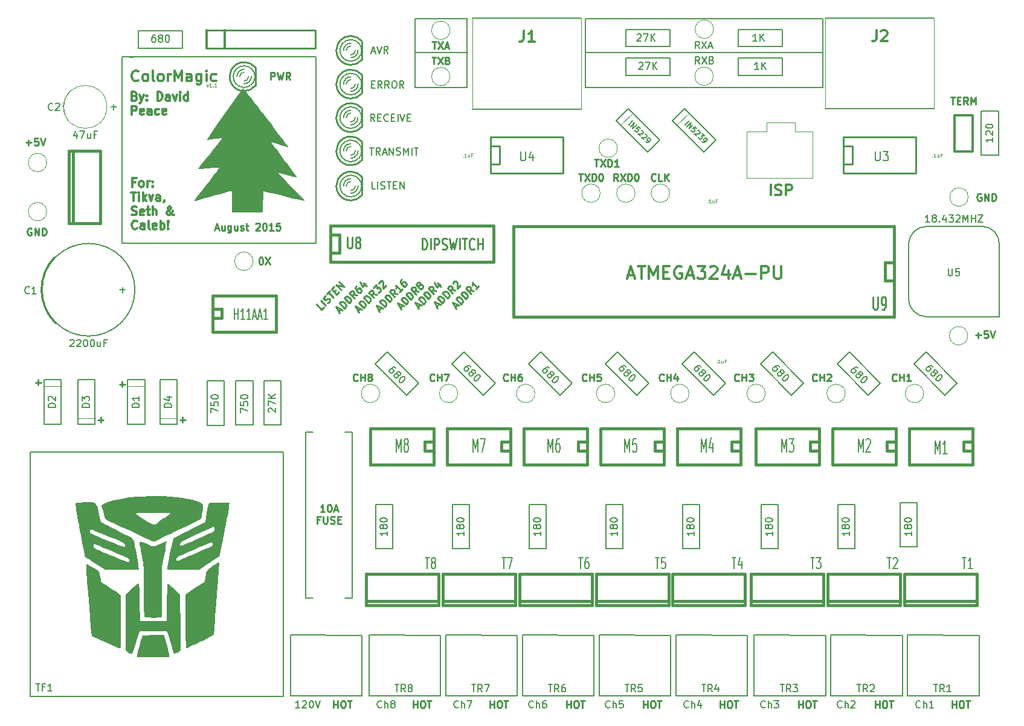
<source format=gto>
G04 (created by PCBNEW (2013-07-07 BZR 4022)-stable) date 8/1/2015 6:26:25 AM*
%MOIN*%
G04 Gerber Fmt 3.4, Leading zero omitted, Abs format*
%FSLAX34Y34*%
G01*
G70*
G90*
G04 APERTURE LIST*
%ADD10C,0.00590551*%
%ADD11C,0.00492126*%
%ADD12C,0.00787402*%
%ADD13C,0.00984252*%
%ADD14C,0.011811*%
%ADD15C,0.00738189*%
%ADD16C,0.015*%
%ADD17C,0.01*%
%ADD18C,0.006*%
%ADD19C,0.012*%
%ADD20C,0.00393701*%
%ADD21C,0.0001*%
%ADD22C,0.005*%
%ADD23C,0.008*%
%ADD24C,0.01125*%
G04 APERTURE END LIST*
G54D10*
G54D11*
X63813Y-33934D02*
X63860Y-34065D01*
X63907Y-33934D01*
X64085Y-34065D02*
X63972Y-34065D01*
X64028Y-34065D02*
X64028Y-33869D01*
X64010Y-33897D01*
X63991Y-33915D01*
X63972Y-33925D01*
X64169Y-34047D02*
X64178Y-34056D01*
X64169Y-34065D01*
X64160Y-34056D01*
X64169Y-34047D01*
X64169Y-34065D01*
X64366Y-34065D02*
X64253Y-34065D01*
X64310Y-34065D02*
X64310Y-33869D01*
X64291Y-33897D01*
X64272Y-33915D01*
X64253Y-33925D01*
G54D12*
X59596Y-32431D02*
X59744Y-32431D01*
G54D13*
X85221Y-38082D02*
X85446Y-38082D01*
X85333Y-38476D02*
X85333Y-38082D01*
X85539Y-38082D02*
X85802Y-38476D01*
X85802Y-38082D02*
X85539Y-38476D01*
X85952Y-38476D02*
X85952Y-38082D01*
X86046Y-38082D01*
X86102Y-38101D01*
X86139Y-38138D01*
X86158Y-38176D01*
X86177Y-38251D01*
X86177Y-38307D01*
X86158Y-38382D01*
X86139Y-38420D01*
X86102Y-38457D01*
X86046Y-38476D01*
X85952Y-38476D01*
X86552Y-38476D02*
X86327Y-38476D01*
X86439Y-38476D02*
X86439Y-38082D01*
X86402Y-38138D01*
X86364Y-38176D01*
X86327Y-38195D01*
X67358Y-33673D02*
X67358Y-33279D01*
X67508Y-33279D01*
X67546Y-33298D01*
X67565Y-33316D01*
X67583Y-33354D01*
X67583Y-33410D01*
X67565Y-33448D01*
X67546Y-33466D01*
X67508Y-33485D01*
X67358Y-33485D01*
X67715Y-33279D02*
X67808Y-33673D01*
X67883Y-33391D01*
X67958Y-33673D01*
X68052Y-33279D01*
X68427Y-33673D02*
X68296Y-33485D01*
X68202Y-33673D02*
X68202Y-33279D01*
X68352Y-33279D01*
X68390Y-33298D01*
X68408Y-33316D01*
X68427Y-33354D01*
X68427Y-33410D01*
X68408Y-33448D01*
X68390Y-33466D01*
X68352Y-33485D01*
X68202Y-33485D01*
G54D14*
X94945Y-40052D02*
X94945Y-39461D01*
X95198Y-40023D02*
X95282Y-40052D01*
X95423Y-40052D01*
X95479Y-40023D01*
X95507Y-39995D01*
X95535Y-39939D01*
X95535Y-39883D01*
X95507Y-39827D01*
X95479Y-39798D01*
X95423Y-39770D01*
X95310Y-39742D01*
X95254Y-39714D01*
X95226Y-39686D01*
X95198Y-39630D01*
X95198Y-39573D01*
X95226Y-39517D01*
X95254Y-39489D01*
X95310Y-39461D01*
X95451Y-39461D01*
X95535Y-39489D01*
X95788Y-40052D02*
X95788Y-39461D01*
X96013Y-39461D01*
X96070Y-39489D01*
X96098Y-39517D01*
X96126Y-39573D01*
X96126Y-39658D01*
X96098Y-39714D01*
X96070Y-39742D01*
X96013Y-39770D01*
X95788Y-39770D01*
G54D13*
X77517Y-46230D02*
X77649Y-46097D01*
X77570Y-46336D02*
X77384Y-45965D01*
X77755Y-46150D01*
X77848Y-46057D02*
X77570Y-45779D01*
X77636Y-45713D01*
X77689Y-45686D01*
X77742Y-45686D01*
X77782Y-45700D01*
X77848Y-45739D01*
X77888Y-45779D01*
X77928Y-45845D01*
X77941Y-45885D01*
X77941Y-45938D01*
X77914Y-45991D01*
X77848Y-46057D01*
X78126Y-45779D02*
X77848Y-45501D01*
X77914Y-45434D01*
X77967Y-45408D01*
X78020Y-45408D01*
X78060Y-45421D01*
X78126Y-45461D01*
X78166Y-45501D01*
X78206Y-45567D01*
X78219Y-45607D01*
X78219Y-45660D01*
X78193Y-45713D01*
X78126Y-45779D01*
X78564Y-45342D02*
X78339Y-45302D01*
X78405Y-45501D02*
X78126Y-45222D01*
X78232Y-45116D01*
X78272Y-45103D01*
X78299Y-45103D01*
X78339Y-45116D01*
X78378Y-45156D01*
X78392Y-45196D01*
X78392Y-45222D01*
X78378Y-45262D01*
X78272Y-45368D01*
X78829Y-45076D02*
X78670Y-45236D01*
X78749Y-45156D02*
X78471Y-44878D01*
X78484Y-44944D01*
X78484Y-44997D01*
X78471Y-45037D01*
X76503Y-46190D02*
X76635Y-46058D01*
X76556Y-46296D02*
X76370Y-45925D01*
X76741Y-46111D01*
X76834Y-46018D02*
X76556Y-45740D01*
X76622Y-45673D01*
X76675Y-45647D01*
X76728Y-45647D01*
X76768Y-45660D01*
X76834Y-45700D01*
X76874Y-45740D01*
X76914Y-45806D01*
X76927Y-45846D01*
X76927Y-45899D01*
X76901Y-45952D01*
X76834Y-46018D01*
X77113Y-45740D02*
X76834Y-45461D01*
X76901Y-45395D01*
X76954Y-45369D01*
X77007Y-45369D01*
X77046Y-45382D01*
X77113Y-45422D01*
X77152Y-45461D01*
X77192Y-45528D01*
X77205Y-45567D01*
X77205Y-45620D01*
X77179Y-45673D01*
X77113Y-45740D01*
X77550Y-45302D02*
X77325Y-45262D01*
X77391Y-45461D02*
X77113Y-45183D01*
X77219Y-45077D01*
X77258Y-45064D01*
X77285Y-45064D01*
X77325Y-45077D01*
X77365Y-45117D01*
X77378Y-45156D01*
X77378Y-45183D01*
X77365Y-45223D01*
X77258Y-45329D01*
X77404Y-44944D02*
X77404Y-44918D01*
X77418Y-44878D01*
X77484Y-44812D01*
X77524Y-44798D01*
X77550Y-44798D01*
X77590Y-44812D01*
X77616Y-44838D01*
X77643Y-44891D01*
X77643Y-45209D01*
X77815Y-45037D01*
X75450Y-46230D02*
X75582Y-46097D01*
X75503Y-46336D02*
X75317Y-45965D01*
X75688Y-46150D01*
X75781Y-46057D02*
X75503Y-45779D01*
X75569Y-45713D01*
X75622Y-45686D01*
X75675Y-45686D01*
X75715Y-45700D01*
X75781Y-45739D01*
X75821Y-45779D01*
X75861Y-45845D01*
X75874Y-45885D01*
X75874Y-45938D01*
X75847Y-45991D01*
X75781Y-46057D01*
X76059Y-45779D02*
X75781Y-45501D01*
X75847Y-45434D01*
X75900Y-45408D01*
X75953Y-45408D01*
X75993Y-45421D01*
X76059Y-45461D01*
X76099Y-45501D01*
X76139Y-45567D01*
X76152Y-45607D01*
X76152Y-45660D01*
X76126Y-45713D01*
X76059Y-45779D01*
X76497Y-45342D02*
X76272Y-45302D01*
X76338Y-45501D02*
X76059Y-45222D01*
X76166Y-45116D01*
X76205Y-45103D01*
X76232Y-45103D01*
X76272Y-45116D01*
X76311Y-45156D01*
X76325Y-45196D01*
X76325Y-45222D01*
X76311Y-45262D01*
X76205Y-45368D01*
X76550Y-44917D02*
X76736Y-45103D01*
X76378Y-44878D02*
X76510Y-45143D01*
X76683Y-44970D01*
X74485Y-46259D02*
X74618Y-46127D01*
X74538Y-46365D02*
X74353Y-45994D01*
X74724Y-46180D01*
X74817Y-46087D02*
X74538Y-45809D01*
X74604Y-45742D01*
X74657Y-45716D01*
X74710Y-45716D01*
X74750Y-45729D01*
X74817Y-45769D01*
X74856Y-45809D01*
X74896Y-45875D01*
X74909Y-45915D01*
X74909Y-45968D01*
X74883Y-46021D01*
X74817Y-46087D01*
X75095Y-45809D02*
X74817Y-45530D01*
X74883Y-45464D01*
X74936Y-45437D01*
X74989Y-45437D01*
X75029Y-45451D01*
X75095Y-45490D01*
X75135Y-45530D01*
X75174Y-45596D01*
X75188Y-45636D01*
X75188Y-45689D01*
X75161Y-45742D01*
X75095Y-45809D01*
X75532Y-45371D02*
X75307Y-45331D01*
X75373Y-45530D02*
X75095Y-45252D01*
X75201Y-45146D01*
X75241Y-45132D01*
X75267Y-45132D01*
X75307Y-45146D01*
X75347Y-45186D01*
X75360Y-45225D01*
X75360Y-45252D01*
X75347Y-45292D01*
X75241Y-45398D01*
X75532Y-45053D02*
X75493Y-45066D01*
X75466Y-45066D01*
X75426Y-45053D01*
X75413Y-45040D01*
X75400Y-45000D01*
X75400Y-44973D01*
X75413Y-44934D01*
X75466Y-44881D01*
X75506Y-44867D01*
X75532Y-44867D01*
X75572Y-44881D01*
X75585Y-44894D01*
X75599Y-44934D01*
X75599Y-44960D01*
X75585Y-45000D01*
X75532Y-45053D01*
X75519Y-45093D01*
X75519Y-45119D01*
X75532Y-45159D01*
X75585Y-45212D01*
X75625Y-45225D01*
X75652Y-45225D01*
X75691Y-45212D01*
X75744Y-45159D01*
X75758Y-45119D01*
X75758Y-45093D01*
X75744Y-45053D01*
X75691Y-45000D01*
X75652Y-44987D01*
X75625Y-44987D01*
X75585Y-45000D01*
X73309Y-46392D02*
X73442Y-46259D01*
X73362Y-46498D02*
X73177Y-46127D01*
X73548Y-46312D01*
X73641Y-46220D02*
X73362Y-45941D01*
X73429Y-45875D01*
X73482Y-45848D01*
X73535Y-45848D01*
X73574Y-45862D01*
X73641Y-45901D01*
X73680Y-45941D01*
X73720Y-46007D01*
X73733Y-46047D01*
X73733Y-46100D01*
X73707Y-46153D01*
X73641Y-46220D01*
X73919Y-45941D02*
X73641Y-45663D01*
X73707Y-45596D01*
X73760Y-45570D01*
X73813Y-45570D01*
X73853Y-45583D01*
X73919Y-45623D01*
X73959Y-45663D01*
X73999Y-45729D01*
X74012Y-45769D01*
X74012Y-45822D01*
X73985Y-45875D01*
X73919Y-45941D01*
X74357Y-45504D02*
X74131Y-45464D01*
X74197Y-45663D02*
X73919Y-45384D01*
X74025Y-45278D01*
X74065Y-45265D01*
X74091Y-45265D01*
X74131Y-45278D01*
X74171Y-45318D01*
X74184Y-45358D01*
X74184Y-45384D01*
X74171Y-45424D01*
X74065Y-45530D01*
X74622Y-45239D02*
X74463Y-45398D01*
X74542Y-45318D02*
X74264Y-45040D01*
X74277Y-45106D01*
X74277Y-45159D01*
X74264Y-45199D01*
X74582Y-44722D02*
X74529Y-44775D01*
X74516Y-44814D01*
X74516Y-44841D01*
X74529Y-44907D01*
X74569Y-44973D01*
X74675Y-45079D01*
X74714Y-45093D01*
X74741Y-45093D01*
X74781Y-45079D01*
X74834Y-45026D01*
X74847Y-44987D01*
X74847Y-44960D01*
X74834Y-44920D01*
X74767Y-44854D01*
X74728Y-44841D01*
X74701Y-44841D01*
X74661Y-44854D01*
X74608Y-44907D01*
X74595Y-44947D01*
X74595Y-44973D01*
X74608Y-45013D01*
X72158Y-46441D02*
X72290Y-46309D01*
X72211Y-46547D02*
X72025Y-46176D01*
X72396Y-46362D01*
X72489Y-46269D02*
X72211Y-45990D01*
X72277Y-45924D01*
X72330Y-45898D01*
X72383Y-45898D01*
X72423Y-45911D01*
X72489Y-45951D01*
X72529Y-45990D01*
X72569Y-46057D01*
X72582Y-46096D01*
X72582Y-46149D01*
X72555Y-46202D01*
X72489Y-46269D01*
X72767Y-45990D02*
X72489Y-45712D01*
X72555Y-45646D01*
X72608Y-45619D01*
X72661Y-45619D01*
X72701Y-45632D01*
X72767Y-45672D01*
X72807Y-45712D01*
X72847Y-45778D01*
X72860Y-45818D01*
X72860Y-45871D01*
X72834Y-45924D01*
X72767Y-45990D01*
X73205Y-45553D02*
X72980Y-45513D01*
X73046Y-45712D02*
X72767Y-45434D01*
X72874Y-45328D01*
X72913Y-45314D01*
X72940Y-45314D01*
X72980Y-45328D01*
X73019Y-45367D01*
X73033Y-45407D01*
X73033Y-45434D01*
X73019Y-45473D01*
X72913Y-45579D01*
X73019Y-45182D02*
X73192Y-45009D01*
X73205Y-45208D01*
X73245Y-45168D01*
X73284Y-45155D01*
X73311Y-45155D01*
X73351Y-45168D01*
X73417Y-45235D01*
X73430Y-45275D01*
X73430Y-45301D01*
X73417Y-45341D01*
X73337Y-45420D01*
X73298Y-45434D01*
X73271Y-45434D01*
X73324Y-44930D02*
X73324Y-44903D01*
X73337Y-44864D01*
X73404Y-44797D01*
X73444Y-44784D01*
X73470Y-44784D01*
X73510Y-44797D01*
X73536Y-44824D01*
X73563Y-44877D01*
X73563Y-45195D01*
X73735Y-45023D01*
X71085Y-46471D02*
X71217Y-46338D01*
X71138Y-46577D02*
X70952Y-46205D01*
X71323Y-46391D01*
X71416Y-46298D02*
X71138Y-46020D01*
X71204Y-45954D01*
X71257Y-45927D01*
X71310Y-45927D01*
X71350Y-45940D01*
X71416Y-45980D01*
X71456Y-46020D01*
X71496Y-46086D01*
X71509Y-46126D01*
X71509Y-46179D01*
X71483Y-46232D01*
X71416Y-46298D01*
X71695Y-46020D02*
X71416Y-45742D01*
X71483Y-45675D01*
X71536Y-45649D01*
X71589Y-45649D01*
X71628Y-45662D01*
X71695Y-45702D01*
X71734Y-45742D01*
X71774Y-45808D01*
X71787Y-45848D01*
X71787Y-45901D01*
X71761Y-45954D01*
X71695Y-46020D01*
X72132Y-45582D02*
X71907Y-45543D01*
X71973Y-45742D02*
X71695Y-45463D01*
X71801Y-45357D01*
X71840Y-45344D01*
X71867Y-45344D01*
X71907Y-45357D01*
X71947Y-45397D01*
X71960Y-45437D01*
X71960Y-45463D01*
X71947Y-45503D01*
X71840Y-45609D01*
X72092Y-45065D02*
X72039Y-45118D01*
X72026Y-45158D01*
X72026Y-45185D01*
X72039Y-45251D01*
X72079Y-45317D01*
X72185Y-45423D01*
X72225Y-45437D01*
X72251Y-45437D01*
X72291Y-45423D01*
X72344Y-45370D01*
X72357Y-45331D01*
X72357Y-45304D01*
X72344Y-45264D01*
X72278Y-45198D01*
X72238Y-45185D01*
X72212Y-45185D01*
X72172Y-45198D01*
X72119Y-45251D01*
X72106Y-45291D01*
X72106Y-45317D01*
X72119Y-45357D01*
X72450Y-44893D02*
X72636Y-45079D01*
X72278Y-44853D02*
X72410Y-45118D01*
X72583Y-44946D01*
X70291Y-46233D02*
X70158Y-46365D01*
X69880Y-46087D01*
X70384Y-46140D02*
X70105Y-45861D01*
X70490Y-46007D02*
X70543Y-45981D01*
X70609Y-45914D01*
X70622Y-45875D01*
X70622Y-45848D01*
X70609Y-45808D01*
X70583Y-45782D01*
X70543Y-45769D01*
X70516Y-45769D01*
X70477Y-45782D01*
X70410Y-45822D01*
X70371Y-45835D01*
X70344Y-45835D01*
X70304Y-45822D01*
X70278Y-45795D01*
X70264Y-45755D01*
X70264Y-45729D01*
X70278Y-45689D01*
X70344Y-45623D01*
X70397Y-45596D01*
X70463Y-45503D02*
X70622Y-45344D01*
X70821Y-45702D02*
X70543Y-45424D01*
X70848Y-45384D02*
X70941Y-45291D01*
X71126Y-45397D02*
X70994Y-45530D01*
X70715Y-45252D01*
X70848Y-45119D01*
X71245Y-45278D02*
X70967Y-45000D01*
X71405Y-45119D01*
X71126Y-44841D01*
G54D12*
X59153Y-42716D02*
X59153Y-42578D01*
X69862Y-42716D02*
X59153Y-42716D01*
X69862Y-32421D02*
X69862Y-42716D01*
X59153Y-32421D02*
X69862Y-32421D01*
X59153Y-42637D02*
X59153Y-32421D01*
G54D13*
X106550Y-39981D02*
X106512Y-39962D01*
X106456Y-39962D01*
X106400Y-39981D01*
X106362Y-40018D01*
X106344Y-40056D01*
X106325Y-40131D01*
X106325Y-40187D01*
X106344Y-40262D01*
X106362Y-40299D01*
X106400Y-40337D01*
X106456Y-40356D01*
X106494Y-40356D01*
X106550Y-40337D01*
X106569Y-40318D01*
X106569Y-40187D01*
X106494Y-40187D01*
X106737Y-40356D02*
X106737Y-39962D01*
X106962Y-40356D01*
X106962Y-39962D01*
X107150Y-40356D02*
X107150Y-39962D01*
X107244Y-39962D01*
X107300Y-39981D01*
X107337Y-40018D01*
X107356Y-40056D01*
X107375Y-40131D01*
X107375Y-40187D01*
X107356Y-40262D01*
X107337Y-40299D01*
X107300Y-40337D01*
X107244Y-40356D01*
X107150Y-40356D01*
G54D12*
X75314Y-34114D02*
X75314Y-32185D01*
X78188Y-34114D02*
X75314Y-34114D01*
X75314Y-30295D02*
X78208Y-30295D01*
X75314Y-32185D02*
X75314Y-30295D01*
X78208Y-32185D02*
X75314Y-32185D01*
X78188Y-30275D02*
X78188Y-34114D01*
X84724Y-32165D02*
X84724Y-34094D01*
X97814Y-32165D02*
X97814Y-34114D01*
X84724Y-34114D02*
X97814Y-34114D01*
G54D13*
X53844Y-37155D02*
X54144Y-37155D01*
X53994Y-37305D02*
X53994Y-37005D01*
X54519Y-36911D02*
X54331Y-36911D01*
X54312Y-37098D01*
X54331Y-37080D01*
X54369Y-37061D01*
X54462Y-37061D01*
X54500Y-37080D01*
X54519Y-37098D01*
X54537Y-37136D01*
X54537Y-37230D01*
X54519Y-37267D01*
X54500Y-37286D01*
X54462Y-37305D01*
X54369Y-37305D01*
X54331Y-37286D01*
X54312Y-37267D01*
X54650Y-36911D02*
X54781Y-37305D01*
X54912Y-36911D01*
X72149Y-50279D02*
X72130Y-50298D01*
X72074Y-50316D01*
X72036Y-50316D01*
X71980Y-50298D01*
X71943Y-50260D01*
X71924Y-50223D01*
X71905Y-50148D01*
X71905Y-50091D01*
X71924Y-50016D01*
X71943Y-49979D01*
X71980Y-49941D01*
X72036Y-49923D01*
X72074Y-49923D01*
X72130Y-49941D01*
X72149Y-49960D01*
X72318Y-50316D02*
X72318Y-49923D01*
X72318Y-50110D02*
X72543Y-50110D01*
X72543Y-50316D02*
X72543Y-49923D01*
X72786Y-50091D02*
X72749Y-50073D01*
X72730Y-50054D01*
X72711Y-50016D01*
X72711Y-49998D01*
X72730Y-49960D01*
X72749Y-49941D01*
X72786Y-49923D01*
X72861Y-49923D01*
X72899Y-49941D01*
X72918Y-49960D01*
X72936Y-49998D01*
X72936Y-50016D01*
X72918Y-50054D01*
X72899Y-50073D01*
X72861Y-50091D01*
X72786Y-50091D01*
X72749Y-50110D01*
X72730Y-50129D01*
X72711Y-50166D01*
X72711Y-50241D01*
X72730Y-50279D01*
X72749Y-50298D01*
X72786Y-50316D01*
X72861Y-50316D01*
X72899Y-50298D01*
X72918Y-50279D01*
X72936Y-50241D01*
X72936Y-50166D01*
X72918Y-50129D01*
X72899Y-50110D01*
X72861Y-50091D01*
X76381Y-50279D02*
X76362Y-50298D01*
X76306Y-50316D01*
X76269Y-50316D01*
X76212Y-50298D01*
X76175Y-50260D01*
X76156Y-50223D01*
X76137Y-50148D01*
X76137Y-50091D01*
X76156Y-50016D01*
X76175Y-49979D01*
X76212Y-49941D01*
X76269Y-49923D01*
X76306Y-49923D01*
X76362Y-49941D01*
X76381Y-49960D01*
X76550Y-50316D02*
X76550Y-49923D01*
X76550Y-50110D02*
X76775Y-50110D01*
X76775Y-50316D02*
X76775Y-49923D01*
X76925Y-49923D02*
X77187Y-49923D01*
X77019Y-50316D01*
X80436Y-50279D02*
X80418Y-50298D01*
X80361Y-50316D01*
X80324Y-50316D01*
X80268Y-50298D01*
X80230Y-50260D01*
X80211Y-50223D01*
X80193Y-50148D01*
X80193Y-50091D01*
X80211Y-50016D01*
X80230Y-49979D01*
X80268Y-49941D01*
X80324Y-49923D01*
X80361Y-49923D01*
X80418Y-49941D01*
X80436Y-49960D01*
X80605Y-50316D02*
X80605Y-49923D01*
X80605Y-50110D02*
X80830Y-50110D01*
X80830Y-50316D02*
X80830Y-49923D01*
X81186Y-49923D02*
X81111Y-49923D01*
X81074Y-49941D01*
X81055Y-49960D01*
X81017Y-50016D01*
X80999Y-50091D01*
X80999Y-50241D01*
X81017Y-50279D01*
X81036Y-50298D01*
X81074Y-50316D01*
X81149Y-50316D01*
X81186Y-50298D01*
X81205Y-50279D01*
X81224Y-50241D01*
X81224Y-50148D01*
X81205Y-50110D01*
X81186Y-50091D01*
X81149Y-50073D01*
X81074Y-50073D01*
X81036Y-50091D01*
X81017Y-50110D01*
X80999Y-50148D01*
X84787Y-50279D02*
X84768Y-50298D01*
X84712Y-50316D01*
X84674Y-50316D01*
X84618Y-50298D01*
X84580Y-50260D01*
X84562Y-50223D01*
X84543Y-50148D01*
X84543Y-50091D01*
X84562Y-50016D01*
X84580Y-49979D01*
X84618Y-49941D01*
X84674Y-49923D01*
X84712Y-49923D01*
X84768Y-49941D01*
X84787Y-49960D01*
X84955Y-50316D02*
X84955Y-49923D01*
X84955Y-50110D02*
X85180Y-50110D01*
X85180Y-50316D02*
X85180Y-49923D01*
X85555Y-49923D02*
X85368Y-49923D01*
X85349Y-50110D01*
X85368Y-50091D01*
X85405Y-50073D01*
X85499Y-50073D01*
X85537Y-50091D01*
X85555Y-50110D01*
X85574Y-50148D01*
X85574Y-50241D01*
X85555Y-50279D01*
X85537Y-50298D01*
X85499Y-50316D01*
X85405Y-50316D01*
X85368Y-50298D01*
X85349Y-50279D01*
X89039Y-50279D02*
X89020Y-50298D01*
X88964Y-50316D01*
X88926Y-50316D01*
X88870Y-50298D01*
X88832Y-50260D01*
X88814Y-50223D01*
X88795Y-50148D01*
X88795Y-50091D01*
X88814Y-50016D01*
X88832Y-49979D01*
X88870Y-49941D01*
X88926Y-49923D01*
X88964Y-49923D01*
X89020Y-49941D01*
X89039Y-49960D01*
X89207Y-50316D02*
X89207Y-49923D01*
X89207Y-50110D02*
X89432Y-50110D01*
X89432Y-50316D02*
X89432Y-49923D01*
X89789Y-50054D02*
X89789Y-50316D01*
X89695Y-49904D02*
X89601Y-50185D01*
X89845Y-50185D01*
X93192Y-50279D02*
X93173Y-50298D01*
X93117Y-50316D01*
X93080Y-50316D01*
X93023Y-50298D01*
X92986Y-50260D01*
X92967Y-50223D01*
X92949Y-50148D01*
X92949Y-50091D01*
X92967Y-50016D01*
X92986Y-49979D01*
X93023Y-49941D01*
X93080Y-49923D01*
X93117Y-49923D01*
X93173Y-49941D01*
X93192Y-49960D01*
X93361Y-50316D02*
X93361Y-49923D01*
X93361Y-50110D02*
X93586Y-50110D01*
X93586Y-50316D02*
X93586Y-49923D01*
X93736Y-49923D02*
X93980Y-49923D01*
X93848Y-50073D01*
X93905Y-50073D01*
X93942Y-50091D01*
X93961Y-50110D01*
X93980Y-50148D01*
X93980Y-50241D01*
X93961Y-50279D01*
X93942Y-50298D01*
X93905Y-50316D01*
X93792Y-50316D01*
X93755Y-50298D01*
X93736Y-50279D01*
X97484Y-50279D02*
X97465Y-50298D01*
X97409Y-50316D01*
X97371Y-50316D01*
X97315Y-50298D01*
X97277Y-50260D01*
X97259Y-50223D01*
X97240Y-50148D01*
X97240Y-50091D01*
X97259Y-50016D01*
X97277Y-49979D01*
X97315Y-49941D01*
X97371Y-49923D01*
X97409Y-49923D01*
X97465Y-49941D01*
X97484Y-49960D01*
X97652Y-50316D02*
X97652Y-49923D01*
X97652Y-50110D02*
X97877Y-50110D01*
X97877Y-50316D02*
X97877Y-49923D01*
X98046Y-49960D02*
X98065Y-49941D01*
X98102Y-49923D01*
X98196Y-49923D01*
X98233Y-49941D01*
X98252Y-49960D01*
X98271Y-49998D01*
X98271Y-50035D01*
X98252Y-50091D01*
X98027Y-50316D01*
X98271Y-50316D01*
X88594Y-39226D02*
X88575Y-39244D01*
X88519Y-39263D01*
X88481Y-39263D01*
X88425Y-39244D01*
X88388Y-39207D01*
X88369Y-39169D01*
X88350Y-39094D01*
X88350Y-39038D01*
X88369Y-38963D01*
X88388Y-38926D01*
X88425Y-38888D01*
X88481Y-38869D01*
X88519Y-38869D01*
X88575Y-38888D01*
X88594Y-38907D01*
X88950Y-39263D02*
X88763Y-39263D01*
X88763Y-38869D01*
X89081Y-39263D02*
X89081Y-38869D01*
X89306Y-39263D02*
X89138Y-39038D01*
X89306Y-38869D02*
X89081Y-39094D01*
X76263Y-31576D02*
X76488Y-31576D01*
X76376Y-31970D02*
X76376Y-31576D01*
X76582Y-31576D02*
X76844Y-31970D01*
X76844Y-31576D02*
X76582Y-31970D01*
X76976Y-31857D02*
X77163Y-31857D01*
X76938Y-31970D02*
X77069Y-31576D01*
X77200Y-31970D01*
X76255Y-32423D02*
X76480Y-32423D01*
X76367Y-32816D02*
X76367Y-32423D01*
X76573Y-32423D02*
X76836Y-32816D01*
X76836Y-32423D02*
X76573Y-32816D01*
X77117Y-32610D02*
X77173Y-32629D01*
X77192Y-32648D01*
X77211Y-32685D01*
X77211Y-32741D01*
X77192Y-32779D01*
X77173Y-32798D01*
X77136Y-32816D01*
X76986Y-32816D01*
X76986Y-32423D01*
X77117Y-32423D01*
X77155Y-32441D01*
X77173Y-32460D01*
X77192Y-32498D01*
X77192Y-32535D01*
X77173Y-32573D01*
X77155Y-32591D01*
X77117Y-32610D01*
X76986Y-32610D01*
X101893Y-50279D02*
X101874Y-50298D01*
X101818Y-50316D01*
X101781Y-50316D01*
X101724Y-50298D01*
X101687Y-50260D01*
X101668Y-50223D01*
X101649Y-50148D01*
X101649Y-50091D01*
X101668Y-50016D01*
X101687Y-49979D01*
X101724Y-49941D01*
X101781Y-49923D01*
X101818Y-49923D01*
X101874Y-49941D01*
X101893Y-49960D01*
X102062Y-50316D02*
X102062Y-49923D01*
X102062Y-50110D02*
X102287Y-50110D01*
X102287Y-50316D02*
X102287Y-49923D01*
X102680Y-50316D02*
X102455Y-50316D01*
X102568Y-50316D02*
X102568Y-49923D01*
X102530Y-49979D01*
X102493Y-50016D01*
X102455Y-50035D01*
X86508Y-39263D02*
X86377Y-39076D01*
X86283Y-39263D02*
X86283Y-38869D01*
X86433Y-38869D01*
X86471Y-38888D01*
X86489Y-38907D01*
X86508Y-38944D01*
X86508Y-39001D01*
X86489Y-39038D01*
X86471Y-39057D01*
X86433Y-39076D01*
X86283Y-39076D01*
X86639Y-38869D02*
X86902Y-39263D01*
X86902Y-38869D02*
X86639Y-39263D01*
X87052Y-39263D02*
X87052Y-38869D01*
X87146Y-38869D01*
X87202Y-38888D01*
X87239Y-38926D01*
X87258Y-38963D01*
X87277Y-39038D01*
X87277Y-39094D01*
X87258Y-39169D01*
X87239Y-39207D01*
X87202Y-39244D01*
X87146Y-39263D01*
X87052Y-39263D01*
X87521Y-38869D02*
X87558Y-38869D01*
X87596Y-38888D01*
X87614Y-38907D01*
X87633Y-38944D01*
X87652Y-39019D01*
X87652Y-39113D01*
X87633Y-39188D01*
X87614Y-39226D01*
X87596Y-39244D01*
X87558Y-39263D01*
X87521Y-39263D01*
X87483Y-39244D01*
X87464Y-39226D01*
X87446Y-39188D01*
X87427Y-39113D01*
X87427Y-39019D01*
X87446Y-38944D01*
X87464Y-38907D01*
X87483Y-38888D01*
X87521Y-38869D01*
X84355Y-38869D02*
X84580Y-38869D01*
X84467Y-39263D02*
X84467Y-38869D01*
X84673Y-38869D02*
X84936Y-39263D01*
X84936Y-38869D02*
X84673Y-39263D01*
X85086Y-39263D02*
X85086Y-38869D01*
X85179Y-38869D01*
X85236Y-38888D01*
X85273Y-38926D01*
X85292Y-38963D01*
X85311Y-39038D01*
X85311Y-39094D01*
X85292Y-39169D01*
X85273Y-39207D01*
X85236Y-39244D01*
X85179Y-39263D01*
X85086Y-39263D01*
X85554Y-38869D02*
X85592Y-38869D01*
X85629Y-38888D01*
X85648Y-38907D01*
X85667Y-38944D01*
X85686Y-39019D01*
X85686Y-39113D01*
X85667Y-39188D01*
X85648Y-39226D01*
X85629Y-39244D01*
X85592Y-39263D01*
X85554Y-39263D01*
X85517Y-39244D01*
X85498Y-39226D01*
X85479Y-39188D01*
X85461Y-39113D01*
X85461Y-39019D01*
X85479Y-38944D01*
X85498Y-38907D01*
X85517Y-38888D01*
X85554Y-38869D01*
X66801Y-43486D02*
X66839Y-43486D01*
X66876Y-43504D01*
X66895Y-43523D01*
X66914Y-43561D01*
X66932Y-43636D01*
X66932Y-43729D01*
X66914Y-43804D01*
X66895Y-43842D01*
X66876Y-43861D01*
X66839Y-43879D01*
X66801Y-43879D01*
X66764Y-43861D01*
X66745Y-43842D01*
X66726Y-43804D01*
X66707Y-43729D01*
X66707Y-43636D01*
X66726Y-43561D01*
X66745Y-43523D01*
X66764Y-43504D01*
X66801Y-43486D01*
X67064Y-43486D02*
X67326Y-43879D01*
X67326Y-43486D02*
X67064Y-43879D01*
G54D15*
X90235Y-36162D02*
X90443Y-35953D01*
X90334Y-36261D02*
X90543Y-36052D01*
X90453Y-36380D01*
X90662Y-36172D01*
X90861Y-36370D02*
X90762Y-36271D01*
X90652Y-36360D01*
X90672Y-36360D01*
X90702Y-36370D01*
X90752Y-36420D01*
X90762Y-36450D01*
X90762Y-36470D01*
X90752Y-36500D01*
X90702Y-36549D01*
X90672Y-36559D01*
X90652Y-36559D01*
X90622Y-36549D01*
X90573Y-36500D01*
X90563Y-36470D01*
X90563Y-36450D01*
X90931Y-36480D02*
X90951Y-36480D01*
X90980Y-36490D01*
X91030Y-36539D01*
X91040Y-36569D01*
X91040Y-36589D01*
X91030Y-36619D01*
X91010Y-36639D01*
X90970Y-36659D01*
X90732Y-36659D01*
X90861Y-36788D01*
X91139Y-36649D02*
X91269Y-36778D01*
X91120Y-36788D01*
X91149Y-36818D01*
X91159Y-36848D01*
X91159Y-36868D01*
X91149Y-36897D01*
X91100Y-36947D01*
X91070Y-36957D01*
X91050Y-36957D01*
X91020Y-36947D01*
X90960Y-36887D01*
X90951Y-36858D01*
X90951Y-36838D01*
X91159Y-37086D02*
X91199Y-37126D01*
X91229Y-37136D01*
X91249Y-37136D01*
X91299Y-37126D01*
X91348Y-37096D01*
X91428Y-37017D01*
X91438Y-36987D01*
X91438Y-36967D01*
X91428Y-36937D01*
X91388Y-36897D01*
X91358Y-36887D01*
X91338Y-36887D01*
X91308Y-36897D01*
X91259Y-36947D01*
X91249Y-36977D01*
X91249Y-36997D01*
X91259Y-37027D01*
X91299Y-37066D01*
X91328Y-37076D01*
X91348Y-37076D01*
X91378Y-37066D01*
X87115Y-36162D02*
X87323Y-35953D01*
X87214Y-36261D02*
X87423Y-36052D01*
X87333Y-36380D01*
X87542Y-36172D01*
X87741Y-36370D02*
X87642Y-36271D01*
X87532Y-36360D01*
X87552Y-36360D01*
X87582Y-36370D01*
X87632Y-36420D01*
X87642Y-36450D01*
X87642Y-36470D01*
X87632Y-36500D01*
X87582Y-36549D01*
X87552Y-36559D01*
X87532Y-36559D01*
X87502Y-36549D01*
X87453Y-36500D01*
X87443Y-36470D01*
X87443Y-36450D01*
X87811Y-36480D02*
X87830Y-36480D01*
X87860Y-36490D01*
X87910Y-36539D01*
X87920Y-36569D01*
X87920Y-36589D01*
X87910Y-36619D01*
X87890Y-36639D01*
X87850Y-36659D01*
X87612Y-36659D01*
X87741Y-36788D01*
X88009Y-36679D02*
X88029Y-36679D01*
X88059Y-36689D01*
X88109Y-36738D01*
X88119Y-36768D01*
X88119Y-36788D01*
X88109Y-36818D01*
X88089Y-36838D01*
X88049Y-36858D01*
X87811Y-36858D01*
X87940Y-36987D01*
X88039Y-37086D02*
X88079Y-37126D01*
X88109Y-37136D01*
X88129Y-37136D01*
X88178Y-37126D01*
X88228Y-37096D01*
X88308Y-37017D01*
X88318Y-36987D01*
X88318Y-36967D01*
X88308Y-36937D01*
X88268Y-36897D01*
X88238Y-36887D01*
X88218Y-36887D01*
X88188Y-36897D01*
X88139Y-36947D01*
X88129Y-36977D01*
X88129Y-36997D01*
X88139Y-37027D01*
X88178Y-37066D01*
X88208Y-37076D01*
X88228Y-37076D01*
X88258Y-37066D01*
G54D13*
X70327Y-57541D02*
X70102Y-57541D01*
X70214Y-57541D02*
X70214Y-57147D01*
X70177Y-57203D01*
X70139Y-57241D01*
X70102Y-57260D01*
X70570Y-57147D02*
X70608Y-57147D01*
X70645Y-57166D01*
X70664Y-57185D01*
X70683Y-57222D01*
X70702Y-57297D01*
X70702Y-57391D01*
X70683Y-57466D01*
X70664Y-57503D01*
X70645Y-57522D01*
X70608Y-57541D01*
X70570Y-57541D01*
X70533Y-57522D01*
X70514Y-57503D01*
X70495Y-57466D01*
X70477Y-57391D01*
X70477Y-57297D01*
X70495Y-57222D01*
X70514Y-57185D01*
X70533Y-57166D01*
X70570Y-57147D01*
X70852Y-57428D02*
X71039Y-57428D01*
X70814Y-57541D02*
X70945Y-57147D01*
X71077Y-57541D01*
X70055Y-57984D02*
X69924Y-57984D01*
X69924Y-58190D02*
X69924Y-57797D01*
X70111Y-57797D01*
X70261Y-57797D02*
X70261Y-58115D01*
X70280Y-58153D01*
X70299Y-58172D01*
X70336Y-58190D01*
X70411Y-58190D01*
X70449Y-58172D01*
X70467Y-58153D01*
X70486Y-58115D01*
X70486Y-57797D01*
X70655Y-58172D02*
X70711Y-58190D01*
X70805Y-58190D01*
X70842Y-58172D01*
X70861Y-58153D01*
X70880Y-58115D01*
X70880Y-58078D01*
X70861Y-58040D01*
X70842Y-58022D01*
X70805Y-58003D01*
X70730Y-57984D01*
X70692Y-57965D01*
X70673Y-57947D01*
X70655Y-57909D01*
X70655Y-57872D01*
X70673Y-57834D01*
X70692Y-57815D01*
X70730Y-57797D01*
X70823Y-57797D01*
X70880Y-57815D01*
X71048Y-57984D02*
X71180Y-57984D01*
X71236Y-58190D02*
X71048Y-58190D01*
X71048Y-57797D01*
X71236Y-57797D01*
X104944Y-68368D02*
X104944Y-67974D01*
X104944Y-68161D02*
X105169Y-68161D01*
X105169Y-68368D02*
X105169Y-67974D01*
X105432Y-67974D02*
X105507Y-67974D01*
X105544Y-67993D01*
X105582Y-68030D01*
X105600Y-68105D01*
X105600Y-68236D01*
X105582Y-68311D01*
X105544Y-68349D01*
X105507Y-68368D01*
X105432Y-68368D01*
X105394Y-68349D01*
X105357Y-68311D01*
X105338Y-68236D01*
X105338Y-68105D01*
X105357Y-68030D01*
X105394Y-67993D01*
X105432Y-67974D01*
X105713Y-67974D02*
X105938Y-67974D01*
X105825Y-68368D02*
X105825Y-67974D01*
X100712Y-68368D02*
X100712Y-67974D01*
X100712Y-68161D02*
X100937Y-68161D01*
X100937Y-68368D02*
X100937Y-67974D01*
X101199Y-67974D02*
X101274Y-67974D01*
X101312Y-67993D01*
X101349Y-68030D01*
X101368Y-68105D01*
X101368Y-68236D01*
X101349Y-68311D01*
X101312Y-68349D01*
X101274Y-68368D01*
X101199Y-68368D01*
X101162Y-68349D01*
X101124Y-68311D01*
X101106Y-68236D01*
X101106Y-68105D01*
X101124Y-68030D01*
X101162Y-67993D01*
X101199Y-67974D01*
X101481Y-67974D02*
X101706Y-67974D01*
X101593Y-68368D02*
X101593Y-67974D01*
X96480Y-68368D02*
X96480Y-67974D01*
X96480Y-68161D02*
X96705Y-68161D01*
X96705Y-68368D02*
X96705Y-67974D01*
X96967Y-67974D02*
X97042Y-67974D01*
X97080Y-67993D01*
X97117Y-68030D01*
X97136Y-68105D01*
X97136Y-68236D01*
X97117Y-68311D01*
X97080Y-68349D01*
X97042Y-68368D01*
X96967Y-68368D01*
X96930Y-68349D01*
X96892Y-68311D01*
X96873Y-68236D01*
X96873Y-68105D01*
X96892Y-68030D01*
X96930Y-67993D01*
X96967Y-67974D01*
X97248Y-67974D02*
X97473Y-67974D01*
X97361Y-68368D02*
X97361Y-67974D01*
X92149Y-68368D02*
X92149Y-67974D01*
X92149Y-68161D02*
X92374Y-68161D01*
X92374Y-68368D02*
X92374Y-67974D01*
X92636Y-67974D02*
X92711Y-67974D01*
X92749Y-67993D01*
X92786Y-68030D01*
X92805Y-68105D01*
X92805Y-68236D01*
X92786Y-68311D01*
X92749Y-68349D01*
X92711Y-68368D01*
X92636Y-68368D01*
X92599Y-68349D01*
X92561Y-68311D01*
X92543Y-68236D01*
X92543Y-68105D01*
X92561Y-68030D01*
X92599Y-67993D01*
X92636Y-67974D01*
X92918Y-67974D02*
X93143Y-67974D01*
X93030Y-68368D02*
X93030Y-67974D01*
X87917Y-68368D02*
X87917Y-67974D01*
X87917Y-68161D02*
X88142Y-68161D01*
X88142Y-68368D02*
X88142Y-67974D01*
X88404Y-67974D02*
X88479Y-67974D01*
X88517Y-67993D01*
X88554Y-68030D01*
X88573Y-68105D01*
X88573Y-68236D01*
X88554Y-68311D01*
X88517Y-68349D01*
X88479Y-68368D01*
X88404Y-68368D01*
X88367Y-68349D01*
X88329Y-68311D01*
X88310Y-68236D01*
X88310Y-68105D01*
X88329Y-68030D01*
X88367Y-67993D01*
X88404Y-67974D01*
X88685Y-67974D02*
X88910Y-67974D01*
X88798Y-68368D02*
X88798Y-67974D01*
X83684Y-68368D02*
X83684Y-67974D01*
X83684Y-68161D02*
X83909Y-68161D01*
X83909Y-68368D02*
X83909Y-67974D01*
X84172Y-67974D02*
X84247Y-67974D01*
X84284Y-67993D01*
X84322Y-68030D01*
X84341Y-68105D01*
X84341Y-68236D01*
X84322Y-68311D01*
X84284Y-68349D01*
X84247Y-68368D01*
X84172Y-68368D01*
X84134Y-68349D01*
X84097Y-68311D01*
X84078Y-68236D01*
X84078Y-68105D01*
X84097Y-68030D01*
X84134Y-67993D01*
X84172Y-67974D01*
X84453Y-67974D02*
X84678Y-67974D01*
X84565Y-68368D02*
X84565Y-67974D01*
X79452Y-68368D02*
X79452Y-67974D01*
X79452Y-68161D02*
X79677Y-68161D01*
X79677Y-68368D02*
X79677Y-67974D01*
X79940Y-67974D02*
X80014Y-67974D01*
X80052Y-67993D01*
X80089Y-68030D01*
X80108Y-68105D01*
X80108Y-68236D01*
X80089Y-68311D01*
X80052Y-68349D01*
X80014Y-68368D01*
X79940Y-68368D01*
X79902Y-68349D01*
X79865Y-68311D01*
X79846Y-68236D01*
X79846Y-68105D01*
X79865Y-68030D01*
X79902Y-67993D01*
X79940Y-67974D01*
X80221Y-67974D02*
X80446Y-67974D01*
X80333Y-68368D02*
X80333Y-67974D01*
X75220Y-68368D02*
X75220Y-67974D01*
X75220Y-68161D02*
X75445Y-68161D01*
X75445Y-68368D02*
X75445Y-67974D01*
X75707Y-67974D02*
X75782Y-67974D01*
X75820Y-67993D01*
X75857Y-68030D01*
X75876Y-68105D01*
X75876Y-68236D01*
X75857Y-68311D01*
X75820Y-68349D01*
X75782Y-68368D01*
X75707Y-68368D01*
X75670Y-68349D01*
X75632Y-68311D01*
X75613Y-68236D01*
X75613Y-68105D01*
X75632Y-68030D01*
X75670Y-67993D01*
X75707Y-67974D01*
X75988Y-67974D02*
X76213Y-67974D01*
X76101Y-68368D02*
X76101Y-67974D01*
G54D12*
X84724Y-32165D02*
X84822Y-32165D01*
X84724Y-30295D02*
X84724Y-32165D01*
X97814Y-30295D02*
X84724Y-30295D01*
X97814Y-32165D02*
X97814Y-30295D01*
X84724Y-32165D02*
X97814Y-32165D01*
X73094Y-35976D02*
X72963Y-35788D01*
X72869Y-35976D02*
X72869Y-35582D01*
X73019Y-35582D01*
X73057Y-35601D01*
X73076Y-35620D01*
X73094Y-35657D01*
X73094Y-35713D01*
X73076Y-35751D01*
X73057Y-35770D01*
X73019Y-35788D01*
X72869Y-35788D01*
X73263Y-35770D02*
X73394Y-35770D01*
X73450Y-35976D02*
X73263Y-35976D01*
X73263Y-35582D01*
X73450Y-35582D01*
X73844Y-35938D02*
X73825Y-35957D01*
X73769Y-35976D01*
X73732Y-35976D01*
X73675Y-35957D01*
X73638Y-35920D01*
X73619Y-35882D01*
X73600Y-35807D01*
X73600Y-35751D01*
X73619Y-35676D01*
X73638Y-35638D01*
X73675Y-35601D01*
X73732Y-35582D01*
X73769Y-35582D01*
X73825Y-35601D01*
X73844Y-35620D01*
X74013Y-35770D02*
X74144Y-35770D01*
X74200Y-35976D02*
X74013Y-35976D01*
X74013Y-35582D01*
X74200Y-35582D01*
X74369Y-35976D02*
X74369Y-35582D01*
X74500Y-35582D02*
X74632Y-35976D01*
X74763Y-35582D01*
X74894Y-35770D02*
X75025Y-35770D01*
X75082Y-35976D02*
X74894Y-35976D01*
X74894Y-35582D01*
X75082Y-35582D01*
X72813Y-37432D02*
X73038Y-37432D01*
X72925Y-37826D02*
X72925Y-37432D01*
X73394Y-37826D02*
X73263Y-37639D01*
X73169Y-37826D02*
X73169Y-37432D01*
X73319Y-37432D01*
X73356Y-37451D01*
X73375Y-37470D01*
X73394Y-37507D01*
X73394Y-37564D01*
X73375Y-37601D01*
X73356Y-37620D01*
X73319Y-37639D01*
X73169Y-37639D01*
X73544Y-37714D02*
X73731Y-37714D01*
X73506Y-37826D02*
X73637Y-37432D01*
X73769Y-37826D01*
X73900Y-37826D02*
X73900Y-37432D01*
X74125Y-37826D01*
X74125Y-37432D01*
X74294Y-37807D02*
X74350Y-37826D01*
X74444Y-37826D01*
X74481Y-37807D01*
X74500Y-37789D01*
X74519Y-37751D01*
X74519Y-37714D01*
X74500Y-37676D01*
X74481Y-37657D01*
X74444Y-37639D01*
X74369Y-37620D01*
X74331Y-37601D01*
X74312Y-37582D01*
X74294Y-37545D01*
X74294Y-37507D01*
X74312Y-37470D01*
X74331Y-37451D01*
X74369Y-37432D01*
X74462Y-37432D01*
X74519Y-37451D01*
X74687Y-37826D02*
X74687Y-37432D01*
X74819Y-37714D01*
X74950Y-37432D01*
X74950Y-37826D01*
X75137Y-37826D02*
X75137Y-37432D01*
X75269Y-37432D02*
X75494Y-37432D01*
X75381Y-37826D02*
X75381Y-37432D01*
X73135Y-39716D02*
X72947Y-39716D01*
X72947Y-39322D01*
X73266Y-39716D02*
X73266Y-39322D01*
X73435Y-39697D02*
X73491Y-39716D01*
X73585Y-39716D01*
X73622Y-39697D01*
X73641Y-39678D01*
X73660Y-39641D01*
X73660Y-39603D01*
X73641Y-39566D01*
X73622Y-39547D01*
X73585Y-39528D01*
X73510Y-39510D01*
X73472Y-39491D01*
X73453Y-39472D01*
X73435Y-39435D01*
X73435Y-39397D01*
X73453Y-39360D01*
X73472Y-39341D01*
X73510Y-39322D01*
X73603Y-39322D01*
X73660Y-39341D01*
X73772Y-39322D02*
X73997Y-39322D01*
X73884Y-39716D02*
X73884Y-39322D01*
X74128Y-39510D02*
X74259Y-39510D01*
X74316Y-39716D02*
X74128Y-39716D01*
X74128Y-39322D01*
X74316Y-39322D01*
X74484Y-39716D02*
X74484Y-39322D01*
X74709Y-39716D01*
X74709Y-39322D01*
X72918Y-33929D02*
X73049Y-33929D01*
X73105Y-34135D02*
X72918Y-34135D01*
X72918Y-33742D01*
X73105Y-33742D01*
X73499Y-34135D02*
X73368Y-33948D01*
X73274Y-34135D02*
X73274Y-33742D01*
X73424Y-33742D01*
X73461Y-33760D01*
X73480Y-33779D01*
X73499Y-33817D01*
X73499Y-33873D01*
X73480Y-33910D01*
X73461Y-33929D01*
X73424Y-33948D01*
X73274Y-33948D01*
X73892Y-34135D02*
X73761Y-33948D01*
X73667Y-34135D02*
X73667Y-33742D01*
X73817Y-33742D01*
X73855Y-33760D01*
X73874Y-33779D01*
X73892Y-33817D01*
X73892Y-33873D01*
X73874Y-33910D01*
X73855Y-33929D01*
X73817Y-33948D01*
X73667Y-33948D01*
X74136Y-33742D02*
X74211Y-33742D01*
X74249Y-33760D01*
X74286Y-33798D01*
X74305Y-33873D01*
X74305Y-34004D01*
X74286Y-34079D01*
X74249Y-34116D01*
X74211Y-34135D01*
X74136Y-34135D01*
X74099Y-34116D01*
X74061Y-34079D01*
X74042Y-34004D01*
X74042Y-33873D01*
X74061Y-33798D01*
X74099Y-33760D01*
X74136Y-33742D01*
X74699Y-34135D02*
X74567Y-33948D01*
X74474Y-34135D02*
X74474Y-33742D01*
X74624Y-33742D01*
X74661Y-33760D01*
X74680Y-33779D01*
X74699Y-33817D01*
X74699Y-33873D01*
X74680Y-33910D01*
X74661Y-33929D01*
X74624Y-33948D01*
X74474Y-33948D01*
X72916Y-32113D02*
X73104Y-32113D01*
X72879Y-32226D02*
X73010Y-31832D01*
X73141Y-32226D01*
X73216Y-31832D02*
X73347Y-32226D01*
X73479Y-31832D01*
X73835Y-32226D02*
X73704Y-32038D01*
X73610Y-32226D02*
X73610Y-31832D01*
X73760Y-31832D01*
X73797Y-31851D01*
X73816Y-31870D01*
X73835Y-31907D01*
X73835Y-31963D01*
X73816Y-32001D01*
X73797Y-32020D01*
X73760Y-32038D01*
X73610Y-32038D01*
G54D13*
X104887Y-34637D02*
X105112Y-34637D01*
X105000Y-35031D02*
X105000Y-34637D01*
X105244Y-34825D02*
X105375Y-34825D01*
X105431Y-35031D02*
X105244Y-35031D01*
X105244Y-34637D01*
X105431Y-34637D01*
X105825Y-35031D02*
X105694Y-34843D01*
X105600Y-35031D02*
X105600Y-34637D01*
X105750Y-34637D01*
X105787Y-34656D01*
X105806Y-34675D01*
X105825Y-34712D01*
X105825Y-34768D01*
X105806Y-34806D01*
X105787Y-34825D01*
X105750Y-34843D01*
X105600Y-34843D01*
X105994Y-35031D02*
X105994Y-34637D01*
X106125Y-34918D01*
X106256Y-34637D01*
X106256Y-35031D01*
G54D12*
X91017Y-32797D02*
X90885Y-32609D01*
X90792Y-32797D02*
X90792Y-32403D01*
X90942Y-32403D01*
X90979Y-32422D01*
X90998Y-32440D01*
X91017Y-32478D01*
X91017Y-32534D01*
X90998Y-32572D01*
X90979Y-32590D01*
X90942Y-32609D01*
X90792Y-32609D01*
X91148Y-32403D02*
X91410Y-32797D01*
X91410Y-32403D02*
X91148Y-32797D01*
X91691Y-32590D02*
X91748Y-32609D01*
X91766Y-32628D01*
X91785Y-32665D01*
X91785Y-32722D01*
X91766Y-32759D01*
X91748Y-32778D01*
X91710Y-32797D01*
X91560Y-32797D01*
X91560Y-32403D01*
X91691Y-32403D01*
X91729Y-32422D01*
X91748Y-32440D01*
X91766Y-32478D01*
X91766Y-32515D01*
X91748Y-32553D01*
X91729Y-32572D01*
X91691Y-32590D01*
X91560Y-32590D01*
X91005Y-31950D02*
X90874Y-31763D01*
X90780Y-31950D02*
X90780Y-31556D01*
X90930Y-31556D01*
X90968Y-31575D01*
X90987Y-31594D01*
X91005Y-31631D01*
X91005Y-31688D01*
X90987Y-31725D01*
X90968Y-31744D01*
X90930Y-31763D01*
X90780Y-31763D01*
X91137Y-31556D02*
X91399Y-31950D01*
X91399Y-31556D02*
X91137Y-31950D01*
X91530Y-31838D02*
X91718Y-31838D01*
X91493Y-31950D02*
X91624Y-31556D01*
X91755Y-31950D01*
G54D13*
X106245Y-47784D02*
X106545Y-47784D01*
X106395Y-47934D02*
X106395Y-47634D01*
X106920Y-47541D02*
X106733Y-47541D01*
X106714Y-47728D01*
X106733Y-47709D01*
X106770Y-47691D01*
X106864Y-47691D01*
X106901Y-47709D01*
X106920Y-47728D01*
X106939Y-47766D01*
X106939Y-47859D01*
X106920Y-47897D01*
X106901Y-47916D01*
X106864Y-47934D01*
X106770Y-47934D01*
X106733Y-47916D01*
X106714Y-47897D01*
X107051Y-47541D02*
X107183Y-47934D01*
X107314Y-47541D01*
X62350Y-52470D02*
X62649Y-52470D01*
X62500Y-52619D02*
X62500Y-52320D01*
X59003Y-50501D02*
X59303Y-50501D01*
X59153Y-50651D02*
X59153Y-50351D01*
X57822Y-52470D02*
X58122Y-52470D01*
X57972Y-52619D02*
X57972Y-52320D01*
X54377Y-50403D02*
X54677Y-50403D01*
X54527Y-50553D02*
X54527Y-50253D01*
X54148Y-41890D02*
X54111Y-41871D01*
X54055Y-41871D01*
X53998Y-41890D01*
X53961Y-41928D01*
X53942Y-41965D01*
X53923Y-42040D01*
X53923Y-42096D01*
X53942Y-42171D01*
X53961Y-42209D01*
X53998Y-42246D01*
X54055Y-42265D01*
X54092Y-42265D01*
X54148Y-42246D01*
X54167Y-42228D01*
X54167Y-42096D01*
X54092Y-42096D01*
X54336Y-42265D02*
X54336Y-41871D01*
X54561Y-42265D01*
X54561Y-41871D01*
X54748Y-42265D02*
X54748Y-41871D01*
X54842Y-41871D01*
X54898Y-41890D01*
X54936Y-41928D01*
X54955Y-41965D01*
X54973Y-42040D01*
X54973Y-42096D01*
X54955Y-42171D01*
X54936Y-42209D01*
X54898Y-42246D01*
X54842Y-42265D01*
X54748Y-42265D01*
X64282Y-41877D02*
X64470Y-41877D01*
X64245Y-41990D02*
X64376Y-41596D01*
X64507Y-41990D01*
X64807Y-41727D02*
X64807Y-41990D01*
X64639Y-41727D02*
X64639Y-41933D01*
X64657Y-41971D01*
X64695Y-41990D01*
X64751Y-41990D01*
X64789Y-41971D01*
X64807Y-41952D01*
X65164Y-41727D02*
X65164Y-42046D01*
X65145Y-42083D01*
X65126Y-42102D01*
X65089Y-42121D01*
X65032Y-42121D01*
X64995Y-42102D01*
X65164Y-41971D02*
X65126Y-41990D01*
X65051Y-41990D01*
X65014Y-41971D01*
X64995Y-41952D01*
X64976Y-41915D01*
X64976Y-41802D01*
X64995Y-41765D01*
X65014Y-41746D01*
X65051Y-41727D01*
X65126Y-41727D01*
X65164Y-41746D01*
X65520Y-41727D02*
X65520Y-41990D01*
X65351Y-41727D02*
X65351Y-41933D01*
X65370Y-41971D01*
X65407Y-41990D01*
X65464Y-41990D01*
X65501Y-41971D01*
X65520Y-41952D01*
X65688Y-41971D02*
X65726Y-41990D01*
X65801Y-41990D01*
X65838Y-41971D01*
X65857Y-41933D01*
X65857Y-41915D01*
X65838Y-41877D01*
X65801Y-41858D01*
X65745Y-41858D01*
X65707Y-41840D01*
X65688Y-41802D01*
X65688Y-41783D01*
X65707Y-41746D01*
X65745Y-41727D01*
X65801Y-41727D01*
X65838Y-41746D01*
X65970Y-41727D02*
X66120Y-41727D01*
X66026Y-41596D02*
X66026Y-41933D01*
X66045Y-41971D01*
X66082Y-41990D01*
X66120Y-41990D01*
X66532Y-41633D02*
X66551Y-41615D01*
X66588Y-41596D01*
X66682Y-41596D01*
X66720Y-41615D01*
X66738Y-41633D01*
X66757Y-41671D01*
X66757Y-41708D01*
X66738Y-41765D01*
X66513Y-41990D01*
X66757Y-41990D01*
X67001Y-41596D02*
X67038Y-41596D01*
X67076Y-41615D01*
X67095Y-41633D01*
X67113Y-41671D01*
X67132Y-41746D01*
X67132Y-41840D01*
X67113Y-41915D01*
X67095Y-41952D01*
X67076Y-41971D01*
X67038Y-41990D01*
X67001Y-41990D01*
X66963Y-41971D01*
X66945Y-41952D01*
X66926Y-41915D01*
X66907Y-41840D01*
X66907Y-41746D01*
X66926Y-41671D01*
X66945Y-41633D01*
X66963Y-41615D01*
X67001Y-41596D01*
X67507Y-41990D02*
X67282Y-41990D01*
X67395Y-41990D02*
X67395Y-41596D01*
X67357Y-41652D01*
X67320Y-41690D01*
X67282Y-41708D01*
X67863Y-41596D02*
X67676Y-41596D01*
X67657Y-41783D01*
X67676Y-41765D01*
X67713Y-41746D01*
X67807Y-41746D01*
X67844Y-41765D01*
X67863Y-41783D01*
X67882Y-41821D01*
X67882Y-41915D01*
X67863Y-41952D01*
X67844Y-41971D01*
X67807Y-41990D01*
X67713Y-41990D01*
X67676Y-41971D01*
X67657Y-41952D01*
G54D14*
X59846Y-34579D02*
X59914Y-34602D01*
X59936Y-34624D01*
X59959Y-34669D01*
X59959Y-34737D01*
X59936Y-34782D01*
X59914Y-34804D01*
X59869Y-34827D01*
X59689Y-34827D01*
X59689Y-34354D01*
X59846Y-34354D01*
X59891Y-34377D01*
X59914Y-34399D01*
X59936Y-34444D01*
X59936Y-34489D01*
X59914Y-34534D01*
X59891Y-34557D01*
X59846Y-34579D01*
X59689Y-34579D01*
X60116Y-34512D02*
X60229Y-34827D01*
X60341Y-34512D02*
X60229Y-34827D01*
X60184Y-34939D01*
X60161Y-34962D01*
X60116Y-34984D01*
X60521Y-34782D02*
X60544Y-34804D01*
X60521Y-34827D01*
X60499Y-34804D01*
X60521Y-34782D01*
X60521Y-34827D01*
X60521Y-34534D02*
X60544Y-34557D01*
X60521Y-34579D01*
X60499Y-34557D01*
X60521Y-34534D01*
X60521Y-34579D01*
X61106Y-34827D02*
X61106Y-34354D01*
X61219Y-34354D01*
X61286Y-34377D01*
X61331Y-34422D01*
X61354Y-34467D01*
X61376Y-34557D01*
X61376Y-34624D01*
X61354Y-34714D01*
X61331Y-34759D01*
X61286Y-34804D01*
X61219Y-34827D01*
X61106Y-34827D01*
X61781Y-34827D02*
X61781Y-34579D01*
X61758Y-34534D01*
X61714Y-34512D01*
X61624Y-34512D01*
X61579Y-34534D01*
X61781Y-34804D02*
X61736Y-34827D01*
X61624Y-34827D01*
X61579Y-34804D01*
X61556Y-34759D01*
X61556Y-34714D01*
X61579Y-34669D01*
X61624Y-34647D01*
X61736Y-34647D01*
X61781Y-34624D01*
X61961Y-34512D02*
X62073Y-34827D01*
X62186Y-34512D01*
X62366Y-34827D02*
X62366Y-34512D01*
X62366Y-34354D02*
X62343Y-34377D01*
X62366Y-34399D01*
X62388Y-34377D01*
X62366Y-34354D01*
X62366Y-34399D01*
X62793Y-34827D02*
X62793Y-34354D01*
X62793Y-34804D02*
X62748Y-34827D01*
X62658Y-34827D01*
X62613Y-34804D01*
X62591Y-34782D01*
X62568Y-34737D01*
X62568Y-34602D01*
X62591Y-34557D01*
X62613Y-34534D01*
X62658Y-34512D01*
X62748Y-34512D01*
X62793Y-34534D01*
X59689Y-35606D02*
X59689Y-35134D01*
X59869Y-35134D01*
X59914Y-35156D01*
X59936Y-35179D01*
X59959Y-35224D01*
X59959Y-35291D01*
X59936Y-35336D01*
X59914Y-35359D01*
X59869Y-35381D01*
X59689Y-35381D01*
X60341Y-35584D02*
X60296Y-35606D01*
X60206Y-35606D01*
X60161Y-35584D01*
X60139Y-35539D01*
X60139Y-35359D01*
X60161Y-35314D01*
X60206Y-35291D01*
X60296Y-35291D01*
X60341Y-35314D01*
X60364Y-35359D01*
X60364Y-35404D01*
X60139Y-35449D01*
X60769Y-35606D02*
X60769Y-35359D01*
X60746Y-35314D01*
X60701Y-35291D01*
X60611Y-35291D01*
X60566Y-35314D01*
X60769Y-35584D02*
X60724Y-35606D01*
X60611Y-35606D01*
X60566Y-35584D01*
X60544Y-35539D01*
X60544Y-35494D01*
X60566Y-35449D01*
X60611Y-35426D01*
X60724Y-35426D01*
X60769Y-35404D01*
X61196Y-35584D02*
X61151Y-35606D01*
X61061Y-35606D01*
X61016Y-35584D01*
X60994Y-35561D01*
X60971Y-35516D01*
X60971Y-35381D01*
X60994Y-35336D01*
X61016Y-35314D01*
X61061Y-35291D01*
X61151Y-35291D01*
X61196Y-35314D01*
X61579Y-35584D02*
X61534Y-35606D01*
X61444Y-35606D01*
X61399Y-35584D01*
X61376Y-35539D01*
X61376Y-35359D01*
X61399Y-35314D01*
X61444Y-35291D01*
X61534Y-35291D01*
X61579Y-35314D01*
X61601Y-35359D01*
X61601Y-35404D01*
X61376Y-35449D01*
X59876Y-39343D02*
X59718Y-39343D01*
X59718Y-39590D02*
X59718Y-39118D01*
X59943Y-39118D01*
X60191Y-39590D02*
X60146Y-39568D01*
X60123Y-39545D01*
X60101Y-39500D01*
X60101Y-39365D01*
X60123Y-39320D01*
X60146Y-39298D01*
X60191Y-39275D01*
X60258Y-39275D01*
X60303Y-39298D01*
X60326Y-39320D01*
X60348Y-39365D01*
X60348Y-39500D01*
X60326Y-39545D01*
X60303Y-39568D01*
X60258Y-39590D01*
X60191Y-39590D01*
X60551Y-39590D02*
X60551Y-39275D01*
X60551Y-39365D02*
X60573Y-39320D01*
X60596Y-39298D01*
X60641Y-39275D01*
X60686Y-39275D01*
X60843Y-39545D02*
X60866Y-39568D01*
X60843Y-39590D01*
X60821Y-39568D01*
X60843Y-39545D01*
X60843Y-39590D01*
X60843Y-39298D02*
X60866Y-39320D01*
X60843Y-39343D01*
X60821Y-39320D01*
X60843Y-39298D01*
X60843Y-39343D01*
X59651Y-39897D02*
X59921Y-39897D01*
X59786Y-40370D02*
X59786Y-39897D01*
X60078Y-40370D02*
X60078Y-40055D01*
X60078Y-39897D02*
X60056Y-39920D01*
X60078Y-39942D01*
X60101Y-39920D01*
X60078Y-39897D01*
X60078Y-39942D01*
X60303Y-40370D02*
X60303Y-39897D01*
X60348Y-40190D02*
X60483Y-40370D01*
X60483Y-40055D02*
X60303Y-40235D01*
X60641Y-40055D02*
X60753Y-40370D01*
X60866Y-40055D01*
X61248Y-40370D02*
X61248Y-40122D01*
X61226Y-40077D01*
X61181Y-40055D01*
X61091Y-40055D01*
X61046Y-40077D01*
X61248Y-40347D02*
X61203Y-40370D01*
X61091Y-40370D01*
X61046Y-40347D01*
X61023Y-40302D01*
X61023Y-40257D01*
X61046Y-40212D01*
X61091Y-40190D01*
X61203Y-40190D01*
X61248Y-40167D01*
X61496Y-40347D02*
X61496Y-40370D01*
X61473Y-40415D01*
X61451Y-40437D01*
X59696Y-41127D02*
X59763Y-41149D01*
X59876Y-41149D01*
X59921Y-41127D01*
X59943Y-41104D01*
X59966Y-41059D01*
X59966Y-41014D01*
X59943Y-40969D01*
X59921Y-40947D01*
X59876Y-40924D01*
X59786Y-40902D01*
X59741Y-40879D01*
X59718Y-40857D01*
X59696Y-40812D01*
X59696Y-40767D01*
X59718Y-40722D01*
X59741Y-40699D01*
X59786Y-40677D01*
X59898Y-40677D01*
X59966Y-40699D01*
X60348Y-41127D02*
X60303Y-41149D01*
X60213Y-41149D01*
X60168Y-41127D01*
X60146Y-41082D01*
X60146Y-40902D01*
X60168Y-40857D01*
X60213Y-40834D01*
X60303Y-40834D01*
X60348Y-40857D01*
X60371Y-40902D01*
X60371Y-40947D01*
X60146Y-40992D01*
X60506Y-40834D02*
X60686Y-40834D01*
X60573Y-40677D02*
X60573Y-41082D01*
X60596Y-41127D01*
X60641Y-41149D01*
X60686Y-41149D01*
X60843Y-41149D02*
X60843Y-40677D01*
X61046Y-41149D02*
X61046Y-40902D01*
X61023Y-40857D01*
X60978Y-40834D01*
X60911Y-40834D01*
X60866Y-40857D01*
X60843Y-40879D01*
X62013Y-41149D02*
X61991Y-41149D01*
X61946Y-41127D01*
X61878Y-41059D01*
X61766Y-40924D01*
X61721Y-40857D01*
X61698Y-40789D01*
X61698Y-40744D01*
X61721Y-40699D01*
X61766Y-40677D01*
X61788Y-40677D01*
X61833Y-40699D01*
X61856Y-40744D01*
X61856Y-40767D01*
X61833Y-40812D01*
X61811Y-40834D01*
X61676Y-40924D01*
X61653Y-40947D01*
X61631Y-40992D01*
X61631Y-41059D01*
X61653Y-41104D01*
X61676Y-41127D01*
X61721Y-41149D01*
X61788Y-41149D01*
X61833Y-41127D01*
X61856Y-41104D01*
X61923Y-41014D01*
X61946Y-40947D01*
X61946Y-40902D01*
X59988Y-41884D02*
X59966Y-41906D01*
X59898Y-41929D01*
X59853Y-41929D01*
X59786Y-41906D01*
X59741Y-41861D01*
X59718Y-41816D01*
X59696Y-41726D01*
X59696Y-41659D01*
X59718Y-41569D01*
X59741Y-41524D01*
X59786Y-41479D01*
X59853Y-41456D01*
X59898Y-41456D01*
X59966Y-41479D01*
X59988Y-41501D01*
X60393Y-41929D02*
X60393Y-41681D01*
X60371Y-41636D01*
X60326Y-41614D01*
X60236Y-41614D01*
X60191Y-41636D01*
X60393Y-41906D02*
X60348Y-41929D01*
X60236Y-41929D01*
X60191Y-41906D01*
X60168Y-41861D01*
X60168Y-41816D01*
X60191Y-41771D01*
X60236Y-41749D01*
X60348Y-41749D01*
X60393Y-41726D01*
X60686Y-41929D02*
X60641Y-41906D01*
X60618Y-41861D01*
X60618Y-41456D01*
X61046Y-41906D02*
X61001Y-41929D01*
X60911Y-41929D01*
X60866Y-41906D01*
X60843Y-41861D01*
X60843Y-41681D01*
X60866Y-41636D01*
X60911Y-41614D01*
X61001Y-41614D01*
X61046Y-41636D01*
X61068Y-41681D01*
X61068Y-41726D01*
X60843Y-41771D01*
X61271Y-41929D02*
X61271Y-41456D01*
X61271Y-41636D02*
X61316Y-41614D01*
X61406Y-41614D01*
X61451Y-41636D01*
X61473Y-41659D01*
X61496Y-41704D01*
X61496Y-41839D01*
X61473Y-41884D01*
X61451Y-41906D01*
X61406Y-41929D01*
X61316Y-41929D01*
X61271Y-41906D01*
X61698Y-41884D02*
X61721Y-41906D01*
X61698Y-41929D01*
X61676Y-41906D01*
X61698Y-41884D01*
X61698Y-41929D01*
X61698Y-41749D02*
X61676Y-41479D01*
X61698Y-41456D01*
X61721Y-41479D01*
X61698Y-41749D01*
X61698Y-41456D01*
X60063Y-33696D02*
X60035Y-33724D01*
X59950Y-33752D01*
X59894Y-33752D01*
X59810Y-33724D01*
X59753Y-33668D01*
X59725Y-33612D01*
X59697Y-33499D01*
X59697Y-33415D01*
X59725Y-33302D01*
X59753Y-33246D01*
X59810Y-33190D01*
X59894Y-33162D01*
X59950Y-33162D01*
X60035Y-33190D01*
X60063Y-33218D01*
X60400Y-33752D02*
X60344Y-33724D01*
X60316Y-33696D01*
X60288Y-33640D01*
X60288Y-33471D01*
X60316Y-33415D01*
X60344Y-33387D01*
X60400Y-33359D01*
X60485Y-33359D01*
X60541Y-33387D01*
X60569Y-33415D01*
X60597Y-33471D01*
X60597Y-33640D01*
X60569Y-33696D01*
X60541Y-33724D01*
X60485Y-33752D01*
X60400Y-33752D01*
X60935Y-33752D02*
X60878Y-33724D01*
X60850Y-33668D01*
X60850Y-33162D01*
X61244Y-33752D02*
X61188Y-33724D01*
X61160Y-33696D01*
X61131Y-33640D01*
X61131Y-33471D01*
X61160Y-33415D01*
X61188Y-33387D01*
X61244Y-33359D01*
X61328Y-33359D01*
X61384Y-33387D01*
X61413Y-33415D01*
X61441Y-33471D01*
X61441Y-33640D01*
X61413Y-33696D01*
X61384Y-33724D01*
X61328Y-33752D01*
X61244Y-33752D01*
X61694Y-33752D02*
X61694Y-33359D01*
X61694Y-33471D02*
X61722Y-33415D01*
X61750Y-33387D01*
X61806Y-33359D01*
X61863Y-33359D01*
X62059Y-33752D02*
X62059Y-33162D01*
X62256Y-33584D01*
X62453Y-33162D01*
X62453Y-33752D01*
X62987Y-33752D02*
X62987Y-33443D01*
X62959Y-33387D01*
X62903Y-33359D01*
X62791Y-33359D01*
X62734Y-33387D01*
X62987Y-33724D02*
X62931Y-33752D01*
X62791Y-33752D01*
X62734Y-33724D01*
X62706Y-33668D01*
X62706Y-33612D01*
X62734Y-33555D01*
X62791Y-33527D01*
X62931Y-33527D01*
X62987Y-33499D01*
X63522Y-33359D02*
X63522Y-33837D01*
X63494Y-33893D01*
X63465Y-33921D01*
X63409Y-33949D01*
X63325Y-33949D01*
X63269Y-33921D01*
X63522Y-33724D02*
X63465Y-33752D01*
X63353Y-33752D01*
X63297Y-33724D01*
X63269Y-33696D01*
X63241Y-33640D01*
X63241Y-33471D01*
X63269Y-33415D01*
X63297Y-33387D01*
X63353Y-33359D01*
X63465Y-33359D01*
X63522Y-33387D01*
X63803Y-33752D02*
X63803Y-33359D01*
X63803Y-33162D02*
X63775Y-33190D01*
X63803Y-33218D01*
X63831Y-33190D01*
X63803Y-33162D01*
X63803Y-33218D01*
X64337Y-33724D02*
X64281Y-33752D01*
X64169Y-33752D01*
X64112Y-33724D01*
X64084Y-33696D01*
X64056Y-33640D01*
X64056Y-33471D01*
X64084Y-33415D01*
X64112Y-33387D01*
X64169Y-33359D01*
X64281Y-33359D01*
X64337Y-33387D01*
G54D13*
X70830Y-68368D02*
X70830Y-67974D01*
X70830Y-68161D02*
X71055Y-68161D01*
X71055Y-68368D02*
X71055Y-67974D01*
X71317Y-67974D02*
X71392Y-67974D01*
X71430Y-67993D01*
X71467Y-68030D01*
X71486Y-68105D01*
X71486Y-68236D01*
X71467Y-68311D01*
X71430Y-68349D01*
X71392Y-68368D01*
X71317Y-68368D01*
X71280Y-68349D01*
X71242Y-68311D01*
X71224Y-68236D01*
X71224Y-68105D01*
X71242Y-68030D01*
X71280Y-67993D01*
X71317Y-67974D01*
X71599Y-67974D02*
X71824Y-67974D01*
X71711Y-68368D02*
X71711Y-67974D01*
G54D10*
X103506Y-48704D02*
X102838Y-49372D01*
X105232Y-50430D02*
X104564Y-51098D01*
X105232Y-50430D02*
X103506Y-48704D01*
X102838Y-49372D02*
X104564Y-51098D01*
X86478Y-48704D02*
X85810Y-49372D01*
X88204Y-50430D02*
X87536Y-51098D01*
X88204Y-50430D02*
X86478Y-48704D01*
X85810Y-49372D02*
X87536Y-51098D01*
X78014Y-48704D02*
X77346Y-49372D01*
X79740Y-50430D02*
X79072Y-51098D01*
X79740Y-50430D02*
X78014Y-48704D01*
X77346Y-49372D02*
X79072Y-51098D01*
X106564Y-37834D02*
X107509Y-37834D01*
X106564Y-35393D02*
X107509Y-35393D01*
X106564Y-35393D02*
X106564Y-37834D01*
X107509Y-37834D02*
X107509Y-35393D01*
G54D16*
X76606Y-62462D02*
X76606Y-62712D01*
X76606Y-62712D02*
X72606Y-62712D01*
X72606Y-62712D02*
X72606Y-62462D01*
X76606Y-60962D02*
X76606Y-62462D01*
X76606Y-62462D02*
X72606Y-62462D01*
X72606Y-62462D02*
X72606Y-60962D01*
X72606Y-60962D02*
X76606Y-60962D01*
X80838Y-62462D02*
X80838Y-62712D01*
X80838Y-62712D02*
X76838Y-62712D01*
X76838Y-62712D02*
X76838Y-62462D01*
X80838Y-60962D02*
X80838Y-62462D01*
X80838Y-62462D02*
X76838Y-62462D01*
X76838Y-62462D02*
X76838Y-60962D01*
X76838Y-60962D02*
X80838Y-60962D01*
X85070Y-62462D02*
X85070Y-62712D01*
X85070Y-62712D02*
X81070Y-62712D01*
X81070Y-62712D02*
X81070Y-62462D01*
X85070Y-60962D02*
X85070Y-62462D01*
X85070Y-62462D02*
X81070Y-62462D01*
X81070Y-62462D02*
X81070Y-60962D01*
X81070Y-60962D02*
X85070Y-60962D01*
X89303Y-62462D02*
X89303Y-62712D01*
X89303Y-62712D02*
X85303Y-62712D01*
X85303Y-62712D02*
X85303Y-62462D01*
X89303Y-60962D02*
X89303Y-62462D01*
X89303Y-62462D02*
X85303Y-62462D01*
X85303Y-62462D02*
X85303Y-60962D01*
X85303Y-60962D02*
X89303Y-60962D01*
X93535Y-62462D02*
X93535Y-62712D01*
X93535Y-62712D02*
X89535Y-62712D01*
X89535Y-62712D02*
X89535Y-62462D01*
X93535Y-60962D02*
X93535Y-62462D01*
X93535Y-62462D02*
X89535Y-62462D01*
X89535Y-62462D02*
X89535Y-60962D01*
X89535Y-60962D02*
X93535Y-60962D01*
X97866Y-62462D02*
X97866Y-62712D01*
X97866Y-62712D02*
X93866Y-62712D01*
X93866Y-62712D02*
X93866Y-62462D01*
X97866Y-60962D02*
X97866Y-62462D01*
X97866Y-62462D02*
X93866Y-62462D01*
X93866Y-62462D02*
X93866Y-60962D01*
X93866Y-60962D02*
X97866Y-60962D01*
X102098Y-62462D02*
X102098Y-62712D01*
X102098Y-62712D02*
X98098Y-62712D01*
X98098Y-62712D02*
X98098Y-62462D01*
X102098Y-60962D02*
X102098Y-62462D01*
X102098Y-62462D02*
X98098Y-62462D01*
X98098Y-62462D02*
X98098Y-60962D01*
X98098Y-60962D02*
X102098Y-60962D01*
X106330Y-62462D02*
X106330Y-62712D01*
X106330Y-62712D02*
X102330Y-62712D01*
X102330Y-62712D02*
X102330Y-62462D01*
X106330Y-60962D02*
X106330Y-62462D01*
X106330Y-62462D02*
X102330Y-62462D01*
X102330Y-62462D02*
X102330Y-60962D01*
X102330Y-60962D02*
X106330Y-60962D01*
G54D17*
X72393Y-32557D02*
X72393Y-31557D01*
G54D18*
X71312Y-31673D02*
G75*
G03X71173Y-32057I460J-384D01*
G74*
G01*
X71173Y-32057D02*
G75*
G03X71325Y-32454I599J0D01*
G74*
G01*
X72372Y-32057D02*
G75*
G03X72228Y-31667I-599J0D01*
G74*
G01*
X72234Y-32441D02*
G75*
G03X72373Y-32057I-460J384D01*
G74*
G01*
X72261Y-31707D02*
G75*
G03X71773Y-31457I-487J-349D01*
G74*
G01*
X71773Y-31457D02*
G75*
G03X71293Y-31696I0J-600D01*
G74*
G01*
X71773Y-32656D02*
G75*
G03X72246Y-32425I0J599D01*
G74*
G01*
X71299Y-32425D02*
G75*
G03X71773Y-32657I473J368D01*
G74*
G01*
X71773Y-31807D02*
G75*
G03X71523Y-32057I0J-250D01*
G74*
G01*
X71773Y-31657D02*
G75*
G03X71373Y-32057I0J-400D01*
G74*
G01*
X71773Y-32307D02*
G75*
G03X72023Y-32057I0J250D01*
G74*
G01*
X71773Y-32457D02*
G75*
G03X72173Y-32057I0J400D01*
G74*
G01*
G54D17*
X72386Y-31543D02*
G75*
G03X71773Y-31257I-613J-513D01*
G74*
G01*
X71773Y-31258D02*
G75*
G03X71068Y-31680I0J-799D01*
G74*
G01*
X71774Y-32856D02*
G75*
G03X72383Y-32572I-1J798D01*
G74*
G01*
X71079Y-32454D02*
G75*
G03X71773Y-32857I694J397D01*
G74*
G01*
X71068Y-31677D02*
G75*
G03X70973Y-32057I704J-379D01*
G74*
G01*
X70973Y-32057D02*
G75*
G03X71092Y-32476I799J0D01*
G74*
G01*
X72393Y-40047D02*
X72393Y-39047D01*
G54D18*
X71312Y-39163D02*
G75*
G03X71173Y-39547I460J-384D01*
G74*
G01*
X71173Y-39547D02*
G75*
G03X71325Y-39945I599J0D01*
G74*
G01*
X72372Y-39547D02*
G75*
G03X72228Y-39157I-599J0D01*
G74*
G01*
X72234Y-39931D02*
G75*
G03X72373Y-39547I-460J384D01*
G74*
G01*
X72261Y-39197D02*
G75*
G03X71773Y-38947I-487J-349D01*
G74*
G01*
X71773Y-38947D02*
G75*
G03X71293Y-39186I0J-600D01*
G74*
G01*
X71773Y-40146D02*
G75*
G03X72246Y-39915I0J599D01*
G74*
G01*
X71299Y-39915D02*
G75*
G03X71773Y-40147I473J368D01*
G74*
G01*
X71773Y-39297D02*
G75*
G03X71523Y-39547I0J-250D01*
G74*
G01*
X71773Y-39147D02*
G75*
G03X71373Y-39547I0J-400D01*
G74*
G01*
X71773Y-39797D02*
G75*
G03X72023Y-39547I0J250D01*
G74*
G01*
X71773Y-39947D02*
G75*
G03X72173Y-39547I0J400D01*
G74*
G01*
G54D17*
X72386Y-39034D02*
G75*
G03X71773Y-38747I-613J-513D01*
G74*
G01*
X71773Y-38748D02*
G75*
G03X71068Y-39170I0J-799D01*
G74*
G01*
X71774Y-40346D02*
G75*
G03X72383Y-40062I-1J798D01*
G74*
G01*
X71079Y-39944D02*
G75*
G03X71773Y-40347I694J397D01*
G74*
G01*
X71068Y-39167D02*
G75*
G03X70973Y-39547I704J-379D01*
G74*
G01*
X70973Y-39547D02*
G75*
G03X71092Y-39966I799J0D01*
G74*
G01*
X72393Y-38108D02*
X72393Y-37108D01*
G54D18*
X71312Y-37224D02*
G75*
G03X71173Y-37608I460J-384D01*
G74*
G01*
X71173Y-37608D02*
G75*
G03X71325Y-38006I599J0D01*
G74*
G01*
X72372Y-37608D02*
G75*
G03X72228Y-37218I-599J0D01*
G74*
G01*
X72234Y-37992D02*
G75*
G03X72373Y-37608I-460J384D01*
G74*
G01*
X72261Y-37258D02*
G75*
G03X71773Y-37008I-487J-349D01*
G74*
G01*
X71773Y-37008D02*
G75*
G03X71293Y-37248I0J-600D01*
G74*
G01*
X71773Y-38207D02*
G75*
G03X72246Y-37976I0J599D01*
G74*
G01*
X71299Y-37976D02*
G75*
G03X71773Y-38208I473J368D01*
G74*
G01*
X71773Y-37358D02*
G75*
G03X71523Y-37608I0J-250D01*
G74*
G01*
X71773Y-37208D02*
G75*
G03X71373Y-37608I0J-400D01*
G74*
G01*
X71773Y-37858D02*
G75*
G03X72023Y-37608I0J250D01*
G74*
G01*
X71773Y-38008D02*
G75*
G03X72173Y-37608I0J400D01*
G74*
G01*
G54D17*
X72386Y-37095D02*
G75*
G03X71773Y-36808I-613J-513D01*
G74*
G01*
X71773Y-36809D02*
G75*
G03X71068Y-37231I0J-799D01*
G74*
G01*
X71774Y-38407D02*
G75*
G03X72383Y-38123I-1J798D01*
G74*
G01*
X71079Y-38005D02*
G75*
G03X71773Y-38408I694J397D01*
G74*
G01*
X71068Y-37228D02*
G75*
G03X70973Y-37608I704J-379D01*
G74*
G01*
X70973Y-37608D02*
G75*
G03X71092Y-38027I799J0D01*
G74*
G01*
X72393Y-36267D02*
X72393Y-35267D01*
G54D18*
X71312Y-35383D02*
G75*
G03X71173Y-35767I460J-384D01*
G74*
G01*
X71173Y-35767D02*
G75*
G03X71325Y-36165I599J0D01*
G74*
G01*
X72372Y-35767D02*
G75*
G03X72228Y-35377I-599J0D01*
G74*
G01*
X72234Y-36151D02*
G75*
G03X72373Y-35767I-460J384D01*
G74*
G01*
X72261Y-35418D02*
G75*
G03X71773Y-35167I-487J-349D01*
G74*
G01*
X71773Y-35167D02*
G75*
G03X71293Y-35407I0J-600D01*
G74*
G01*
X71773Y-36367D02*
G75*
G03X72246Y-36135I0J599D01*
G74*
G01*
X71299Y-36136D02*
G75*
G03X71773Y-36367I473J368D01*
G74*
G01*
X71773Y-35517D02*
G75*
G03X71523Y-35767I0J-250D01*
G74*
G01*
X71773Y-35367D02*
G75*
G03X71373Y-35767I0J-400D01*
G74*
G01*
X71773Y-36017D02*
G75*
G03X72023Y-35767I0J250D01*
G74*
G01*
X71773Y-36167D02*
G75*
G03X72173Y-35767I0J400D01*
G74*
G01*
G54D17*
X72386Y-35254D02*
G75*
G03X71773Y-34967I-613J-513D01*
G74*
G01*
X71773Y-34968D02*
G75*
G03X71068Y-35391I0J-799D01*
G74*
G01*
X71774Y-36566D02*
G75*
G03X72383Y-36283I-1J798D01*
G74*
G01*
X71079Y-36165D02*
G75*
G03X71773Y-36567I694J397D01*
G74*
G01*
X71068Y-35388D02*
G75*
G03X70973Y-35767I704J-379D01*
G74*
G01*
X70973Y-35767D02*
G75*
G03X71092Y-36186I799J0D01*
G74*
G01*
X66507Y-34003D02*
X66507Y-33003D01*
G54D18*
X65426Y-33119D02*
G75*
G03X65287Y-33503I460J-384D01*
G74*
G01*
X65288Y-33503D02*
G75*
G03X65439Y-33901I599J0D01*
G74*
G01*
X66486Y-33503D02*
G75*
G03X66342Y-33113I-599J0D01*
G74*
G01*
X66348Y-33888D02*
G75*
G03X66487Y-33503I-460J384D01*
G74*
G01*
X66375Y-33154D02*
G75*
G03X65887Y-32903I-487J-349D01*
G74*
G01*
X65887Y-32903D02*
G75*
G03X65407Y-33143I0J-600D01*
G74*
G01*
X65887Y-34103D02*
G75*
G03X66360Y-33872I0J599D01*
G74*
G01*
X65413Y-33872D02*
G75*
G03X65887Y-34103I473J368D01*
G74*
G01*
X65887Y-33253D02*
G75*
G03X65637Y-33503I0J-250D01*
G74*
G01*
X65887Y-33103D02*
G75*
G03X65487Y-33503I0J-400D01*
G74*
G01*
X65887Y-33753D02*
G75*
G03X66137Y-33503I0J250D01*
G74*
G01*
X65887Y-33903D02*
G75*
G03X66287Y-33503I0J400D01*
G74*
G01*
G54D17*
X66501Y-32990D02*
G75*
G03X65887Y-32703I-613J-513D01*
G74*
G01*
X65887Y-32704D02*
G75*
G03X65182Y-33127I0J-799D01*
G74*
G01*
X65888Y-34302D02*
G75*
G03X66497Y-34019I-1J798D01*
G74*
G01*
X65193Y-33901D02*
G75*
G03X65887Y-34303I694J397D01*
G74*
G01*
X65183Y-33124D02*
G75*
G03X65087Y-33503I704J-379D01*
G74*
G01*
X65087Y-33503D02*
G75*
G03X65206Y-33922I799J0D01*
G74*
G01*
X72393Y-34417D02*
X72393Y-33417D01*
G54D18*
X71312Y-33533D02*
G75*
G03X71173Y-33917I460J-384D01*
G74*
G01*
X71173Y-33917D02*
G75*
G03X71325Y-34315I599J0D01*
G74*
G01*
X72372Y-33917D02*
G75*
G03X72228Y-33527I-599J0D01*
G74*
G01*
X72234Y-34301D02*
G75*
G03X72373Y-33917I-460J384D01*
G74*
G01*
X72261Y-33568D02*
G75*
G03X71773Y-33317I-487J-349D01*
G74*
G01*
X71773Y-33317D02*
G75*
G03X71293Y-33557I0J-600D01*
G74*
G01*
X71773Y-34516D02*
G75*
G03X72246Y-34285I0J599D01*
G74*
G01*
X71299Y-34285D02*
G75*
G03X71773Y-34517I473J368D01*
G74*
G01*
X71773Y-33667D02*
G75*
G03X71523Y-33917I0J-250D01*
G74*
G01*
X71773Y-33517D02*
G75*
G03X71373Y-33917I0J-400D01*
G74*
G01*
X71773Y-34167D02*
G75*
G03X72023Y-33917I0J250D01*
G74*
G01*
X71773Y-34317D02*
G75*
G03X72173Y-33917I0J400D01*
G74*
G01*
G54D17*
X72386Y-33404D02*
G75*
G03X71773Y-33117I-613J-513D01*
G74*
G01*
X71773Y-33118D02*
G75*
G03X71068Y-33540I0J-799D01*
G74*
G01*
X71774Y-34716D02*
G75*
G03X72383Y-34433I-1J798D01*
G74*
G01*
X71079Y-34314D02*
G75*
G03X71773Y-34717I694J397D01*
G74*
G01*
X71068Y-33538D02*
G75*
G03X70973Y-33917I704J-379D01*
G74*
G01*
X70973Y-33917D02*
G75*
G03X71092Y-34336I799J0D01*
G74*
G01*
X98964Y-37354D02*
X99464Y-37354D01*
X99464Y-37354D02*
X99464Y-38354D01*
X99464Y-38354D02*
X98964Y-38354D01*
X98964Y-36854D02*
X102964Y-36854D01*
X102964Y-36854D02*
X102964Y-38854D01*
X102964Y-38854D02*
X98964Y-38854D01*
X98964Y-38854D02*
X98964Y-36854D01*
X79496Y-37354D02*
X79996Y-37354D01*
X79996Y-37354D02*
X79996Y-38354D01*
X79996Y-38354D02*
X79496Y-38354D01*
X79496Y-36854D02*
X83496Y-36854D01*
X83496Y-36854D02*
X83496Y-38854D01*
X83496Y-38854D02*
X79496Y-38854D01*
X79496Y-38854D02*
X79496Y-36854D01*
G54D16*
X106080Y-54937D02*
X102580Y-54937D01*
X102580Y-54937D02*
X102580Y-52937D01*
X102580Y-52937D02*
X106080Y-52937D01*
X106080Y-52937D02*
X106080Y-54937D01*
X106080Y-54187D02*
X105580Y-54187D01*
X105580Y-54187D02*
X105580Y-53687D01*
X105580Y-53687D02*
X106080Y-53687D01*
X89053Y-54937D02*
X85553Y-54937D01*
X85553Y-54937D02*
X85553Y-52937D01*
X85553Y-52937D02*
X89053Y-52937D01*
X89053Y-52937D02*
X89053Y-54937D01*
X89053Y-54187D02*
X88553Y-54187D01*
X88553Y-54187D02*
X88553Y-53687D01*
X88553Y-53687D02*
X89053Y-53687D01*
X93285Y-54937D02*
X89785Y-54937D01*
X89785Y-54937D02*
X89785Y-52937D01*
X89785Y-52937D02*
X93285Y-52937D01*
X93285Y-52937D02*
X93285Y-54937D01*
X93285Y-54187D02*
X92785Y-54187D01*
X92785Y-54187D02*
X92785Y-53687D01*
X92785Y-53687D02*
X93285Y-53687D01*
X97616Y-54937D02*
X94116Y-54937D01*
X94116Y-54937D02*
X94116Y-52937D01*
X94116Y-52937D02*
X97616Y-52937D01*
X97616Y-52937D02*
X97616Y-54937D01*
X97616Y-54187D02*
X97116Y-54187D01*
X97116Y-54187D02*
X97116Y-53687D01*
X97116Y-53687D02*
X97616Y-53687D01*
X64155Y-45594D02*
X67655Y-45594D01*
X67655Y-45594D02*
X67655Y-47594D01*
X67655Y-47594D02*
X64155Y-47594D01*
X64155Y-47594D02*
X64155Y-45594D01*
X64155Y-46344D02*
X64655Y-46344D01*
X64655Y-46344D02*
X64655Y-46844D01*
X64655Y-46844D02*
X64155Y-46844D01*
X101848Y-54937D02*
X98348Y-54937D01*
X98348Y-54937D02*
X98348Y-52937D01*
X98348Y-52937D02*
X101848Y-52937D01*
X101848Y-52937D02*
X101848Y-54937D01*
X101848Y-54187D02*
X101348Y-54187D01*
X101348Y-54187D02*
X101348Y-53687D01*
X101348Y-53687D02*
X101848Y-53687D01*
X76356Y-54937D02*
X72856Y-54937D01*
X72856Y-54937D02*
X72856Y-52937D01*
X72856Y-52937D02*
X76356Y-52937D01*
X76356Y-52937D02*
X76356Y-54937D01*
X76356Y-54187D02*
X75856Y-54187D01*
X75856Y-54187D02*
X75856Y-53687D01*
X75856Y-53687D02*
X76356Y-53687D01*
X84820Y-54937D02*
X81320Y-54937D01*
X81320Y-54937D02*
X81320Y-52937D01*
X81320Y-52937D02*
X84820Y-52937D01*
X84820Y-52937D02*
X84820Y-54937D01*
X84820Y-54187D02*
X84320Y-54187D01*
X84320Y-54187D02*
X84320Y-53687D01*
X84320Y-53687D02*
X84820Y-53687D01*
X80588Y-54937D02*
X77088Y-54937D01*
X77088Y-54937D02*
X77088Y-52937D01*
X77088Y-52937D02*
X80588Y-52937D01*
X80588Y-52937D02*
X80588Y-54937D01*
X80588Y-54187D02*
X80088Y-54187D01*
X80088Y-54187D02*
X80088Y-53687D01*
X80088Y-53687D02*
X80588Y-53687D01*
X70637Y-42236D02*
X70637Y-42236D01*
X70637Y-42236D02*
X71137Y-42236D01*
X71137Y-42236D02*
X71137Y-43236D01*
X71137Y-43236D02*
X70637Y-43236D01*
X70637Y-41736D02*
X79637Y-41736D01*
X79637Y-41736D02*
X79637Y-43736D01*
X79637Y-43736D02*
X70637Y-43736D01*
X70637Y-43736D02*
X70637Y-41736D01*
G54D10*
X86948Y-30905D02*
X86948Y-31850D01*
X89389Y-30905D02*
X89389Y-31850D01*
X89389Y-30905D02*
X86948Y-30905D01*
X86948Y-31850D02*
X89389Y-31850D01*
X82246Y-48704D02*
X81578Y-49372D01*
X83972Y-50430D02*
X83304Y-51098D01*
X83972Y-50430D02*
X82246Y-48704D01*
X81578Y-49372D02*
X83304Y-51098D01*
X73782Y-48704D02*
X73113Y-49372D01*
X75508Y-50430D02*
X74839Y-51098D01*
X75508Y-50430D02*
X73782Y-48704D01*
X73113Y-49372D02*
X74839Y-51098D01*
X66377Y-50314D02*
X65433Y-50314D01*
X66377Y-52755D02*
X65433Y-52755D01*
X66377Y-52755D02*
X66377Y-50314D01*
X65433Y-50314D02*
X65433Y-52755D01*
X64783Y-50318D02*
X63838Y-50318D01*
X64783Y-52759D02*
X63838Y-52759D01*
X64783Y-52759D02*
X64783Y-50318D01*
X63838Y-50318D02*
X63838Y-52759D01*
X89389Y-33425D02*
X89389Y-32480D01*
X86948Y-33425D02*
X86948Y-32480D01*
X86948Y-33425D02*
X89389Y-33425D01*
X89389Y-32480D02*
X86948Y-32480D01*
X95590Y-33425D02*
X95590Y-32480D01*
X93149Y-33425D02*
X93149Y-32480D01*
X93149Y-33425D02*
X95590Y-33425D01*
X95590Y-32480D02*
X93149Y-32480D01*
X103031Y-57047D02*
X102086Y-57047D01*
X103031Y-59488D02*
X102086Y-59488D01*
X103031Y-59488D02*
X103031Y-57047D01*
X102086Y-57047D02*
X102086Y-59488D01*
X93149Y-30905D02*
X93149Y-31850D01*
X95590Y-30905D02*
X95590Y-31850D01*
X95590Y-30905D02*
X93149Y-30905D01*
X93149Y-31850D02*
X95590Y-31850D01*
X62480Y-31929D02*
X62480Y-30984D01*
X60039Y-31929D02*
X60039Y-30984D01*
X60039Y-31929D02*
X62480Y-31929D01*
X62480Y-30984D02*
X60039Y-30984D01*
X90711Y-48704D02*
X90043Y-49372D01*
X92437Y-50430D02*
X91769Y-51098D01*
X92437Y-50430D02*
X90711Y-48704D01*
X90043Y-49372D02*
X91769Y-51098D01*
X95041Y-48704D02*
X94373Y-49372D01*
X96767Y-50430D02*
X96099Y-51098D01*
X96767Y-50430D02*
X95041Y-48704D01*
X94373Y-49372D02*
X96099Y-51098D01*
X99274Y-48704D02*
X98606Y-49372D01*
X101000Y-50430D02*
X100332Y-51098D01*
X101000Y-50430D02*
X99274Y-48704D01*
X98606Y-49372D02*
X100332Y-51098D01*
X99586Y-57145D02*
X98641Y-57145D01*
X99586Y-59586D02*
X98641Y-59586D01*
X99586Y-59586D02*
X99586Y-57145D01*
X98641Y-57145D02*
X98641Y-59586D01*
X95354Y-57145D02*
X94409Y-57145D01*
X95354Y-59586D02*
X94409Y-59586D01*
X95354Y-59586D02*
X95354Y-57145D01*
X94409Y-57145D02*
X94409Y-59586D01*
X91023Y-57145D02*
X90078Y-57145D01*
X91023Y-59586D02*
X90078Y-59586D01*
X91023Y-59586D02*
X91023Y-57145D01*
X90078Y-57145D02*
X90078Y-59586D01*
X86791Y-57145D02*
X85846Y-57145D01*
X86791Y-59586D02*
X85846Y-59586D01*
X86791Y-59586D02*
X86791Y-57145D01*
X85846Y-57145D02*
X85846Y-59586D01*
X82559Y-57145D02*
X81614Y-57145D01*
X82559Y-59586D02*
X81614Y-59586D01*
X82559Y-59586D02*
X82559Y-57145D01*
X81614Y-57145D02*
X81614Y-59586D01*
X78326Y-57145D02*
X77381Y-57145D01*
X78326Y-59586D02*
X77381Y-59586D01*
X78326Y-59586D02*
X78326Y-57145D01*
X77381Y-57145D02*
X77381Y-59586D01*
X74094Y-57145D02*
X73149Y-57145D01*
X74094Y-59586D02*
X73149Y-59586D01*
X74094Y-59586D02*
X74094Y-57145D01*
X73149Y-57145D02*
X73149Y-59586D01*
X66988Y-52755D02*
X67933Y-52755D01*
X66988Y-50314D02*
X67933Y-50314D01*
X66988Y-50314D02*
X66988Y-52755D01*
X67933Y-52755D02*
X67933Y-50314D01*
G54D13*
X69811Y-30937D02*
X63811Y-30937D01*
X63811Y-30937D02*
X63811Y-31937D01*
X63811Y-31937D02*
X69811Y-31937D01*
X69811Y-30937D02*
X69811Y-31937D01*
G54D19*
X63811Y-31937D02*
X63811Y-30937D01*
X64811Y-30937D02*
X64811Y-31937D01*
G54D10*
X71456Y-62303D02*
X71850Y-62303D01*
X71850Y-62303D02*
X71850Y-53149D01*
X71850Y-53149D02*
X71456Y-53149D01*
X69291Y-62303D02*
X69291Y-53149D01*
X69291Y-53149D02*
X69685Y-53149D01*
X69291Y-62303D02*
X69685Y-62303D01*
X54084Y-54472D02*
X54084Y-54248D01*
X54084Y-54248D02*
X54230Y-54248D01*
X68061Y-54472D02*
X68061Y-54248D01*
X68061Y-54248D02*
X67899Y-54248D01*
X54202Y-67736D02*
X54084Y-67736D01*
X68061Y-67736D02*
X67942Y-67736D01*
X64320Y-54248D02*
X54202Y-54248D01*
X54084Y-54468D02*
X54084Y-55255D01*
X64320Y-54248D02*
X67942Y-54248D01*
X68061Y-54468D02*
X68061Y-55295D01*
X68061Y-67066D02*
X68061Y-67736D01*
X67942Y-67736D02*
X54202Y-67736D01*
X54084Y-67736D02*
X54084Y-67066D01*
X68061Y-67066D02*
X68061Y-55255D01*
X54084Y-55255D02*
X54084Y-67066D01*
X72381Y-64370D02*
X68444Y-64350D01*
X68444Y-67716D02*
X72381Y-67716D01*
X72381Y-67716D02*
X72381Y-64370D01*
X68444Y-64370D02*
X68444Y-67716D01*
X76712Y-64370D02*
X72775Y-64350D01*
X72775Y-67716D02*
X76712Y-67716D01*
X76712Y-67716D02*
X76712Y-64370D01*
X72775Y-64370D02*
X72775Y-67716D01*
X80944Y-64370D02*
X77007Y-64350D01*
X77007Y-67716D02*
X80944Y-67716D01*
X80944Y-67716D02*
X80944Y-64370D01*
X77007Y-64370D02*
X77007Y-67716D01*
X85177Y-64370D02*
X81240Y-64350D01*
X81240Y-67716D02*
X85177Y-67716D01*
X85177Y-67716D02*
X85177Y-64370D01*
X81240Y-64370D02*
X81240Y-67716D01*
X89409Y-64370D02*
X85472Y-64350D01*
X85472Y-67716D02*
X89409Y-67716D01*
X89409Y-67716D02*
X89409Y-64370D01*
X85472Y-64370D02*
X85472Y-67716D01*
X93641Y-64370D02*
X89704Y-64350D01*
X89704Y-67716D02*
X93641Y-67716D01*
X93641Y-67716D02*
X93641Y-64370D01*
X89704Y-64370D02*
X89704Y-67716D01*
X97972Y-64370D02*
X94035Y-64350D01*
X94035Y-67716D02*
X97972Y-67716D01*
X97972Y-67716D02*
X97972Y-64370D01*
X94035Y-64370D02*
X94035Y-67716D01*
X102204Y-64370D02*
X98267Y-64350D01*
X98267Y-67716D02*
X102204Y-67716D01*
X102204Y-67716D02*
X102204Y-64370D01*
X98267Y-64370D02*
X98267Y-67716D01*
X106437Y-64370D02*
X102500Y-64350D01*
X102500Y-67716D02*
X106437Y-67716D01*
X106437Y-67716D02*
X106437Y-64370D01*
X102500Y-64370D02*
X102500Y-67716D01*
X55413Y-43463D02*
G75*
G03X55491Y-47164I1889J-1811D01*
G74*
G01*
X59862Y-45275D02*
G75*
G03X59862Y-45275I-2559J0D01*
G74*
G01*
G54D20*
X56299Y-34310D02*
G75*
G03X56180Y-35924I747J-866D01*
G74*
G01*
X58311Y-35177D02*
G75*
G03X58311Y-35177I-1185J0D01*
G74*
G01*
X89744Y-36188D02*
X90440Y-35492D01*
G54D10*
X90189Y-35269D02*
X89521Y-35937D01*
X91915Y-36995D02*
X91247Y-37663D01*
X91915Y-36995D02*
X90189Y-35269D01*
X89521Y-35937D02*
X91247Y-37663D01*
G54D20*
X86653Y-36188D02*
X87349Y-35492D01*
G54D10*
X87099Y-35269D02*
X86430Y-35937D01*
X88825Y-36995D02*
X88156Y-37663D01*
X88825Y-36995D02*
X87099Y-35269D01*
X86430Y-35937D02*
X88156Y-37663D01*
G54D21*
G36*
X61767Y-65547D02*
X61746Y-65560D01*
X61689Y-65570D01*
X61590Y-65578D01*
X61444Y-65583D01*
X61245Y-65587D01*
X60987Y-65588D01*
X60875Y-65588D01*
X60639Y-65587D01*
X60427Y-65584D01*
X60245Y-65580D01*
X60104Y-65574D01*
X60013Y-65568D01*
X59979Y-65561D01*
X59982Y-65521D01*
X60000Y-65431D01*
X60029Y-65302D01*
X60067Y-65146D01*
X60110Y-64978D01*
X60155Y-64809D01*
X60198Y-64652D01*
X60236Y-64520D01*
X60266Y-64426D01*
X60285Y-64382D01*
X60326Y-64373D01*
X60419Y-64365D01*
X60552Y-64358D01*
X60712Y-64353D01*
X60885Y-64349D01*
X61057Y-64347D01*
X61216Y-64347D01*
X61348Y-64349D01*
X61439Y-64354D01*
X61476Y-64361D01*
X61493Y-64402D01*
X61521Y-64495D01*
X61558Y-64627D01*
X61599Y-64784D01*
X61642Y-64955D01*
X61683Y-65126D01*
X61719Y-65284D01*
X61747Y-65415D01*
X61764Y-65508D01*
X61767Y-65547D01*
X61767Y-65547D01*
X61767Y-65547D01*
G37*
G36*
X62398Y-65212D02*
X62241Y-65300D01*
X62148Y-65349D01*
X62078Y-65381D01*
X62054Y-65388D01*
X62036Y-65381D01*
X62016Y-65356D01*
X61993Y-65304D01*
X61963Y-65217D01*
X61924Y-65088D01*
X61872Y-64908D01*
X61824Y-64738D01*
X61773Y-64561D01*
X61727Y-64404D01*
X61688Y-64279D01*
X61661Y-64199D01*
X61653Y-64179D01*
X61639Y-64160D01*
X61612Y-64146D01*
X61565Y-64136D01*
X61489Y-64130D01*
X61376Y-64127D01*
X61217Y-64126D01*
X61005Y-64128D01*
X60867Y-64129D01*
X60112Y-64138D01*
X60072Y-64272D01*
X59985Y-64555D01*
X59907Y-64805D01*
X59840Y-65014D01*
X59785Y-65178D01*
X59744Y-65290D01*
X59719Y-65344D01*
X59718Y-65347D01*
X59675Y-65380D01*
X59620Y-65377D01*
X59535Y-65335D01*
X59484Y-65302D01*
X59359Y-65221D01*
X59359Y-63658D01*
X59359Y-62096D01*
X59634Y-61851D01*
X59788Y-61713D01*
X59900Y-61615D01*
X59977Y-61550D01*
X60027Y-61512D01*
X60056Y-61495D01*
X60074Y-61495D01*
X60084Y-61502D01*
X60091Y-61541D01*
X60098Y-61637D01*
X60105Y-61784D01*
X60112Y-61972D01*
X60118Y-62194D01*
X60124Y-62441D01*
X60126Y-62549D01*
X60142Y-63572D01*
X60876Y-63572D01*
X61609Y-63572D01*
X61626Y-62538D01*
X61631Y-62243D01*
X61636Y-62009D01*
X61641Y-61828D01*
X61648Y-61696D01*
X61656Y-61604D01*
X61665Y-61548D01*
X61676Y-61520D01*
X61689Y-61515D01*
X61731Y-61540D01*
X61810Y-61603D01*
X61915Y-61692D01*
X62036Y-61800D01*
X62048Y-61811D01*
X62359Y-62096D01*
X62360Y-62467D01*
X62361Y-62590D01*
X62363Y-62769D01*
X62365Y-62993D01*
X62369Y-63250D01*
X62373Y-63530D01*
X62377Y-63823D01*
X62380Y-64025D01*
X62398Y-65212D01*
X62398Y-65212D01*
X62398Y-65212D01*
G37*
G36*
X59092Y-63978D02*
X59091Y-64268D01*
X59090Y-64503D01*
X59088Y-64688D01*
X59085Y-64829D01*
X59080Y-64933D01*
X59074Y-65004D01*
X59066Y-65050D01*
X59057Y-65074D01*
X59044Y-65084D01*
X59034Y-65085D01*
X58988Y-65071D01*
X58891Y-65033D01*
X58751Y-64975D01*
X58577Y-64901D01*
X58379Y-64815D01*
X58223Y-64745D01*
X57470Y-64408D01*
X57429Y-63906D01*
X57384Y-63348D01*
X57344Y-62852D01*
X57309Y-62415D01*
X57278Y-62034D01*
X57252Y-61704D01*
X57230Y-61422D01*
X57212Y-61184D01*
X57198Y-60986D01*
X57187Y-60826D01*
X57179Y-60698D01*
X57174Y-60600D01*
X57172Y-60527D01*
X57172Y-60476D01*
X57174Y-60443D01*
X57178Y-60425D01*
X57182Y-60419D01*
X57217Y-60426D01*
X57294Y-60464D01*
X57399Y-60524D01*
X57519Y-60598D01*
X57642Y-60678D01*
X57753Y-60755D01*
X57840Y-60821D01*
X57888Y-60866D01*
X57911Y-60921D01*
X57935Y-61021D01*
X57955Y-61145D01*
X57956Y-61148D01*
X57973Y-61269D01*
X57991Y-61365D01*
X58005Y-61415D01*
X58005Y-61416D01*
X58039Y-61443D01*
X58120Y-61499D01*
X58238Y-61578D01*
X58384Y-61672D01*
X58517Y-61756D01*
X58681Y-61860D01*
X58826Y-61955D01*
X58944Y-62035D01*
X59022Y-62092D01*
X59051Y-62116D01*
X59061Y-62145D01*
X59070Y-62206D01*
X59077Y-62303D01*
X59083Y-62443D01*
X59087Y-62629D01*
X59090Y-62865D01*
X59091Y-63158D01*
X59092Y-63511D01*
X59092Y-63628D01*
X59092Y-63978D01*
X59092Y-63978D01*
X59092Y-63978D01*
G37*
G36*
X64507Y-60492D02*
X64501Y-60641D01*
X64493Y-60756D01*
X64479Y-60938D01*
X64462Y-61160D01*
X64444Y-61396D01*
X64428Y-61617D01*
X64426Y-61638D01*
X64391Y-62119D01*
X64358Y-62561D01*
X64328Y-62962D01*
X64300Y-63318D01*
X64276Y-63626D01*
X64254Y-63882D01*
X64236Y-64083D01*
X64222Y-64227D01*
X64212Y-64309D01*
X64209Y-64327D01*
X64174Y-64355D01*
X64088Y-64408D01*
X63959Y-64479D01*
X63795Y-64564D01*
X63606Y-64660D01*
X63482Y-64720D01*
X63247Y-64834D01*
X63064Y-64922D01*
X62928Y-64987D01*
X62831Y-65033D01*
X62766Y-65062D01*
X62726Y-65077D01*
X62704Y-65082D01*
X62693Y-65079D01*
X62686Y-65071D01*
X62682Y-65067D01*
X62677Y-65030D01*
X62673Y-64933D01*
X62669Y-64783D01*
X62666Y-64587D01*
X62663Y-64352D01*
X62661Y-64084D01*
X62660Y-63791D01*
X62660Y-63574D01*
X62661Y-62105D01*
X63185Y-61755D01*
X63709Y-61405D01*
X63750Y-61155D01*
X63772Y-61024D01*
X63792Y-60911D01*
X63806Y-60840D01*
X63807Y-60836D01*
X63839Y-60789D01*
X63911Y-60721D01*
X64012Y-60639D01*
X64127Y-60552D01*
X64245Y-60470D01*
X64352Y-60401D01*
X64438Y-60355D01*
X64488Y-60341D01*
X64494Y-60343D01*
X64505Y-60390D01*
X64507Y-60492D01*
X64507Y-60492D01*
X64507Y-60492D01*
G37*
G36*
X61605Y-59182D02*
X61603Y-59220D01*
X61590Y-59314D01*
X61568Y-59453D01*
X61538Y-59628D01*
X61502Y-59829D01*
X61488Y-59905D01*
X61357Y-60605D01*
X61359Y-61976D01*
X61359Y-62317D01*
X61359Y-62596D01*
X61358Y-62822D01*
X61355Y-62998D01*
X61352Y-63132D01*
X61347Y-63229D01*
X61340Y-63295D01*
X61331Y-63336D01*
X61319Y-63359D01*
X61307Y-63368D01*
X61241Y-63380D01*
X61130Y-63387D01*
X60989Y-63390D01*
X60835Y-63389D01*
X60683Y-63383D01*
X60550Y-63375D01*
X60450Y-63363D01*
X60400Y-63349D01*
X60399Y-63348D01*
X60388Y-63319D01*
X60379Y-63253D01*
X60372Y-63144D01*
X60367Y-62989D01*
X60363Y-62783D01*
X60360Y-62523D01*
X60359Y-62203D01*
X60359Y-61955D01*
X60359Y-61611D01*
X60358Y-61325D01*
X60356Y-61091D01*
X60352Y-60900D01*
X60347Y-60743D01*
X60340Y-60614D01*
X60331Y-60505D01*
X60319Y-60406D01*
X60304Y-60312D01*
X60290Y-60236D01*
X60256Y-60049D01*
X60219Y-59849D01*
X60186Y-59666D01*
X60172Y-59588D01*
X60147Y-59452D01*
X60125Y-59336D01*
X60109Y-59260D01*
X60105Y-59247D01*
X60105Y-59205D01*
X60143Y-59191D01*
X60223Y-59206D01*
X60351Y-59251D01*
X60521Y-59322D01*
X60658Y-59378D01*
X60778Y-59423D01*
X60863Y-59450D01*
X60891Y-59455D01*
X60947Y-59441D01*
X61046Y-59405D01*
X61174Y-59351D01*
X61273Y-59307D01*
X61404Y-59248D01*
X61512Y-59205D01*
X61584Y-59183D01*
X61605Y-59182D01*
X61605Y-59182D01*
X61605Y-59182D01*
G37*
G36*
X60075Y-60721D02*
X60074Y-60724D01*
X60036Y-60733D01*
X59939Y-60740D01*
X59791Y-60746D01*
X59598Y-60750D01*
X59553Y-60750D01*
X59553Y-60228D01*
X59546Y-60176D01*
X59532Y-60151D01*
X59497Y-60121D01*
X59435Y-60084D01*
X59340Y-60036D01*
X59319Y-60026D01*
X59319Y-59400D01*
X59315Y-59349D01*
X59283Y-59301D01*
X59215Y-59250D01*
X59104Y-59191D01*
X58940Y-59119D01*
X58842Y-59079D01*
X58674Y-59010D01*
X58467Y-58926D01*
X58245Y-58835D01*
X58031Y-58747D01*
X57978Y-58726D01*
X57807Y-58656D01*
X57656Y-58597D01*
X57537Y-58553D01*
X57460Y-58526D01*
X57440Y-58522D01*
X57392Y-58548D01*
X57375Y-58611D01*
X57394Y-58686D01*
X57401Y-58697D01*
X57440Y-58724D01*
X57532Y-58770D01*
X57667Y-58833D01*
X57835Y-58908D01*
X58027Y-58991D01*
X58233Y-59078D01*
X58444Y-59165D01*
X58650Y-59249D01*
X58842Y-59325D01*
X59011Y-59390D01*
X59145Y-59439D01*
X59237Y-59468D01*
X59276Y-59475D01*
X59307Y-59439D01*
X59319Y-59400D01*
X59319Y-60026D01*
X59206Y-59974D01*
X59027Y-59896D01*
X58797Y-59799D01*
X58585Y-59711D01*
X58350Y-59614D01*
X58134Y-59526D01*
X57946Y-59450D01*
X57794Y-59388D01*
X57684Y-59345D01*
X57625Y-59323D01*
X57617Y-59321D01*
X57600Y-59350D01*
X57592Y-59420D01*
X57592Y-59421D01*
X57595Y-59465D01*
X57608Y-59504D01*
X57640Y-59541D01*
X57697Y-59580D01*
X57787Y-59627D01*
X57918Y-59686D01*
X58097Y-59761D01*
X58292Y-59841D01*
X58498Y-59925D01*
X58708Y-60011D01*
X58904Y-60091D01*
X59068Y-60159D01*
X59142Y-60190D01*
X59299Y-60255D01*
X59405Y-60295D01*
X59473Y-60313D01*
X59513Y-60313D01*
X59537Y-60296D01*
X59543Y-60286D01*
X59553Y-60228D01*
X59553Y-60750D01*
X59368Y-60752D01*
X59132Y-60752D01*
X58209Y-60749D01*
X57669Y-60393D01*
X57501Y-60282D01*
X57353Y-60183D01*
X57233Y-60102D01*
X57150Y-60046D01*
X57113Y-60020D01*
X57112Y-60019D01*
X57098Y-59979D01*
X57075Y-59880D01*
X57043Y-59727D01*
X57004Y-59527D01*
X56959Y-59287D01*
X56908Y-59012D01*
X56853Y-58709D01*
X56796Y-58384D01*
X56774Y-58255D01*
X56735Y-58029D01*
X56696Y-57811D01*
X56661Y-57614D01*
X56632Y-57453D01*
X56611Y-57340D01*
X56607Y-57322D01*
X56585Y-57182D01*
X56585Y-57096D01*
X56599Y-57064D01*
X56635Y-57046D01*
X56713Y-57034D01*
X56842Y-57026D01*
X57026Y-57022D01*
X57164Y-57021D01*
X57367Y-57020D01*
X57514Y-57022D01*
X57617Y-57034D01*
X57687Y-57066D01*
X57734Y-57124D01*
X57769Y-57218D01*
X57804Y-57354D01*
X57843Y-57522D01*
X57882Y-57680D01*
X57919Y-57829D01*
X57949Y-57946D01*
X57962Y-57996D01*
X57973Y-58033D01*
X57988Y-58065D01*
X58016Y-58097D01*
X58061Y-58134D01*
X58131Y-58179D01*
X58233Y-58235D01*
X58372Y-58308D01*
X58556Y-58402D01*
X58791Y-58520D01*
X58877Y-58563D01*
X59132Y-58691D01*
X59334Y-58794D01*
X59489Y-58875D01*
X59603Y-58939D01*
X59683Y-58988D01*
X59736Y-59028D01*
X59768Y-59062D01*
X59786Y-59093D01*
X59790Y-59105D01*
X59810Y-59181D01*
X59836Y-59304D01*
X59868Y-59463D01*
X59903Y-59648D01*
X59939Y-59847D01*
X59974Y-60049D01*
X60007Y-60243D01*
X60036Y-60418D01*
X60058Y-60564D01*
X60071Y-60668D01*
X60075Y-60721D01*
X60075Y-60721D01*
X60075Y-60721D01*
G37*
G36*
X65076Y-57038D02*
X65068Y-57188D01*
X65059Y-57274D01*
X65039Y-57410D01*
X65011Y-57579D01*
X64977Y-57764D01*
X64963Y-57838D01*
X64927Y-58022D01*
X64882Y-58254D01*
X64831Y-58515D01*
X64778Y-58788D01*
X64726Y-59054D01*
X64709Y-59141D01*
X64665Y-59365D01*
X64624Y-59568D01*
X64587Y-59739D01*
X64558Y-59871D01*
X64538Y-59954D01*
X64531Y-59977D01*
X64497Y-60005D01*
X64418Y-60064D01*
X64300Y-60148D01*
X64259Y-60176D01*
X64259Y-58535D01*
X64259Y-58505D01*
X64259Y-58501D01*
X64251Y-58421D01*
X64232Y-58376D01*
X64231Y-58375D01*
X64195Y-58384D01*
X64106Y-58419D01*
X63973Y-58475D01*
X63802Y-58550D01*
X63601Y-58641D01*
X63378Y-58743D01*
X63289Y-58784D01*
X63031Y-58905D01*
X62826Y-59002D01*
X62669Y-59078D01*
X62553Y-59137D01*
X62471Y-59183D01*
X62419Y-59218D01*
X62388Y-59249D01*
X62372Y-59276D01*
X62366Y-59306D01*
X62365Y-59316D01*
X62367Y-59394D01*
X62397Y-59421D01*
X62406Y-59422D01*
X62451Y-59408D01*
X62547Y-59372D01*
X62684Y-59316D01*
X62851Y-59245D01*
X63039Y-59163D01*
X63083Y-59143D01*
X63382Y-59010D01*
X63625Y-58902D01*
X63818Y-58814D01*
X63968Y-58745D01*
X64079Y-58690D01*
X64158Y-58648D01*
X64209Y-58614D01*
X64240Y-58586D01*
X64254Y-58561D01*
X64259Y-58535D01*
X64259Y-60176D01*
X64154Y-60250D01*
X64152Y-60251D01*
X64152Y-59285D01*
X64134Y-59230D01*
X64091Y-59216D01*
X64047Y-59232D01*
X63952Y-59270D01*
X63815Y-59327D01*
X63646Y-59399D01*
X63455Y-59480D01*
X63251Y-59568D01*
X63044Y-59657D01*
X62844Y-59744D01*
X62660Y-59825D01*
X62503Y-59894D01*
X62420Y-59932D01*
X62266Y-60011D01*
X62172Y-60078D01*
X62143Y-60118D01*
X62137Y-60202D01*
X62175Y-60249D01*
X62206Y-60255D01*
X62246Y-60242D01*
X62339Y-60205D01*
X62478Y-60149D01*
X62652Y-60075D01*
X62855Y-59988D01*
X63079Y-59891D01*
X63124Y-59872D01*
X63350Y-59773D01*
X63555Y-59684D01*
X63733Y-59608D01*
X63876Y-59548D01*
X63974Y-59507D01*
X64022Y-59489D01*
X64024Y-59488D01*
X64063Y-59466D01*
X64106Y-59424D01*
X64143Y-59357D01*
X64152Y-59285D01*
X64152Y-60251D01*
X63987Y-60365D01*
X63961Y-60382D01*
X63414Y-60755D01*
X62538Y-60755D01*
X62304Y-60754D01*
X62091Y-60751D01*
X61910Y-60746D01*
X61770Y-60741D01*
X61678Y-60734D01*
X61645Y-60727D01*
X61646Y-60686D01*
X61659Y-60591D01*
X61683Y-60452D01*
X61714Y-60281D01*
X61751Y-60087D01*
X61792Y-59882D01*
X61834Y-59676D01*
X61876Y-59479D01*
X61915Y-59304D01*
X61949Y-59160D01*
X61975Y-59057D01*
X61993Y-59008D01*
X61994Y-59006D01*
X62032Y-58983D01*
X62121Y-58933D01*
X62254Y-58863D01*
X62424Y-58774D01*
X62621Y-58672D01*
X62839Y-58561D01*
X62885Y-58538D01*
X63742Y-58105D01*
X63826Y-57598D01*
X63857Y-57420D01*
X63887Y-57265D01*
X63915Y-57144D01*
X63937Y-57071D01*
X63945Y-57056D01*
X63995Y-57041D01*
X64110Y-57031D01*
X64286Y-57027D01*
X64522Y-57029D01*
X64528Y-57029D01*
X65076Y-57038D01*
X65076Y-57038D01*
X65076Y-57038D01*
G37*
G36*
X63625Y-57197D02*
X63619Y-57276D01*
X63605Y-57393D01*
X63585Y-57530D01*
X63562Y-57670D01*
X63539Y-57794D01*
X63519Y-57886D01*
X63507Y-57925D01*
X63469Y-57953D01*
X63383Y-58002D01*
X63259Y-58067D01*
X63110Y-58141D01*
X63062Y-58164D01*
X62916Y-58233D01*
X62724Y-58325D01*
X62497Y-58433D01*
X62251Y-58551D01*
X61998Y-58672D01*
X61808Y-58763D01*
X61808Y-57620D01*
X61771Y-57611D01*
X61677Y-57605D01*
X61538Y-57600D01*
X61364Y-57597D01*
X61165Y-57596D01*
X60951Y-57597D01*
X60732Y-57599D01*
X60520Y-57602D01*
X60323Y-57607D01*
X60153Y-57614D01*
X60020Y-57621D01*
X59934Y-57630D01*
X59905Y-57638D01*
X59928Y-57666D01*
X59998Y-57720D01*
X60104Y-57793D01*
X60233Y-57878D01*
X60376Y-57969D01*
X60521Y-58058D01*
X60657Y-58137D01*
X60772Y-58202D01*
X60855Y-58243D01*
X60893Y-58255D01*
X60952Y-58236D01*
X61037Y-58189D01*
X61081Y-58159D01*
X61165Y-58100D01*
X61285Y-58017D01*
X61424Y-57921D01*
X61520Y-57857D01*
X61641Y-57772D01*
X61736Y-57698D01*
X61795Y-57644D01*
X61808Y-57620D01*
X61808Y-58763D01*
X61783Y-58775D01*
X61560Y-58882D01*
X61356Y-58977D01*
X61179Y-59059D01*
X61036Y-59124D01*
X60936Y-59167D01*
X60886Y-59185D01*
X60883Y-59186D01*
X60842Y-59171D01*
X60750Y-59132D01*
X60617Y-59072D01*
X60451Y-58996D01*
X60263Y-58908D01*
X60176Y-58867D01*
X59927Y-58749D01*
X59649Y-58619D01*
X59364Y-58485D01*
X59096Y-58361D01*
X58892Y-58267D01*
X58703Y-58179D01*
X58533Y-58098D01*
X58393Y-58029D01*
X58292Y-57977D01*
X58240Y-57947D01*
X58236Y-57944D01*
X58215Y-57900D01*
X58183Y-57808D01*
X58145Y-57685D01*
X58106Y-57547D01*
X58070Y-57411D01*
X58042Y-57293D01*
X58027Y-57211D01*
X58026Y-57191D01*
X58057Y-57147D01*
X58145Y-57095D01*
X58280Y-57037D01*
X58454Y-56976D01*
X58657Y-56916D01*
X58880Y-56861D01*
X59059Y-56823D01*
X59234Y-56790D01*
X59385Y-56764D01*
X59528Y-56744D01*
X59677Y-56728D01*
X59848Y-56715D01*
X60056Y-56702D01*
X60290Y-56690D01*
X60677Y-56677D01*
X61064Y-56676D01*
X61444Y-56687D01*
X61812Y-56709D01*
X62161Y-56740D01*
X62486Y-56780D01*
X62782Y-56828D01*
X63043Y-56884D01*
X63262Y-56945D01*
X63435Y-57012D01*
X63555Y-57084D01*
X63617Y-57159D01*
X63625Y-57197D01*
X63625Y-57197D01*
X63625Y-57197D01*
G37*
G36*
X69246Y-40375D02*
X69207Y-40371D01*
X69112Y-40353D01*
X68967Y-40322D01*
X68781Y-40279D01*
X68561Y-40226D01*
X68314Y-40166D01*
X68100Y-40113D01*
X67838Y-40047D01*
X67596Y-39987D01*
X67382Y-39934D01*
X67204Y-39890D01*
X67069Y-39857D01*
X66985Y-39837D01*
X66960Y-39832D01*
X66952Y-39863D01*
X66945Y-39951D01*
X66940Y-40083D01*
X66936Y-40251D01*
X66935Y-40415D01*
X66935Y-40998D01*
X66085Y-40998D01*
X65235Y-40998D01*
X65235Y-40420D01*
X65234Y-40231D01*
X65232Y-40065D01*
X65228Y-39935D01*
X65223Y-39851D01*
X65218Y-39825D01*
X65183Y-39830D01*
X65092Y-39850D01*
X64952Y-39885D01*
X64772Y-39932D01*
X64559Y-39990D01*
X64322Y-40055D01*
X64210Y-40087D01*
X63960Y-40157D01*
X63729Y-40222D01*
X63524Y-40279D01*
X63354Y-40327D01*
X63228Y-40362D01*
X63153Y-40382D01*
X63140Y-40386D01*
X63131Y-40376D01*
X63151Y-40333D01*
X63203Y-40252D01*
X63289Y-40132D01*
X63411Y-39970D01*
X63572Y-39762D01*
X63772Y-39506D01*
X63799Y-39472D01*
X63969Y-39256D01*
X64125Y-39057D01*
X64262Y-38881D01*
X64377Y-38734D01*
X64463Y-38622D01*
X64518Y-38550D01*
X64535Y-38525D01*
X64504Y-38524D01*
X64417Y-38529D01*
X64284Y-38539D01*
X64117Y-38554D01*
X63944Y-38570D01*
X63754Y-38588D01*
X63587Y-38602D01*
X63456Y-38612D01*
X63370Y-38616D01*
X63342Y-38615D01*
X63359Y-38587D01*
X63413Y-38514D01*
X63499Y-38401D01*
X63613Y-38255D01*
X63749Y-38082D01*
X63903Y-37888D01*
X64002Y-37765D01*
X64164Y-37561D01*
X64312Y-37375D01*
X64440Y-37212D01*
X64543Y-37078D01*
X64617Y-36981D01*
X64657Y-36925D01*
X64662Y-36914D01*
X64627Y-36913D01*
X64538Y-36921D01*
X64411Y-36935D01*
X64259Y-36955D01*
X64104Y-36974D01*
X63976Y-36987D01*
X63886Y-36992D01*
X63849Y-36989D01*
X63864Y-36960D01*
X63913Y-36882D01*
X63992Y-36762D01*
X64097Y-36606D01*
X64223Y-36421D01*
X64366Y-36212D01*
X64521Y-35986D01*
X64685Y-35749D01*
X64853Y-35507D01*
X65021Y-35266D01*
X65184Y-35033D01*
X65338Y-34814D01*
X65479Y-34615D01*
X65603Y-34442D01*
X65704Y-34301D01*
X65780Y-34199D01*
X65825Y-34142D01*
X65836Y-34131D01*
X65859Y-34157D01*
X65918Y-34230D01*
X66009Y-34346D01*
X66128Y-34497D01*
X66269Y-34680D01*
X66430Y-34889D01*
X66606Y-35117D01*
X66792Y-35360D01*
X66984Y-35612D01*
X67179Y-35867D01*
X67372Y-36119D01*
X67558Y-36364D01*
X67734Y-36596D01*
X67894Y-36809D01*
X68036Y-36997D01*
X68155Y-37156D01*
X68246Y-37279D01*
X68306Y-37361D01*
X68329Y-37396D01*
X68303Y-37397D01*
X68225Y-37379D01*
X68104Y-37345D01*
X67951Y-37297D01*
X67851Y-37264D01*
X67687Y-37211D01*
X67550Y-37170D01*
X67450Y-37144D01*
X67398Y-37136D01*
X67393Y-37141D01*
X67462Y-37233D01*
X67557Y-37361D01*
X67673Y-37518D01*
X67804Y-37696D01*
X67945Y-37889D01*
X68091Y-38089D01*
X68236Y-38288D01*
X68376Y-38480D01*
X68504Y-38657D01*
X68616Y-38812D01*
X68706Y-38937D01*
X68769Y-39025D01*
X68800Y-39070D01*
X68802Y-39074D01*
X68771Y-39072D01*
X68688Y-39055D01*
X68562Y-39025D01*
X68405Y-38986D01*
X68310Y-38961D01*
X68137Y-38916D01*
X67986Y-38878D01*
X67870Y-38849D01*
X67800Y-38833D01*
X67785Y-38831D01*
X67800Y-38854D01*
X67857Y-38918D01*
X67950Y-39018D01*
X68075Y-39148D01*
X68226Y-39303D01*
X68399Y-39477D01*
X68514Y-39594D01*
X68697Y-39778D01*
X68863Y-39948D01*
X69005Y-40097D01*
X69119Y-40220D01*
X69200Y-40310D01*
X69242Y-40363D01*
X69246Y-40375D01*
X69246Y-40375D01*
X69246Y-40375D01*
G37*
G36*
X65902Y-33881D02*
X65885Y-33898D01*
X65869Y-33881D01*
X65885Y-33865D01*
X65902Y-33881D01*
X65902Y-33881D01*
X65902Y-33881D01*
G37*
G36*
X65969Y-33881D02*
X65952Y-33898D01*
X65935Y-33881D01*
X65952Y-33865D01*
X65969Y-33881D01*
X65969Y-33881D01*
X65969Y-33881D01*
G37*
G54D20*
X54996Y-38251D02*
G75*
G03X54996Y-38251I-507J0D01*
G74*
G01*
X54996Y-40960D02*
G75*
G03X54996Y-40960I-507J0D01*
G74*
G01*
X66377Y-43700D02*
G75*
G03X66377Y-43700I-507J0D01*
G74*
G01*
X85531Y-39940D02*
G75*
G03X85531Y-39940I-507J0D01*
G74*
G01*
X87460Y-39940D02*
G75*
G03X87460Y-39940I-507J0D01*
G74*
G01*
X91791Y-30885D02*
G75*
G03X91791Y-30885I-507J0D01*
G74*
G01*
X91771Y-33484D02*
G75*
G03X91771Y-33484I-507J0D01*
G74*
G01*
X77244Y-30944D02*
G75*
G03X77244Y-30944I-507J0D01*
G74*
G01*
X77244Y-33503D02*
G75*
G03X77244Y-33503I-507J0D01*
G74*
G01*
X103385Y-51003D02*
G75*
G03X103385Y-51003I-507J0D01*
G74*
G01*
X57677Y-52362D02*
X56692Y-52362D01*
G54D10*
X56712Y-52696D02*
X57657Y-52696D01*
X56712Y-50255D02*
X57657Y-50255D01*
X56712Y-50255D02*
X56712Y-52696D01*
X57657Y-52696D02*
X57657Y-50255D01*
G54D20*
X54822Y-50590D02*
X55807Y-50590D01*
G54D10*
X55787Y-50255D02*
X54842Y-50255D01*
X55787Y-52696D02*
X54842Y-52696D01*
X55787Y-52696D02*
X55787Y-50255D01*
X54842Y-50255D02*
X54842Y-52696D01*
G54D20*
X59448Y-50590D02*
X60433Y-50590D01*
G54D10*
X60413Y-50255D02*
X59468Y-50255D01*
X60413Y-52696D02*
X59468Y-52696D01*
X60413Y-52696D02*
X60413Y-50255D01*
X59468Y-50255D02*
X59468Y-52696D01*
G54D20*
X62204Y-52362D02*
X61220Y-52362D01*
G54D10*
X61240Y-52696D02*
X62185Y-52696D01*
X61240Y-50255D02*
X62185Y-50255D01*
X61240Y-50255D02*
X61240Y-52696D01*
X62185Y-52696D02*
X62185Y-50255D01*
G54D20*
X89362Y-39940D02*
G75*
G03X89362Y-39940I-507J0D01*
G74*
G01*
X99055Y-51003D02*
G75*
G03X99055Y-51003I-507J0D01*
G74*
G01*
X94645Y-51003D02*
G75*
G03X94645Y-51003I-507J0D01*
G74*
G01*
X90433Y-51003D02*
G75*
G03X90433Y-51003I-507J0D01*
G74*
G01*
X86338Y-51003D02*
G75*
G03X86338Y-51003I-507J0D01*
G74*
G01*
X81929Y-51003D02*
G75*
G03X81929Y-51003I-507J0D01*
G74*
G01*
X77677Y-51003D02*
G75*
G03X77677Y-51003I-507J0D01*
G74*
G01*
X73366Y-51003D02*
G75*
G03X73366Y-51003I-507J0D01*
G74*
G01*
X105818Y-47814D02*
G75*
G03X105818Y-47814I-507J0D01*
G74*
G01*
X105838Y-40157D02*
G75*
G03X105838Y-40157I-507J0D01*
G74*
G01*
G54D19*
X106070Y-37643D02*
X105070Y-37643D01*
X105070Y-37643D02*
X105070Y-35643D01*
X105070Y-35643D02*
X106070Y-35643D01*
X106070Y-35643D02*
X106070Y-37643D01*
G54D16*
X56454Y-41606D02*
X56204Y-41606D01*
X56204Y-41606D02*
X56204Y-37606D01*
X56204Y-37606D02*
X56454Y-37606D01*
X57954Y-41606D02*
X56454Y-41606D01*
X56454Y-41606D02*
X56454Y-37606D01*
X56454Y-37606D02*
X57954Y-37606D01*
X57954Y-37606D02*
X57954Y-41606D01*
G54D20*
X103940Y-30263D02*
X103940Y-35287D01*
X97944Y-30263D02*
X97940Y-35283D01*
G54D22*
X103944Y-30262D02*
X97944Y-30262D01*
X97944Y-35279D02*
X103944Y-35279D01*
G54D20*
X84492Y-30283D02*
X84492Y-35307D01*
X78496Y-30283D02*
X78492Y-35303D01*
G54D22*
X84496Y-30281D02*
X78496Y-30281D01*
X78496Y-35299D02*
X84496Y-35299D01*
G54D16*
X101740Y-44771D02*
X101240Y-44771D01*
X101240Y-44771D02*
X101240Y-43771D01*
X101240Y-43771D02*
X101740Y-43771D01*
X101740Y-46771D02*
X80740Y-46771D01*
X80740Y-46771D02*
X80740Y-41771D01*
X80740Y-41771D02*
X101740Y-41771D01*
X101740Y-41771D02*
X101740Y-46771D01*
G54D10*
X107559Y-42755D02*
X107559Y-46771D01*
X103582Y-41771D02*
X106673Y-41771D01*
X102539Y-42775D02*
X102539Y-45767D01*
X107539Y-46771D02*
X103523Y-46771D01*
X102539Y-45748D02*
G75*
G03X103562Y-46771I1023J0D01*
G74*
G01*
X103582Y-41771D02*
G75*
G03X102539Y-42775I-19J-1023D01*
G74*
G01*
X107559Y-42774D02*
G75*
G03X106633Y-41771I-964J38D01*
G74*
G01*
G54D20*
X86486Y-37460D02*
G75*
G03X86486Y-37460I-507J0D01*
G74*
G01*
X94708Y-36055D02*
X96283Y-36055D01*
X96283Y-36055D02*
X96283Y-36547D01*
X96283Y-36547D02*
X97267Y-36547D01*
X94511Y-36547D02*
X94708Y-36547D01*
X94708Y-36547D02*
X94708Y-36055D01*
X94511Y-36547D02*
X93625Y-36547D01*
X93625Y-36547D02*
X93625Y-39106D01*
X93625Y-39106D02*
X97267Y-39106D01*
X97267Y-39106D02*
X97267Y-36547D01*
G54D10*
X103890Y-49523D02*
X103837Y-49470D01*
X103797Y-49457D01*
X103771Y-49457D01*
X103705Y-49470D01*
X103638Y-49510D01*
X103532Y-49616D01*
X103519Y-49656D01*
X103519Y-49682D01*
X103532Y-49722D01*
X103585Y-49775D01*
X103625Y-49788D01*
X103651Y-49788D01*
X103691Y-49775D01*
X103758Y-49709D01*
X103771Y-49669D01*
X103771Y-49643D01*
X103758Y-49603D01*
X103705Y-49550D01*
X103665Y-49537D01*
X103638Y-49537D01*
X103598Y-49550D01*
X103956Y-49828D02*
X103943Y-49788D01*
X103943Y-49762D01*
X103956Y-49722D01*
X103970Y-49709D01*
X104009Y-49696D01*
X104036Y-49696D01*
X104076Y-49709D01*
X104129Y-49762D01*
X104142Y-49802D01*
X104142Y-49828D01*
X104129Y-49868D01*
X104115Y-49881D01*
X104076Y-49894D01*
X104049Y-49894D01*
X104009Y-49881D01*
X103956Y-49828D01*
X103917Y-49815D01*
X103890Y-49815D01*
X103850Y-49828D01*
X103797Y-49881D01*
X103784Y-49921D01*
X103784Y-49947D01*
X103797Y-49987D01*
X103850Y-50040D01*
X103890Y-50054D01*
X103917Y-50054D01*
X103956Y-50040D01*
X104009Y-49987D01*
X104023Y-49947D01*
X104023Y-49921D01*
X104009Y-49881D01*
X104354Y-49987D02*
X104381Y-50014D01*
X104394Y-50054D01*
X104394Y-50080D01*
X104381Y-50120D01*
X104341Y-50186D01*
X104275Y-50252D01*
X104208Y-50292D01*
X104168Y-50305D01*
X104142Y-50305D01*
X104102Y-50292D01*
X104076Y-50266D01*
X104062Y-50226D01*
X104062Y-50199D01*
X104076Y-50160D01*
X104115Y-50093D01*
X104182Y-50027D01*
X104248Y-49987D01*
X104288Y-49974D01*
X104314Y-49974D01*
X104354Y-49987D01*
X86961Y-49523D02*
X86908Y-49470D01*
X86868Y-49457D01*
X86842Y-49457D01*
X86775Y-49470D01*
X86709Y-49510D01*
X86603Y-49616D01*
X86590Y-49656D01*
X86590Y-49682D01*
X86603Y-49722D01*
X86656Y-49775D01*
X86696Y-49788D01*
X86722Y-49788D01*
X86762Y-49775D01*
X86828Y-49709D01*
X86842Y-49669D01*
X86842Y-49643D01*
X86828Y-49603D01*
X86775Y-49550D01*
X86736Y-49537D01*
X86709Y-49537D01*
X86669Y-49550D01*
X87027Y-49828D02*
X87014Y-49788D01*
X87014Y-49762D01*
X87027Y-49722D01*
X87041Y-49709D01*
X87080Y-49696D01*
X87107Y-49696D01*
X87147Y-49709D01*
X87200Y-49762D01*
X87213Y-49802D01*
X87213Y-49828D01*
X87200Y-49868D01*
X87186Y-49881D01*
X87147Y-49894D01*
X87120Y-49894D01*
X87080Y-49881D01*
X87027Y-49828D01*
X86987Y-49815D01*
X86961Y-49815D01*
X86921Y-49828D01*
X86868Y-49881D01*
X86855Y-49921D01*
X86855Y-49947D01*
X86868Y-49987D01*
X86921Y-50040D01*
X86961Y-50054D01*
X86987Y-50054D01*
X87027Y-50040D01*
X87080Y-49987D01*
X87094Y-49947D01*
X87094Y-49921D01*
X87080Y-49881D01*
X87425Y-49987D02*
X87451Y-50014D01*
X87465Y-50054D01*
X87465Y-50080D01*
X87451Y-50120D01*
X87412Y-50186D01*
X87345Y-50252D01*
X87279Y-50292D01*
X87239Y-50305D01*
X87213Y-50305D01*
X87173Y-50292D01*
X87147Y-50266D01*
X87133Y-50226D01*
X87133Y-50199D01*
X87147Y-50160D01*
X87186Y-50093D01*
X87253Y-50027D01*
X87319Y-49987D01*
X87359Y-49974D01*
X87385Y-49974D01*
X87425Y-49987D01*
X78398Y-49523D02*
X78345Y-49470D01*
X78305Y-49457D01*
X78279Y-49457D01*
X78212Y-49470D01*
X78146Y-49510D01*
X78040Y-49616D01*
X78027Y-49656D01*
X78027Y-49682D01*
X78040Y-49722D01*
X78093Y-49775D01*
X78133Y-49788D01*
X78159Y-49788D01*
X78199Y-49775D01*
X78265Y-49709D01*
X78279Y-49669D01*
X78279Y-49643D01*
X78265Y-49603D01*
X78212Y-49550D01*
X78173Y-49537D01*
X78146Y-49537D01*
X78106Y-49550D01*
X78464Y-49828D02*
X78451Y-49788D01*
X78451Y-49762D01*
X78464Y-49722D01*
X78478Y-49709D01*
X78517Y-49696D01*
X78544Y-49696D01*
X78584Y-49709D01*
X78637Y-49762D01*
X78650Y-49802D01*
X78650Y-49828D01*
X78637Y-49868D01*
X78623Y-49881D01*
X78584Y-49894D01*
X78557Y-49894D01*
X78517Y-49881D01*
X78464Y-49828D01*
X78424Y-49815D01*
X78398Y-49815D01*
X78358Y-49828D01*
X78305Y-49881D01*
X78292Y-49921D01*
X78292Y-49947D01*
X78305Y-49987D01*
X78358Y-50040D01*
X78398Y-50054D01*
X78424Y-50054D01*
X78464Y-50040D01*
X78517Y-49987D01*
X78531Y-49947D01*
X78531Y-49921D01*
X78517Y-49881D01*
X78862Y-49987D02*
X78888Y-50014D01*
X78902Y-50054D01*
X78902Y-50080D01*
X78888Y-50120D01*
X78849Y-50186D01*
X78782Y-50252D01*
X78716Y-50292D01*
X78676Y-50305D01*
X78650Y-50305D01*
X78610Y-50292D01*
X78584Y-50266D01*
X78570Y-50226D01*
X78570Y-50199D01*
X78584Y-50160D01*
X78623Y-50093D01*
X78690Y-50027D01*
X78756Y-49987D01*
X78796Y-49974D01*
X78822Y-49974D01*
X78862Y-49987D01*
X107196Y-36876D02*
X107196Y-37101D01*
X107196Y-36989D02*
X106803Y-36989D01*
X106859Y-37026D01*
X106896Y-37064D01*
X106915Y-37101D01*
X106840Y-36726D02*
X106821Y-36707D01*
X106803Y-36670D01*
X106803Y-36576D01*
X106821Y-36539D01*
X106840Y-36520D01*
X106878Y-36501D01*
X106915Y-36501D01*
X106971Y-36520D01*
X107196Y-36745D01*
X107196Y-36501D01*
X106803Y-36257D02*
X106803Y-36220D01*
X106821Y-36182D01*
X106840Y-36164D01*
X106878Y-36145D01*
X106953Y-36126D01*
X107046Y-36126D01*
X107121Y-36145D01*
X107159Y-36164D01*
X107178Y-36182D01*
X107196Y-36220D01*
X107196Y-36257D01*
X107178Y-36295D01*
X107159Y-36314D01*
X107121Y-36332D01*
X107046Y-36351D01*
X106953Y-36351D01*
X106878Y-36332D01*
X106840Y-36314D01*
X106821Y-36295D01*
X106803Y-36257D01*
G54D23*
X75876Y-60075D02*
X76104Y-60075D01*
X75990Y-60675D02*
X75990Y-60075D01*
X76295Y-60333D02*
X76257Y-60304D01*
X76238Y-60275D01*
X76219Y-60218D01*
X76219Y-60190D01*
X76238Y-60133D01*
X76257Y-60104D01*
X76295Y-60075D01*
X76371Y-60075D01*
X76409Y-60104D01*
X76428Y-60133D01*
X76447Y-60190D01*
X76447Y-60218D01*
X76428Y-60275D01*
X76409Y-60304D01*
X76371Y-60333D01*
X76295Y-60333D01*
X76257Y-60361D01*
X76238Y-60390D01*
X76219Y-60447D01*
X76219Y-60561D01*
X76238Y-60618D01*
X76257Y-60647D01*
X76295Y-60675D01*
X76371Y-60675D01*
X76409Y-60647D01*
X76428Y-60618D01*
X76447Y-60561D01*
X76447Y-60447D01*
X76428Y-60390D01*
X76409Y-60361D01*
X76371Y-60333D01*
X80108Y-60075D02*
X80337Y-60075D01*
X80222Y-60675D02*
X80222Y-60075D01*
X80432Y-60075D02*
X80699Y-60075D01*
X80527Y-60675D01*
X84340Y-60075D02*
X84569Y-60075D01*
X84455Y-60675D02*
X84455Y-60075D01*
X84874Y-60075D02*
X84798Y-60075D01*
X84759Y-60104D01*
X84740Y-60133D01*
X84702Y-60218D01*
X84683Y-60333D01*
X84683Y-60561D01*
X84702Y-60618D01*
X84721Y-60647D01*
X84759Y-60675D01*
X84836Y-60675D01*
X84874Y-60647D01*
X84893Y-60618D01*
X84912Y-60561D01*
X84912Y-60418D01*
X84893Y-60361D01*
X84874Y-60333D01*
X84836Y-60304D01*
X84759Y-60304D01*
X84721Y-60333D01*
X84702Y-60361D01*
X84683Y-60418D01*
X88573Y-60075D02*
X88801Y-60075D01*
X88687Y-60675D02*
X88687Y-60075D01*
X89125Y-60075D02*
X88935Y-60075D01*
X88916Y-60361D01*
X88935Y-60333D01*
X88973Y-60304D01*
X89068Y-60304D01*
X89106Y-60333D01*
X89125Y-60361D01*
X89144Y-60418D01*
X89144Y-60561D01*
X89125Y-60618D01*
X89106Y-60647D01*
X89068Y-60675D01*
X88973Y-60675D01*
X88935Y-60647D01*
X88916Y-60618D01*
X92805Y-60075D02*
X93034Y-60075D01*
X92919Y-60675D02*
X92919Y-60075D01*
X93338Y-60275D02*
X93338Y-60675D01*
X93243Y-60047D02*
X93148Y-60475D01*
X93395Y-60475D01*
X97136Y-60075D02*
X97364Y-60075D01*
X97250Y-60675D02*
X97250Y-60075D01*
X97459Y-60075D02*
X97707Y-60075D01*
X97574Y-60304D01*
X97631Y-60304D01*
X97669Y-60333D01*
X97688Y-60361D01*
X97707Y-60418D01*
X97707Y-60561D01*
X97688Y-60618D01*
X97669Y-60647D01*
X97631Y-60675D01*
X97517Y-60675D01*
X97479Y-60647D01*
X97459Y-60618D01*
X101368Y-60075D02*
X101597Y-60075D01*
X101482Y-60675D02*
X101482Y-60075D01*
X101711Y-60133D02*
X101730Y-60104D01*
X101768Y-60075D01*
X101863Y-60075D01*
X101901Y-60104D01*
X101920Y-60133D01*
X101939Y-60190D01*
X101939Y-60247D01*
X101920Y-60333D01*
X101692Y-60675D01*
X101939Y-60675D01*
X105502Y-60075D02*
X105730Y-60075D01*
X105616Y-60675D02*
X105616Y-60075D01*
X106073Y-60675D02*
X105845Y-60675D01*
X105959Y-60675D02*
X105959Y-60075D01*
X105921Y-60161D01*
X105883Y-60218D01*
X105845Y-60247D01*
X100720Y-37655D02*
X100720Y-38059D01*
X100741Y-38107D01*
X100762Y-38131D01*
X100805Y-38155D01*
X100891Y-38155D01*
X100934Y-38131D01*
X100955Y-38107D01*
X100977Y-38059D01*
X100977Y-37655D01*
X101148Y-37655D02*
X101427Y-37655D01*
X101277Y-37845D01*
X101341Y-37845D01*
X101384Y-37869D01*
X101405Y-37893D01*
X101427Y-37940D01*
X101427Y-38059D01*
X101405Y-38107D01*
X101384Y-38131D01*
X101341Y-38155D01*
X101212Y-38155D01*
X101170Y-38131D01*
X101148Y-38107D01*
X81153Y-37655D02*
X81153Y-38059D01*
X81174Y-38107D01*
X81196Y-38131D01*
X81238Y-38155D01*
X81324Y-38155D01*
X81367Y-38131D01*
X81388Y-38107D01*
X81410Y-38059D01*
X81410Y-37655D01*
X81817Y-37821D02*
X81817Y-38155D01*
X81710Y-37631D02*
X81603Y-37988D01*
X81881Y-37988D01*
X104006Y-54339D02*
X104006Y-53589D01*
X104140Y-54124D01*
X104273Y-53589D01*
X104273Y-54339D01*
X104673Y-54339D02*
X104444Y-54339D01*
X104559Y-54339D02*
X104559Y-53589D01*
X104521Y-53696D01*
X104483Y-53767D01*
X104444Y-53803D01*
X86880Y-54240D02*
X86880Y-53490D01*
X87014Y-54026D01*
X87147Y-53490D01*
X87147Y-54240D01*
X87528Y-53490D02*
X87338Y-53490D01*
X87319Y-53847D01*
X87338Y-53812D01*
X87376Y-53776D01*
X87471Y-53776D01*
X87509Y-53812D01*
X87528Y-53847D01*
X87547Y-53919D01*
X87547Y-54097D01*
X87528Y-54169D01*
X87509Y-54204D01*
X87471Y-54240D01*
X87376Y-54240D01*
X87338Y-54204D01*
X87319Y-54169D01*
X91113Y-54240D02*
X91113Y-53490D01*
X91246Y-54026D01*
X91379Y-53490D01*
X91379Y-54240D01*
X91741Y-53740D02*
X91741Y-54240D01*
X91646Y-53454D02*
X91551Y-53990D01*
X91798Y-53990D01*
X95542Y-54240D02*
X95542Y-53490D01*
X95675Y-54026D01*
X95808Y-53490D01*
X95808Y-54240D01*
X95961Y-53490D02*
X96208Y-53490D01*
X96075Y-53776D01*
X96132Y-53776D01*
X96170Y-53812D01*
X96189Y-53847D01*
X96208Y-53919D01*
X96208Y-54097D01*
X96189Y-54169D01*
X96170Y-54204D01*
X96132Y-54240D01*
X96018Y-54240D01*
X95980Y-54204D01*
X95961Y-54169D01*
X65359Y-46912D02*
X65359Y-46312D01*
X65359Y-46597D02*
X65559Y-46597D01*
X65559Y-46912D02*
X65559Y-46312D01*
X65909Y-46912D02*
X65709Y-46912D01*
X65809Y-46912D02*
X65809Y-46312D01*
X65776Y-46397D01*
X65743Y-46455D01*
X65709Y-46483D01*
X66243Y-46912D02*
X66043Y-46912D01*
X66143Y-46912D02*
X66143Y-46312D01*
X66109Y-46397D01*
X66076Y-46455D01*
X66043Y-46483D01*
X66376Y-46740D02*
X66543Y-46740D01*
X66343Y-46912D02*
X66459Y-46312D01*
X66576Y-46912D01*
X66676Y-46740D02*
X66843Y-46740D01*
X66643Y-46912D02*
X66759Y-46312D01*
X66876Y-46912D01*
X67176Y-46912D02*
X66976Y-46912D01*
X67076Y-46912D02*
X67076Y-46312D01*
X67043Y-46397D01*
X67009Y-46455D01*
X66976Y-46483D01*
X99774Y-54240D02*
X99774Y-53490D01*
X99907Y-54026D01*
X100041Y-53490D01*
X100041Y-54240D01*
X100212Y-53562D02*
X100231Y-53526D01*
X100269Y-53490D01*
X100365Y-53490D01*
X100403Y-53526D01*
X100422Y-53562D01*
X100441Y-53633D01*
X100441Y-53704D01*
X100422Y-53812D01*
X100193Y-54240D01*
X100441Y-54240D01*
X74282Y-54240D02*
X74282Y-53490D01*
X74415Y-54026D01*
X74549Y-53490D01*
X74549Y-54240D01*
X74796Y-53812D02*
X74758Y-53776D01*
X74739Y-53740D01*
X74720Y-53669D01*
X74720Y-53633D01*
X74739Y-53562D01*
X74758Y-53526D01*
X74796Y-53490D01*
X74872Y-53490D01*
X74911Y-53526D01*
X74930Y-53562D01*
X74949Y-53633D01*
X74949Y-53669D01*
X74930Y-53740D01*
X74911Y-53776D01*
X74872Y-53812D01*
X74796Y-53812D01*
X74758Y-53847D01*
X74739Y-53883D01*
X74720Y-53954D01*
X74720Y-54097D01*
X74739Y-54169D01*
X74758Y-54204D01*
X74796Y-54240D01*
X74872Y-54240D01*
X74911Y-54204D01*
X74930Y-54169D01*
X74949Y-54097D01*
X74949Y-53954D01*
X74930Y-53883D01*
X74911Y-53847D01*
X74872Y-53812D01*
X82648Y-54240D02*
X82648Y-53490D01*
X82781Y-54026D01*
X82915Y-53490D01*
X82915Y-54240D01*
X83277Y-53490D02*
X83201Y-53490D01*
X83162Y-53526D01*
X83143Y-53562D01*
X83105Y-53669D01*
X83086Y-53812D01*
X83086Y-54097D01*
X83105Y-54169D01*
X83124Y-54204D01*
X83162Y-54240D01*
X83239Y-54240D01*
X83277Y-54204D01*
X83296Y-54169D01*
X83315Y-54097D01*
X83315Y-53919D01*
X83296Y-53847D01*
X83277Y-53812D01*
X83239Y-53776D01*
X83162Y-53776D01*
X83124Y-53812D01*
X83105Y-53847D01*
X83086Y-53919D01*
X78514Y-54240D02*
X78514Y-53490D01*
X78648Y-54026D01*
X78781Y-53490D01*
X78781Y-54240D01*
X78933Y-53490D02*
X79200Y-53490D01*
X79029Y-54240D01*
G54D24*
X71594Y-42386D02*
X71594Y-42872D01*
X71615Y-42929D01*
X71637Y-42958D01*
X71679Y-42986D01*
X71765Y-42986D01*
X71808Y-42958D01*
X71829Y-42929D01*
X71851Y-42872D01*
X71851Y-42386D01*
X72129Y-42644D02*
X72087Y-42615D01*
X72065Y-42586D01*
X72044Y-42529D01*
X72044Y-42501D01*
X72065Y-42444D01*
X72087Y-42415D01*
X72129Y-42386D01*
X72215Y-42386D01*
X72258Y-42415D01*
X72279Y-42444D01*
X72301Y-42501D01*
X72301Y-42529D01*
X72279Y-42586D01*
X72258Y-42615D01*
X72215Y-42644D01*
X72129Y-42644D01*
X72087Y-42672D01*
X72065Y-42701D01*
X72044Y-42758D01*
X72044Y-42872D01*
X72065Y-42929D01*
X72087Y-42958D01*
X72129Y-42986D01*
X72215Y-42986D01*
X72258Y-42958D01*
X72279Y-42929D01*
X72301Y-42872D01*
X72301Y-42758D01*
X72279Y-42701D01*
X72258Y-42672D01*
X72215Y-42644D01*
G54D19*
G54D24*
X75719Y-43055D02*
X75719Y-42455D01*
X75826Y-42455D01*
X75890Y-42484D01*
X75933Y-42541D01*
X75954Y-42598D01*
X75976Y-42712D01*
X75976Y-42798D01*
X75954Y-42912D01*
X75933Y-42970D01*
X75890Y-43027D01*
X75826Y-43055D01*
X75719Y-43055D01*
X76169Y-43055D02*
X76169Y-42455D01*
X76383Y-43055D02*
X76383Y-42455D01*
X76554Y-42455D01*
X76597Y-42484D01*
X76619Y-42512D01*
X76640Y-42570D01*
X76640Y-42655D01*
X76619Y-42712D01*
X76597Y-42741D01*
X76554Y-42770D01*
X76383Y-42770D01*
X76812Y-43027D02*
X76876Y-43055D01*
X76983Y-43055D01*
X77026Y-43027D01*
X77047Y-42998D01*
X77069Y-42941D01*
X77069Y-42884D01*
X77047Y-42827D01*
X77026Y-42798D01*
X76983Y-42770D01*
X76897Y-42741D01*
X76854Y-42712D01*
X76833Y-42684D01*
X76812Y-42627D01*
X76812Y-42570D01*
X76833Y-42512D01*
X76854Y-42484D01*
X76897Y-42455D01*
X77004Y-42455D01*
X77069Y-42484D01*
X77219Y-42455D02*
X77326Y-43055D01*
X77412Y-42627D01*
X77497Y-43055D01*
X77604Y-42455D01*
X77776Y-43055D02*
X77776Y-42455D01*
X77926Y-42455D02*
X78183Y-42455D01*
X78054Y-43055D02*
X78054Y-42455D01*
X78590Y-42998D02*
X78569Y-43027D01*
X78504Y-43055D01*
X78462Y-43055D01*
X78397Y-43027D01*
X78354Y-42970D01*
X78333Y-42912D01*
X78312Y-42798D01*
X78312Y-42712D01*
X78333Y-42598D01*
X78354Y-42541D01*
X78397Y-42484D01*
X78462Y-42455D01*
X78504Y-42455D01*
X78569Y-42484D01*
X78590Y-42512D01*
X78783Y-43055D02*
X78783Y-42455D01*
X78783Y-42741D02*
X79040Y-42741D01*
X79040Y-43055D02*
X79040Y-42455D01*
G54D19*
G54D10*
X87574Y-31181D02*
X87592Y-31162D01*
X87630Y-31143D01*
X87724Y-31143D01*
X87761Y-31162D01*
X87780Y-31181D01*
X87799Y-31218D01*
X87799Y-31256D01*
X87780Y-31312D01*
X87555Y-31537D01*
X87799Y-31537D01*
X87930Y-31143D02*
X88192Y-31143D01*
X88023Y-31537D01*
X88342Y-31537D02*
X88342Y-31143D01*
X88567Y-31537D02*
X88398Y-31312D01*
X88567Y-31143D02*
X88342Y-31368D01*
X82729Y-49622D02*
X82676Y-49569D01*
X82636Y-49555D01*
X82609Y-49555D01*
X82543Y-49569D01*
X82477Y-49608D01*
X82371Y-49714D01*
X82358Y-49754D01*
X82358Y-49781D01*
X82371Y-49821D01*
X82424Y-49874D01*
X82464Y-49887D01*
X82490Y-49887D01*
X82530Y-49874D01*
X82596Y-49807D01*
X82609Y-49768D01*
X82609Y-49741D01*
X82596Y-49701D01*
X82543Y-49648D01*
X82503Y-49635D01*
X82477Y-49635D01*
X82437Y-49648D01*
X82795Y-49927D02*
X82782Y-49887D01*
X82782Y-49860D01*
X82795Y-49821D01*
X82808Y-49807D01*
X82848Y-49794D01*
X82875Y-49794D01*
X82914Y-49807D01*
X82967Y-49860D01*
X82981Y-49900D01*
X82981Y-49927D01*
X82967Y-49966D01*
X82954Y-49980D01*
X82914Y-49993D01*
X82888Y-49993D01*
X82848Y-49980D01*
X82795Y-49927D01*
X82755Y-49913D01*
X82729Y-49913D01*
X82689Y-49927D01*
X82636Y-49980D01*
X82623Y-50019D01*
X82623Y-50046D01*
X82636Y-50086D01*
X82689Y-50139D01*
X82729Y-50152D01*
X82755Y-50152D01*
X82795Y-50139D01*
X82848Y-50086D01*
X82861Y-50046D01*
X82861Y-50019D01*
X82848Y-49980D01*
X83193Y-50086D02*
X83219Y-50112D01*
X83232Y-50152D01*
X83232Y-50178D01*
X83219Y-50218D01*
X83179Y-50285D01*
X83113Y-50351D01*
X83047Y-50391D01*
X83007Y-50404D01*
X82981Y-50404D01*
X82941Y-50391D01*
X82914Y-50364D01*
X82901Y-50324D01*
X82901Y-50298D01*
X82914Y-50258D01*
X82954Y-50192D01*
X83020Y-50125D01*
X83087Y-50086D01*
X83126Y-50072D01*
X83153Y-50072D01*
X83193Y-50086D01*
X74264Y-49622D02*
X74211Y-49569D01*
X74171Y-49555D01*
X74145Y-49555D01*
X74079Y-49569D01*
X74012Y-49608D01*
X73906Y-49714D01*
X73893Y-49754D01*
X73893Y-49781D01*
X73906Y-49821D01*
X73959Y-49874D01*
X73999Y-49887D01*
X74026Y-49887D01*
X74065Y-49874D01*
X74132Y-49807D01*
X74145Y-49768D01*
X74145Y-49741D01*
X74132Y-49701D01*
X74079Y-49648D01*
X74039Y-49635D01*
X74012Y-49635D01*
X73972Y-49648D01*
X74330Y-49927D02*
X74317Y-49887D01*
X74317Y-49860D01*
X74330Y-49821D01*
X74344Y-49807D01*
X74383Y-49794D01*
X74410Y-49794D01*
X74450Y-49807D01*
X74503Y-49860D01*
X74516Y-49900D01*
X74516Y-49927D01*
X74503Y-49966D01*
X74489Y-49980D01*
X74450Y-49993D01*
X74423Y-49993D01*
X74383Y-49980D01*
X74330Y-49927D01*
X74291Y-49913D01*
X74264Y-49913D01*
X74224Y-49927D01*
X74171Y-49980D01*
X74158Y-50019D01*
X74158Y-50046D01*
X74171Y-50086D01*
X74224Y-50139D01*
X74264Y-50152D01*
X74291Y-50152D01*
X74330Y-50139D01*
X74383Y-50086D01*
X74397Y-50046D01*
X74397Y-50019D01*
X74383Y-49980D01*
X74728Y-50086D02*
X74755Y-50112D01*
X74768Y-50152D01*
X74768Y-50178D01*
X74755Y-50218D01*
X74715Y-50285D01*
X74649Y-50351D01*
X74582Y-50391D01*
X74543Y-50404D01*
X74516Y-50404D01*
X74476Y-50391D01*
X74450Y-50364D01*
X74436Y-50324D01*
X74436Y-50298D01*
X74450Y-50258D01*
X74489Y-50192D01*
X74556Y-50125D01*
X74622Y-50086D01*
X74662Y-50072D01*
X74688Y-50072D01*
X74728Y-50086D01*
X65694Y-52073D02*
X65694Y-51810D01*
X66088Y-51979D01*
X65694Y-51473D02*
X65694Y-51660D01*
X65882Y-51679D01*
X65863Y-51660D01*
X65844Y-51623D01*
X65844Y-51529D01*
X65863Y-51491D01*
X65882Y-51473D01*
X65919Y-51454D01*
X66013Y-51454D01*
X66050Y-51473D01*
X66069Y-51491D01*
X66088Y-51529D01*
X66088Y-51623D01*
X66069Y-51660D01*
X66050Y-51679D01*
X65694Y-51210D02*
X65694Y-51173D01*
X65713Y-51135D01*
X65732Y-51116D01*
X65769Y-51098D01*
X65844Y-51079D01*
X65938Y-51079D01*
X66013Y-51098D01*
X66050Y-51116D01*
X66069Y-51135D01*
X66088Y-51173D01*
X66088Y-51210D01*
X66069Y-51248D01*
X66050Y-51266D01*
X66013Y-51285D01*
X65938Y-51304D01*
X65844Y-51304D01*
X65769Y-51285D01*
X65732Y-51266D01*
X65713Y-51248D01*
X65694Y-51210D01*
X64068Y-52077D02*
X64068Y-51814D01*
X64462Y-51983D01*
X64068Y-51477D02*
X64068Y-51664D01*
X64256Y-51683D01*
X64237Y-51664D01*
X64218Y-51627D01*
X64218Y-51533D01*
X64237Y-51495D01*
X64256Y-51477D01*
X64293Y-51458D01*
X64387Y-51458D01*
X64425Y-51477D01*
X64443Y-51495D01*
X64462Y-51533D01*
X64462Y-51627D01*
X64443Y-51664D01*
X64425Y-51683D01*
X64068Y-51214D02*
X64068Y-51177D01*
X64087Y-51139D01*
X64106Y-51120D01*
X64143Y-51102D01*
X64218Y-51083D01*
X64312Y-51083D01*
X64387Y-51102D01*
X64425Y-51120D01*
X64443Y-51139D01*
X64462Y-51177D01*
X64462Y-51214D01*
X64443Y-51252D01*
X64425Y-51270D01*
X64387Y-51289D01*
X64312Y-51308D01*
X64218Y-51308D01*
X64143Y-51289D01*
X64106Y-51270D01*
X64087Y-51252D01*
X64068Y-51214D01*
X87672Y-32755D02*
X87691Y-32737D01*
X87728Y-32718D01*
X87822Y-32718D01*
X87859Y-32737D01*
X87878Y-32755D01*
X87897Y-32793D01*
X87897Y-32830D01*
X87878Y-32887D01*
X87653Y-33112D01*
X87897Y-33112D01*
X88028Y-32718D02*
X88291Y-32718D01*
X88122Y-33112D01*
X88441Y-33112D02*
X88441Y-32718D01*
X88666Y-33112D02*
X88497Y-32887D01*
X88666Y-32718D02*
X88441Y-32943D01*
X94285Y-33112D02*
X94060Y-33112D01*
X94173Y-33112D02*
X94173Y-32718D01*
X94135Y-32774D01*
X94098Y-32812D01*
X94060Y-32830D01*
X94454Y-33112D02*
X94454Y-32718D01*
X94679Y-33112D02*
X94510Y-32887D01*
X94679Y-32718D02*
X94454Y-32943D01*
X102718Y-58628D02*
X102718Y-58853D01*
X102718Y-58741D02*
X102324Y-58741D01*
X102380Y-58778D01*
X102418Y-58816D01*
X102437Y-58853D01*
X102493Y-58403D02*
X102474Y-58441D01*
X102455Y-58459D01*
X102418Y-58478D01*
X102399Y-58478D01*
X102362Y-58459D01*
X102343Y-58441D01*
X102324Y-58403D01*
X102324Y-58328D01*
X102343Y-58291D01*
X102362Y-58272D01*
X102399Y-58253D01*
X102418Y-58253D01*
X102455Y-58272D01*
X102474Y-58291D01*
X102493Y-58328D01*
X102493Y-58403D01*
X102512Y-58441D01*
X102530Y-58459D01*
X102568Y-58478D01*
X102643Y-58478D01*
X102680Y-58459D01*
X102699Y-58441D01*
X102718Y-58403D01*
X102718Y-58328D01*
X102699Y-58291D01*
X102680Y-58272D01*
X102643Y-58253D01*
X102568Y-58253D01*
X102530Y-58272D01*
X102512Y-58291D01*
X102493Y-58328D01*
X102324Y-58009D02*
X102324Y-57972D01*
X102343Y-57934D01*
X102362Y-57916D01*
X102399Y-57897D01*
X102474Y-57878D01*
X102568Y-57878D01*
X102643Y-57897D01*
X102680Y-57916D01*
X102699Y-57934D01*
X102718Y-57972D01*
X102718Y-58009D01*
X102699Y-58047D01*
X102680Y-58066D01*
X102643Y-58084D01*
X102568Y-58103D01*
X102474Y-58103D01*
X102399Y-58084D01*
X102362Y-58066D01*
X102343Y-58047D01*
X102324Y-58009D01*
X94187Y-31537D02*
X93962Y-31537D01*
X94074Y-31537D02*
X94074Y-31143D01*
X94037Y-31199D01*
X93999Y-31237D01*
X93962Y-31256D01*
X94356Y-31537D02*
X94356Y-31143D01*
X94580Y-31537D02*
X94412Y-31312D01*
X94580Y-31143D02*
X94356Y-31368D01*
X60979Y-31202D02*
X60904Y-31202D01*
X60867Y-31221D01*
X60848Y-31240D01*
X60810Y-31296D01*
X60792Y-31371D01*
X60792Y-31521D01*
X60810Y-31558D01*
X60829Y-31577D01*
X60867Y-31596D01*
X60942Y-31596D01*
X60979Y-31577D01*
X60998Y-31558D01*
X61017Y-31521D01*
X61017Y-31427D01*
X60998Y-31390D01*
X60979Y-31371D01*
X60942Y-31352D01*
X60867Y-31352D01*
X60829Y-31371D01*
X60810Y-31390D01*
X60792Y-31427D01*
X61242Y-31371D02*
X61204Y-31352D01*
X61185Y-31333D01*
X61167Y-31296D01*
X61167Y-31277D01*
X61185Y-31240D01*
X61204Y-31221D01*
X61242Y-31202D01*
X61317Y-31202D01*
X61354Y-31221D01*
X61373Y-31240D01*
X61392Y-31277D01*
X61392Y-31296D01*
X61373Y-31333D01*
X61354Y-31352D01*
X61317Y-31371D01*
X61242Y-31371D01*
X61204Y-31390D01*
X61185Y-31408D01*
X61167Y-31446D01*
X61167Y-31521D01*
X61185Y-31558D01*
X61204Y-31577D01*
X61242Y-31596D01*
X61317Y-31596D01*
X61354Y-31577D01*
X61373Y-31558D01*
X61392Y-31521D01*
X61392Y-31446D01*
X61373Y-31408D01*
X61354Y-31390D01*
X61317Y-31371D01*
X61635Y-31202D02*
X61673Y-31202D01*
X61710Y-31221D01*
X61729Y-31240D01*
X61748Y-31277D01*
X61766Y-31352D01*
X61766Y-31446D01*
X61748Y-31521D01*
X61729Y-31558D01*
X61710Y-31577D01*
X61673Y-31596D01*
X61635Y-31596D01*
X61598Y-31577D01*
X61579Y-31558D01*
X61560Y-31521D01*
X61541Y-31446D01*
X61541Y-31352D01*
X61560Y-31277D01*
X61579Y-31240D01*
X61598Y-31221D01*
X61635Y-31202D01*
X91095Y-49523D02*
X91042Y-49470D01*
X91002Y-49457D01*
X90976Y-49457D01*
X90909Y-49470D01*
X90843Y-49510D01*
X90737Y-49616D01*
X90724Y-49656D01*
X90724Y-49682D01*
X90737Y-49722D01*
X90790Y-49775D01*
X90830Y-49788D01*
X90856Y-49788D01*
X90896Y-49775D01*
X90962Y-49709D01*
X90976Y-49669D01*
X90976Y-49643D01*
X90962Y-49603D01*
X90909Y-49550D01*
X90869Y-49537D01*
X90843Y-49537D01*
X90803Y-49550D01*
X91161Y-49828D02*
X91148Y-49788D01*
X91148Y-49762D01*
X91161Y-49722D01*
X91174Y-49709D01*
X91214Y-49696D01*
X91241Y-49696D01*
X91280Y-49709D01*
X91333Y-49762D01*
X91347Y-49802D01*
X91347Y-49828D01*
X91333Y-49868D01*
X91320Y-49881D01*
X91280Y-49894D01*
X91254Y-49894D01*
X91214Y-49881D01*
X91161Y-49828D01*
X91121Y-49815D01*
X91095Y-49815D01*
X91055Y-49828D01*
X91002Y-49881D01*
X90989Y-49921D01*
X90989Y-49947D01*
X91002Y-49987D01*
X91055Y-50040D01*
X91095Y-50054D01*
X91121Y-50054D01*
X91161Y-50040D01*
X91214Y-49987D01*
X91227Y-49947D01*
X91227Y-49921D01*
X91214Y-49881D01*
X91559Y-49987D02*
X91585Y-50014D01*
X91599Y-50054D01*
X91599Y-50080D01*
X91585Y-50120D01*
X91546Y-50186D01*
X91479Y-50252D01*
X91413Y-50292D01*
X91373Y-50305D01*
X91347Y-50305D01*
X91307Y-50292D01*
X91280Y-50266D01*
X91267Y-50226D01*
X91267Y-50199D01*
X91280Y-50160D01*
X91320Y-50093D01*
X91386Y-50027D01*
X91453Y-49987D01*
X91493Y-49974D01*
X91519Y-49974D01*
X91559Y-49987D01*
X95426Y-49523D02*
X95373Y-49470D01*
X95333Y-49457D01*
X95306Y-49457D01*
X95240Y-49470D01*
X95174Y-49510D01*
X95068Y-49616D01*
X95054Y-49656D01*
X95054Y-49682D01*
X95068Y-49722D01*
X95121Y-49775D01*
X95160Y-49788D01*
X95187Y-49788D01*
X95227Y-49775D01*
X95293Y-49709D01*
X95306Y-49669D01*
X95306Y-49643D01*
X95293Y-49603D01*
X95240Y-49550D01*
X95200Y-49537D01*
X95174Y-49537D01*
X95134Y-49550D01*
X95492Y-49828D02*
X95479Y-49788D01*
X95479Y-49762D01*
X95492Y-49722D01*
X95505Y-49709D01*
X95545Y-49696D01*
X95571Y-49696D01*
X95611Y-49709D01*
X95664Y-49762D01*
X95677Y-49802D01*
X95677Y-49828D01*
X95664Y-49868D01*
X95651Y-49881D01*
X95611Y-49894D01*
X95585Y-49894D01*
X95545Y-49881D01*
X95492Y-49828D01*
X95452Y-49815D01*
X95426Y-49815D01*
X95386Y-49828D01*
X95333Y-49881D01*
X95319Y-49921D01*
X95319Y-49947D01*
X95333Y-49987D01*
X95386Y-50040D01*
X95426Y-50054D01*
X95452Y-50054D01*
X95492Y-50040D01*
X95545Y-49987D01*
X95558Y-49947D01*
X95558Y-49921D01*
X95545Y-49881D01*
X95890Y-49987D02*
X95916Y-50014D01*
X95929Y-50054D01*
X95929Y-50080D01*
X95916Y-50120D01*
X95876Y-50186D01*
X95810Y-50252D01*
X95744Y-50292D01*
X95704Y-50305D01*
X95677Y-50305D01*
X95638Y-50292D01*
X95611Y-50266D01*
X95598Y-50226D01*
X95598Y-50199D01*
X95611Y-50160D01*
X95651Y-50093D01*
X95717Y-50027D01*
X95783Y-49987D01*
X95823Y-49974D01*
X95850Y-49974D01*
X95890Y-49987D01*
X99756Y-49622D02*
X99703Y-49569D01*
X99663Y-49555D01*
X99637Y-49555D01*
X99571Y-49569D01*
X99504Y-49608D01*
X99398Y-49714D01*
X99385Y-49754D01*
X99385Y-49781D01*
X99398Y-49821D01*
X99451Y-49874D01*
X99491Y-49887D01*
X99518Y-49887D01*
X99557Y-49874D01*
X99624Y-49807D01*
X99637Y-49768D01*
X99637Y-49741D01*
X99624Y-49701D01*
X99571Y-49648D01*
X99531Y-49635D01*
X99504Y-49635D01*
X99465Y-49648D01*
X99823Y-49927D02*
X99809Y-49887D01*
X99809Y-49860D01*
X99823Y-49821D01*
X99836Y-49807D01*
X99876Y-49794D01*
X99902Y-49794D01*
X99942Y-49807D01*
X99995Y-49860D01*
X100008Y-49900D01*
X100008Y-49927D01*
X99995Y-49966D01*
X99982Y-49980D01*
X99942Y-49993D01*
X99915Y-49993D01*
X99876Y-49980D01*
X99823Y-49927D01*
X99783Y-49913D01*
X99756Y-49913D01*
X99716Y-49927D01*
X99663Y-49980D01*
X99650Y-50019D01*
X99650Y-50046D01*
X99663Y-50086D01*
X99716Y-50139D01*
X99756Y-50152D01*
X99783Y-50152D01*
X99823Y-50139D01*
X99876Y-50086D01*
X99889Y-50046D01*
X99889Y-50019D01*
X99876Y-49980D01*
X100220Y-50086D02*
X100247Y-50112D01*
X100260Y-50152D01*
X100260Y-50178D01*
X100247Y-50218D01*
X100207Y-50285D01*
X100141Y-50351D01*
X100074Y-50391D01*
X100035Y-50404D01*
X100008Y-50404D01*
X99968Y-50391D01*
X99942Y-50364D01*
X99929Y-50324D01*
X99929Y-50298D01*
X99942Y-50258D01*
X99982Y-50192D01*
X100048Y-50125D01*
X100114Y-50086D01*
X100154Y-50072D01*
X100180Y-50072D01*
X100220Y-50086D01*
X99273Y-58628D02*
X99273Y-58853D01*
X99273Y-58741D02*
X98879Y-58741D01*
X98936Y-58778D01*
X98973Y-58816D01*
X98992Y-58853D01*
X99048Y-58403D02*
X99029Y-58441D01*
X99011Y-58459D01*
X98973Y-58478D01*
X98954Y-58478D01*
X98917Y-58459D01*
X98898Y-58441D01*
X98879Y-58403D01*
X98879Y-58328D01*
X98898Y-58291D01*
X98917Y-58272D01*
X98954Y-58253D01*
X98973Y-58253D01*
X99011Y-58272D01*
X99029Y-58291D01*
X99048Y-58328D01*
X99048Y-58403D01*
X99067Y-58441D01*
X99086Y-58459D01*
X99123Y-58478D01*
X99198Y-58478D01*
X99236Y-58459D01*
X99254Y-58441D01*
X99273Y-58403D01*
X99273Y-58328D01*
X99254Y-58291D01*
X99236Y-58272D01*
X99198Y-58253D01*
X99123Y-58253D01*
X99086Y-58272D01*
X99067Y-58291D01*
X99048Y-58328D01*
X98879Y-58009D02*
X98879Y-57972D01*
X98898Y-57934D01*
X98917Y-57916D01*
X98954Y-57897D01*
X99029Y-57878D01*
X99123Y-57878D01*
X99198Y-57897D01*
X99236Y-57916D01*
X99254Y-57934D01*
X99273Y-57972D01*
X99273Y-58009D01*
X99254Y-58047D01*
X99236Y-58066D01*
X99198Y-58084D01*
X99123Y-58103D01*
X99029Y-58103D01*
X98954Y-58084D01*
X98917Y-58066D01*
X98898Y-58047D01*
X98879Y-58009D01*
X95041Y-58628D02*
X95041Y-58853D01*
X95041Y-58741D02*
X94647Y-58741D01*
X94703Y-58778D01*
X94741Y-58816D01*
X94760Y-58853D01*
X94816Y-58403D02*
X94797Y-58441D01*
X94778Y-58459D01*
X94741Y-58478D01*
X94722Y-58478D01*
X94685Y-58459D01*
X94666Y-58441D01*
X94647Y-58403D01*
X94647Y-58328D01*
X94666Y-58291D01*
X94685Y-58272D01*
X94722Y-58253D01*
X94741Y-58253D01*
X94778Y-58272D01*
X94797Y-58291D01*
X94816Y-58328D01*
X94816Y-58403D01*
X94835Y-58441D01*
X94853Y-58459D01*
X94891Y-58478D01*
X94966Y-58478D01*
X95003Y-58459D01*
X95022Y-58441D01*
X95041Y-58403D01*
X95041Y-58328D01*
X95022Y-58291D01*
X95003Y-58272D01*
X94966Y-58253D01*
X94891Y-58253D01*
X94853Y-58272D01*
X94835Y-58291D01*
X94816Y-58328D01*
X94647Y-58009D02*
X94647Y-57972D01*
X94666Y-57934D01*
X94685Y-57916D01*
X94722Y-57897D01*
X94797Y-57878D01*
X94891Y-57878D01*
X94966Y-57897D01*
X95003Y-57916D01*
X95022Y-57934D01*
X95041Y-57972D01*
X95041Y-58009D01*
X95022Y-58047D01*
X95003Y-58066D01*
X94966Y-58084D01*
X94891Y-58103D01*
X94797Y-58103D01*
X94722Y-58084D01*
X94685Y-58066D01*
X94666Y-58047D01*
X94647Y-58009D01*
X90710Y-58628D02*
X90710Y-58853D01*
X90710Y-58741D02*
X90316Y-58741D01*
X90373Y-58778D01*
X90410Y-58816D01*
X90429Y-58853D01*
X90485Y-58403D02*
X90466Y-58441D01*
X90448Y-58459D01*
X90410Y-58478D01*
X90391Y-58478D01*
X90354Y-58459D01*
X90335Y-58441D01*
X90316Y-58403D01*
X90316Y-58328D01*
X90335Y-58291D01*
X90354Y-58272D01*
X90391Y-58253D01*
X90410Y-58253D01*
X90448Y-58272D01*
X90466Y-58291D01*
X90485Y-58328D01*
X90485Y-58403D01*
X90504Y-58441D01*
X90523Y-58459D01*
X90560Y-58478D01*
X90635Y-58478D01*
X90673Y-58459D01*
X90691Y-58441D01*
X90710Y-58403D01*
X90710Y-58328D01*
X90691Y-58291D01*
X90673Y-58272D01*
X90635Y-58253D01*
X90560Y-58253D01*
X90523Y-58272D01*
X90504Y-58291D01*
X90485Y-58328D01*
X90316Y-58009D02*
X90316Y-57972D01*
X90335Y-57934D01*
X90354Y-57916D01*
X90391Y-57897D01*
X90466Y-57878D01*
X90560Y-57878D01*
X90635Y-57897D01*
X90673Y-57916D01*
X90691Y-57934D01*
X90710Y-57972D01*
X90710Y-58009D01*
X90691Y-58047D01*
X90673Y-58066D01*
X90635Y-58084D01*
X90560Y-58103D01*
X90466Y-58103D01*
X90391Y-58084D01*
X90354Y-58066D01*
X90335Y-58047D01*
X90316Y-58009D01*
X86478Y-58628D02*
X86478Y-58853D01*
X86478Y-58741D02*
X86084Y-58741D01*
X86140Y-58778D01*
X86178Y-58816D01*
X86197Y-58853D01*
X86253Y-58403D02*
X86234Y-58441D01*
X86215Y-58459D01*
X86178Y-58478D01*
X86159Y-58478D01*
X86122Y-58459D01*
X86103Y-58441D01*
X86084Y-58403D01*
X86084Y-58328D01*
X86103Y-58291D01*
X86122Y-58272D01*
X86159Y-58253D01*
X86178Y-58253D01*
X86215Y-58272D01*
X86234Y-58291D01*
X86253Y-58328D01*
X86253Y-58403D01*
X86272Y-58441D01*
X86290Y-58459D01*
X86328Y-58478D01*
X86403Y-58478D01*
X86440Y-58459D01*
X86459Y-58441D01*
X86478Y-58403D01*
X86478Y-58328D01*
X86459Y-58291D01*
X86440Y-58272D01*
X86403Y-58253D01*
X86328Y-58253D01*
X86290Y-58272D01*
X86272Y-58291D01*
X86253Y-58328D01*
X86084Y-58009D02*
X86084Y-57972D01*
X86103Y-57934D01*
X86122Y-57916D01*
X86159Y-57897D01*
X86234Y-57878D01*
X86328Y-57878D01*
X86403Y-57897D01*
X86440Y-57916D01*
X86459Y-57934D01*
X86478Y-57972D01*
X86478Y-58009D01*
X86459Y-58047D01*
X86440Y-58066D01*
X86403Y-58084D01*
X86328Y-58103D01*
X86234Y-58103D01*
X86159Y-58084D01*
X86122Y-58066D01*
X86103Y-58047D01*
X86084Y-58009D01*
X82245Y-58628D02*
X82245Y-58853D01*
X82245Y-58741D02*
X81852Y-58741D01*
X81908Y-58778D01*
X81946Y-58816D01*
X81964Y-58853D01*
X82020Y-58403D02*
X82002Y-58441D01*
X81983Y-58459D01*
X81946Y-58478D01*
X81927Y-58478D01*
X81889Y-58459D01*
X81871Y-58441D01*
X81852Y-58403D01*
X81852Y-58328D01*
X81871Y-58291D01*
X81889Y-58272D01*
X81927Y-58253D01*
X81946Y-58253D01*
X81983Y-58272D01*
X82002Y-58291D01*
X82020Y-58328D01*
X82020Y-58403D01*
X82039Y-58441D01*
X82058Y-58459D01*
X82095Y-58478D01*
X82170Y-58478D01*
X82208Y-58459D01*
X82227Y-58441D01*
X82245Y-58403D01*
X82245Y-58328D01*
X82227Y-58291D01*
X82208Y-58272D01*
X82170Y-58253D01*
X82095Y-58253D01*
X82058Y-58272D01*
X82039Y-58291D01*
X82020Y-58328D01*
X81852Y-58009D02*
X81852Y-57972D01*
X81871Y-57934D01*
X81889Y-57916D01*
X81927Y-57897D01*
X82002Y-57878D01*
X82095Y-57878D01*
X82170Y-57897D01*
X82208Y-57916D01*
X82227Y-57934D01*
X82245Y-57972D01*
X82245Y-58009D01*
X82227Y-58047D01*
X82208Y-58066D01*
X82170Y-58084D01*
X82095Y-58103D01*
X82002Y-58103D01*
X81927Y-58084D01*
X81889Y-58066D01*
X81871Y-58047D01*
X81852Y-58009D01*
X78013Y-58628D02*
X78013Y-58853D01*
X78013Y-58741D02*
X77619Y-58741D01*
X77676Y-58778D01*
X77713Y-58816D01*
X77732Y-58853D01*
X77788Y-58403D02*
X77769Y-58441D01*
X77751Y-58459D01*
X77713Y-58478D01*
X77694Y-58478D01*
X77657Y-58459D01*
X77638Y-58441D01*
X77619Y-58403D01*
X77619Y-58328D01*
X77638Y-58291D01*
X77657Y-58272D01*
X77694Y-58253D01*
X77713Y-58253D01*
X77751Y-58272D01*
X77769Y-58291D01*
X77788Y-58328D01*
X77788Y-58403D01*
X77807Y-58441D01*
X77826Y-58459D01*
X77863Y-58478D01*
X77938Y-58478D01*
X77976Y-58459D01*
X77994Y-58441D01*
X78013Y-58403D01*
X78013Y-58328D01*
X77994Y-58291D01*
X77976Y-58272D01*
X77938Y-58253D01*
X77863Y-58253D01*
X77826Y-58272D01*
X77807Y-58291D01*
X77788Y-58328D01*
X77619Y-58009D02*
X77619Y-57972D01*
X77638Y-57934D01*
X77657Y-57916D01*
X77694Y-57897D01*
X77769Y-57878D01*
X77863Y-57878D01*
X77938Y-57897D01*
X77976Y-57916D01*
X77994Y-57934D01*
X78013Y-57972D01*
X78013Y-58009D01*
X77994Y-58047D01*
X77976Y-58066D01*
X77938Y-58084D01*
X77863Y-58103D01*
X77769Y-58103D01*
X77694Y-58084D01*
X77657Y-58066D01*
X77638Y-58047D01*
X77619Y-58009D01*
X73781Y-58628D02*
X73781Y-58853D01*
X73781Y-58741D02*
X73387Y-58741D01*
X73443Y-58778D01*
X73481Y-58816D01*
X73500Y-58853D01*
X73556Y-58403D02*
X73537Y-58441D01*
X73518Y-58459D01*
X73481Y-58478D01*
X73462Y-58478D01*
X73425Y-58459D01*
X73406Y-58441D01*
X73387Y-58403D01*
X73387Y-58328D01*
X73406Y-58291D01*
X73425Y-58272D01*
X73462Y-58253D01*
X73481Y-58253D01*
X73518Y-58272D01*
X73537Y-58291D01*
X73556Y-58328D01*
X73556Y-58403D01*
X73575Y-58441D01*
X73593Y-58459D01*
X73631Y-58478D01*
X73706Y-58478D01*
X73743Y-58459D01*
X73762Y-58441D01*
X73781Y-58403D01*
X73781Y-58328D01*
X73762Y-58291D01*
X73743Y-58272D01*
X73706Y-58253D01*
X73631Y-58253D01*
X73593Y-58272D01*
X73575Y-58291D01*
X73556Y-58328D01*
X73387Y-58009D02*
X73387Y-57972D01*
X73406Y-57934D01*
X73425Y-57916D01*
X73462Y-57897D01*
X73537Y-57878D01*
X73631Y-57878D01*
X73706Y-57897D01*
X73743Y-57916D01*
X73762Y-57934D01*
X73781Y-57972D01*
X73781Y-58009D01*
X73762Y-58047D01*
X73743Y-58066D01*
X73706Y-58084D01*
X73631Y-58103D01*
X73537Y-58103D01*
X73462Y-58084D01*
X73425Y-58066D01*
X73406Y-58047D01*
X73387Y-58009D01*
X67263Y-52032D02*
X67245Y-52013D01*
X67226Y-51976D01*
X67226Y-51882D01*
X67245Y-51844D01*
X67263Y-51826D01*
X67301Y-51807D01*
X67338Y-51807D01*
X67395Y-51826D01*
X67619Y-52050D01*
X67619Y-51807D01*
X67226Y-51676D02*
X67226Y-51413D01*
X67619Y-51582D01*
X67619Y-51263D02*
X67226Y-51263D01*
X67619Y-51038D02*
X67395Y-51207D01*
X67226Y-51038D02*
X67451Y-51263D01*
X54391Y-67029D02*
X54616Y-67029D01*
X54504Y-67423D02*
X54504Y-67029D01*
X54878Y-67216D02*
X54747Y-67216D01*
X54747Y-67423D02*
X54747Y-67029D01*
X54935Y-67029D01*
X55291Y-67423D02*
X55066Y-67423D01*
X55178Y-67423D02*
X55178Y-67029D01*
X55141Y-67085D01*
X55103Y-67123D01*
X55066Y-67141D01*
X68958Y-68368D02*
X68733Y-68368D01*
X68846Y-68368D02*
X68846Y-67974D01*
X68808Y-68030D01*
X68771Y-68068D01*
X68733Y-68086D01*
X69108Y-68011D02*
X69127Y-67993D01*
X69164Y-67974D01*
X69258Y-67974D01*
X69296Y-67993D01*
X69314Y-68011D01*
X69333Y-68049D01*
X69333Y-68086D01*
X69314Y-68143D01*
X69089Y-68368D01*
X69333Y-68368D01*
X69577Y-67974D02*
X69614Y-67974D01*
X69652Y-67993D01*
X69670Y-68011D01*
X69689Y-68049D01*
X69708Y-68124D01*
X69708Y-68218D01*
X69689Y-68293D01*
X69670Y-68330D01*
X69652Y-68349D01*
X69614Y-68368D01*
X69577Y-68368D01*
X69539Y-68349D01*
X69520Y-68330D01*
X69502Y-68293D01*
X69483Y-68218D01*
X69483Y-68124D01*
X69502Y-68049D01*
X69520Y-68011D01*
X69539Y-67993D01*
X69577Y-67974D01*
X69820Y-67974D02*
X69952Y-68368D01*
X70083Y-67974D01*
X74207Y-67088D02*
X74432Y-67088D01*
X74320Y-67482D02*
X74320Y-67088D01*
X74789Y-67482D02*
X74657Y-67294D01*
X74564Y-67482D02*
X74564Y-67088D01*
X74714Y-67088D01*
X74751Y-67107D01*
X74770Y-67125D01*
X74789Y-67163D01*
X74789Y-67219D01*
X74770Y-67257D01*
X74751Y-67275D01*
X74714Y-67294D01*
X74564Y-67294D01*
X75014Y-67257D02*
X74976Y-67238D01*
X74957Y-67219D01*
X74939Y-67182D01*
X74939Y-67163D01*
X74957Y-67125D01*
X74976Y-67107D01*
X75014Y-67088D01*
X75089Y-67088D01*
X75126Y-67107D01*
X75145Y-67125D01*
X75164Y-67163D01*
X75164Y-67182D01*
X75145Y-67219D01*
X75126Y-67238D01*
X75089Y-67257D01*
X75014Y-67257D01*
X74976Y-67275D01*
X74957Y-67294D01*
X74939Y-67332D01*
X74939Y-67407D01*
X74957Y-67444D01*
X74976Y-67463D01*
X75014Y-67482D01*
X75089Y-67482D01*
X75126Y-67463D01*
X75145Y-67444D01*
X75164Y-67407D01*
X75164Y-67332D01*
X75145Y-67294D01*
X75126Y-67275D01*
X75089Y-67257D01*
X73476Y-68330D02*
X73458Y-68349D01*
X73401Y-68368D01*
X73364Y-68368D01*
X73308Y-68349D01*
X73270Y-68311D01*
X73251Y-68274D01*
X73233Y-68199D01*
X73233Y-68143D01*
X73251Y-68068D01*
X73270Y-68030D01*
X73308Y-67993D01*
X73364Y-67974D01*
X73401Y-67974D01*
X73458Y-67993D01*
X73476Y-68011D01*
X73645Y-68368D02*
X73645Y-67974D01*
X73814Y-68368D02*
X73814Y-68161D01*
X73795Y-68124D01*
X73757Y-68105D01*
X73701Y-68105D01*
X73664Y-68124D01*
X73645Y-68143D01*
X74057Y-68143D02*
X74020Y-68124D01*
X74001Y-68105D01*
X73982Y-68068D01*
X73982Y-68049D01*
X74001Y-68011D01*
X74020Y-67993D01*
X74057Y-67974D01*
X74132Y-67974D01*
X74170Y-67993D01*
X74189Y-68011D01*
X74207Y-68049D01*
X74207Y-68068D01*
X74189Y-68105D01*
X74170Y-68124D01*
X74132Y-68143D01*
X74057Y-68143D01*
X74020Y-68161D01*
X74001Y-68180D01*
X73982Y-68218D01*
X73982Y-68293D01*
X74001Y-68330D01*
X74020Y-68349D01*
X74057Y-68368D01*
X74132Y-68368D01*
X74170Y-68349D01*
X74189Y-68330D01*
X74207Y-68293D01*
X74207Y-68218D01*
X74189Y-68180D01*
X74170Y-68161D01*
X74132Y-68143D01*
X78440Y-67088D02*
X78665Y-67088D01*
X78552Y-67482D02*
X78552Y-67088D01*
X79021Y-67482D02*
X78890Y-67294D01*
X78796Y-67482D02*
X78796Y-67088D01*
X78946Y-67088D01*
X78983Y-67107D01*
X79002Y-67125D01*
X79021Y-67163D01*
X79021Y-67219D01*
X79002Y-67257D01*
X78983Y-67275D01*
X78946Y-67294D01*
X78796Y-67294D01*
X79152Y-67088D02*
X79415Y-67088D01*
X79246Y-67482D01*
X77709Y-68330D02*
X77690Y-68349D01*
X77634Y-68368D01*
X77596Y-68368D01*
X77540Y-68349D01*
X77502Y-68311D01*
X77484Y-68274D01*
X77465Y-68199D01*
X77465Y-68143D01*
X77484Y-68068D01*
X77502Y-68030D01*
X77540Y-67993D01*
X77596Y-67974D01*
X77634Y-67974D01*
X77690Y-67993D01*
X77709Y-68011D01*
X77877Y-68368D02*
X77877Y-67974D01*
X78046Y-68368D02*
X78046Y-68161D01*
X78027Y-68124D01*
X77990Y-68105D01*
X77934Y-68105D01*
X77896Y-68124D01*
X77877Y-68143D01*
X78196Y-67974D02*
X78458Y-67974D01*
X78290Y-68368D01*
X82672Y-67088D02*
X82897Y-67088D01*
X82784Y-67482D02*
X82784Y-67088D01*
X83253Y-67482D02*
X83122Y-67294D01*
X83028Y-67482D02*
X83028Y-67088D01*
X83178Y-67088D01*
X83216Y-67107D01*
X83234Y-67125D01*
X83253Y-67163D01*
X83253Y-67219D01*
X83234Y-67257D01*
X83216Y-67275D01*
X83178Y-67294D01*
X83028Y-67294D01*
X83591Y-67088D02*
X83516Y-67088D01*
X83478Y-67107D01*
X83459Y-67125D01*
X83422Y-67182D01*
X83403Y-67257D01*
X83403Y-67407D01*
X83422Y-67444D01*
X83441Y-67463D01*
X83478Y-67482D01*
X83553Y-67482D01*
X83591Y-67463D01*
X83609Y-67444D01*
X83628Y-67407D01*
X83628Y-67313D01*
X83609Y-67275D01*
X83591Y-67257D01*
X83553Y-67238D01*
X83478Y-67238D01*
X83441Y-67257D01*
X83422Y-67275D01*
X83403Y-67313D01*
X81842Y-68330D02*
X81824Y-68349D01*
X81767Y-68368D01*
X81730Y-68368D01*
X81674Y-68349D01*
X81636Y-68311D01*
X81617Y-68274D01*
X81599Y-68199D01*
X81599Y-68143D01*
X81617Y-68068D01*
X81636Y-68030D01*
X81674Y-67993D01*
X81730Y-67974D01*
X81767Y-67974D01*
X81824Y-67993D01*
X81842Y-68011D01*
X82011Y-68368D02*
X82011Y-67974D01*
X82180Y-68368D02*
X82180Y-68161D01*
X82161Y-68124D01*
X82124Y-68105D01*
X82067Y-68105D01*
X82030Y-68124D01*
X82011Y-68143D01*
X82536Y-67974D02*
X82461Y-67974D01*
X82424Y-67993D01*
X82405Y-68011D01*
X82367Y-68068D01*
X82349Y-68143D01*
X82349Y-68293D01*
X82367Y-68330D01*
X82386Y-68349D01*
X82424Y-68368D01*
X82499Y-68368D01*
X82536Y-68349D01*
X82555Y-68330D01*
X82574Y-68293D01*
X82574Y-68199D01*
X82555Y-68161D01*
X82536Y-68143D01*
X82499Y-68124D01*
X82424Y-68124D01*
X82386Y-68143D01*
X82367Y-68161D01*
X82349Y-68199D01*
X86904Y-67088D02*
X87129Y-67088D01*
X87017Y-67482D02*
X87017Y-67088D01*
X87485Y-67482D02*
X87354Y-67294D01*
X87260Y-67482D02*
X87260Y-67088D01*
X87410Y-67088D01*
X87448Y-67107D01*
X87467Y-67125D01*
X87485Y-67163D01*
X87485Y-67219D01*
X87467Y-67257D01*
X87448Y-67275D01*
X87410Y-67294D01*
X87260Y-67294D01*
X87842Y-67088D02*
X87654Y-67088D01*
X87635Y-67275D01*
X87654Y-67257D01*
X87692Y-67238D01*
X87785Y-67238D01*
X87823Y-67257D01*
X87842Y-67275D01*
X87860Y-67313D01*
X87860Y-67407D01*
X87842Y-67444D01*
X87823Y-67463D01*
X87785Y-67482D01*
X87692Y-67482D01*
X87654Y-67463D01*
X87635Y-67444D01*
X86075Y-68330D02*
X86056Y-68349D01*
X86000Y-68368D01*
X85962Y-68368D01*
X85906Y-68349D01*
X85868Y-68311D01*
X85850Y-68274D01*
X85831Y-68199D01*
X85831Y-68143D01*
X85850Y-68068D01*
X85868Y-68030D01*
X85906Y-67993D01*
X85962Y-67974D01*
X86000Y-67974D01*
X86056Y-67993D01*
X86075Y-68011D01*
X86243Y-68368D02*
X86243Y-67974D01*
X86412Y-68368D02*
X86412Y-68161D01*
X86393Y-68124D01*
X86356Y-68105D01*
X86300Y-68105D01*
X86262Y-68124D01*
X86243Y-68143D01*
X86787Y-67974D02*
X86600Y-67974D01*
X86581Y-68161D01*
X86600Y-68143D01*
X86637Y-68124D01*
X86731Y-68124D01*
X86768Y-68143D01*
X86787Y-68161D01*
X86806Y-68199D01*
X86806Y-68293D01*
X86787Y-68330D01*
X86768Y-68349D01*
X86731Y-68368D01*
X86637Y-68368D01*
X86600Y-68349D01*
X86581Y-68330D01*
X91137Y-67088D02*
X91362Y-67088D01*
X91249Y-67482D02*
X91249Y-67088D01*
X91718Y-67482D02*
X91586Y-67294D01*
X91493Y-67482D02*
X91493Y-67088D01*
X91643Y-67088D01*
X91680Y-67107D01*
X91699Y-67125D01*
X91718Y-67163D01*
X91718Y-67219D01*
X91699Y-67257D01*
X91680Y-67275D01*
X91643Y-67294D01*
X91493Y-67294D01*
X92055Y-67219D02*
X92055Y-67482D01*
X91961Y-67069D02*
X91868Y-67350D01*
X92111Y-67350D01*
X90405Y-68330D02*
X90387Y-68349D01*
X90330Y-68368D01*
X90293Y-68368D01*
X90237Y-68349D01*
X90199Y-68311D01*
X90180Y-68274D01*
X90162Y-68199D01*
X90162Y-68143D01*
X90180Y-68068D01*
X90199Y-68030D01*
X90237Y-67993D01*
X90293Y-67974D01*
X90330Y-67974D01*
X90387Y-67993D01*
X90405Y-68011D01*
X90574Y-68368D02*
X90574Y-67974D01*
X90743Y-68368D02*
X90743Y-68161D01*
X90724Y-68124D01*
X90687Y-68105D01*
X90630Y-68105D01*
X90593Y-68124D01*
X90574Y-68143D01*
X91099Y-68105D02*
X91099Y-68368D01*
X91005Y-67955D02*
X90912Y-68236D01*
X91155Y-68236D01*
X95467Y-67088D02*
X95692Y-67088D01*
X95580Y-67482D02*
X95580Y-67088D01*
X96048Y-67482D02*
X95917Y-67294D01*
X95823Y-67482D02*
X95823Y-67088D01*
X95973Y-67088D01*
X96011Y-67107D01*
X96030Y-67125D01*
X96048Y-67163D01*
X96048Y-67219D01*
X96030Y-67257D01*
X96011Y-67275D01*
X95973Y-67294D01*
X95823Y-67294D01*
X96180Y-67088D02*
X96423Y-67088D01*
X96292Y-67238D01*
X96348Y-67238D01*
X96386Y-67257D01*
X96405Y-67275D01*
X96423Y-67313D01*
X96423Y-67407D01*
X96405Y-67444D01*
X96386Y-67463D01*
X96348Y-67482D01*
X96236Y-67482D01*
X96198Y-67463D01*
X96180Y-67444D01*
X94638Y-68330D02*
X94619Y-68349D01*
X94563Y-68368D01*
X94525Y-68368D01*
X94469Y-68349D01*
X94431Y-68311D01*
X94413Y-68274D01*
X94394Y-68199D01*
X94394Y-68143D01*
X94413Y-68068D01*
X94431Y-68030D01*
X94469Y-67993D01*
X94525Y-67974D01*
X94563Y-67974D01*
X94619Y-67993D01*
X94638Y-68011D01*
X94806Y-68368D02*
X94806Y-67974D01*
X94975Y-68368D02*
X94975Y-68161D01*
X94956Y-68124D01*
X94919Y-68105D01*
X94863Y-68105D01*
X94825Y-68124D01*
X94806Y-68143D01*
X95125Y-67974D02*
X95369Y-67974D01*
X95238Y-68124D01*
X95294Y-68124D01*
X95331Y-68143D01*
X95350Y-68161D01*
X95369Y-68199D01*
X95369Y-68293D01*
X95350Y-68330D01*
X95331Y-68349D01*
X95294Y-68368D01*
X95181Y-68368D01*
X95144Y-68349D01*
X95125Y-68330D01*
X99700Y-67088D02*
X99925Y-67088D01*
X99812Y-67482D02*
X99812Y-67088D01*
X100281Y-67482D02*
X100149Y-67294D01*
X100056Y-67482D02*
X100056Y-67088D01*
X100206Y-67088D01*
X100243Y-67107D01*
X100262Y-67125D01*
X100281Y-67163D01*
X100281Y-67219D01*
X100262Y-67257D01*
X100243Y-67275D01*
X100206Y-67294D01*
X100056Y-67294D01*
X100431Y-67125D02*
X100449Y-67107D01*
X100487Y-67088D01*
X100581Y-67088D01*
X100618Y-67107D01*
X100637Y-67125D01*
X100656Y-67163D01*
X100656Y-67200D01*
X100637Y-67257D01*
X100412Y-67482D01*
X100656Y-67482D01*
X98870Y-68330D02*
X98851Y-68349D01*
X98795Y-68368D01*
X98757Y-68368D01*
X98701Y-68349D01*
X98664Y-68311D01*
X98645Y-68274D01*
X98626Y-68199D01*
X98626Y-68143D01*
X98645Y-68068D01*
X98664Y-68030D01*
X98701Y-67993D01*
X98757Y-67974D01*
X98795Y-67974D01*
X98851Y-67993D01*
X98870Y-68011D01*
X99039Y-68368D02*
X99039Y-67974D01*
X99207Y-68368D02*
X99207Y-68161D01*
X99189Y-68124D01*
X99151Y-68105D01*
X99095Y-68105D01*
X99057Y-68124D01*
X99039Y-68143D01*
X99376Y-68011D02*
X99395Y-67993D01*
X99432Y-67974D01*
X99526Y-67974D01*
X99564Y-67993D01*
X99582Y-68011D01*
X99601Y-68049D01*
X99601Y-68086D01*
X99582Y-68143D01*
X99357Y-68368D01*
X99601Y-68368D01*
X103932Y-67088D02*
X104157Y-67088D01*
X104044Y-67482D02*
X104044Y-67088D01*
X104513Y-67482D02*
X104382Y-67294D01*
X104288Y-67482D02*
X104288Y-67088D01*
X104438Y-67088D01*
X104476Y-67107D01*
X104494Y-67125D01*
X104513Y-67163D01*
X104513Y-67219D01*
X104494Y-67257D01*
X104476Y-67275D01*
X104438Y-67294D01*
X104288Y-67294D01*
X104888Y-67482D02*
X104663Y-67482D01*
X104775Y-67482D02*
X104775Y-67088D01*
X104738Y-67144D01*
X104700Y-67182D01*
X104663Y-67200D01*
X103201Y-68330D02*
X103182Y-68349D01*
X103126Y-68368D01*
X103088Y-68368D01*
X103032Y-68349D01*
X102994Y-68311D01*
X102976Y-68274D01*
X102957Y-68199D01*
X102957Y-68143D01*
X102976Y-68068D01*
X102994Y-68030D01*
X103032Y-67993D01*
X103088Y-67974D01*
X103126Y-67974D01*
X103182Y-67993D01*
X103201Y-68011D01*
X103369Y-68368D02*
X103369Y-67974D01*
X103538Y-68368D02*
X103538Y-68161D01*
X103519Y-68124D01*
X103482Y-68105D01*
X103426Y-68105D01*
X103388Y-68124D01*
X103369Y-68143D01*
X103932Y-68368D02*
X103707Y-68368D01*
X103819Y-68368D02*
X103819Y-67974D01*
X103782Y-68030D01*
X103744Y-68068D01*
X103707Y-68086D01*
X54038Y-45456D02*
X54019Y-45475D01*
X53963Y-45494D01*
X53926Y-45494D01*
X53869Y-45475D01*
X53832Y-45437D01*
X53813Y-45400D01*
X53794Y-45325D01*
X53794Y-45269D01*
X53813Y-45194D01*
X53832Y-45156D01*
X53869Y-45119D01*
X53926Y-45100D01*
X53963Y-45100D01*
X54019Y-45119D01*
X54038Y-45137D01*
X54413Y-45494D02*
X54188Y-45494D01*
X54301Y-45494D02*
X54301Y-45100D01*
X54263Y-45156D01*
X54226Y-45194D01*
X54188Y-45212D01*
X56281Y-48061D02*
X56300Y-48042D01*
X56337Y-48023D01*
X56431Y-48023D01*
X56468Y-48042D01*
X56487Y-48061D01*
X56506Y-48098D01*
X56506Y-48136D01*
X56487Y-48192D01*
X56262Y-48417D01*
X56506Y-48417D01*
X56656Y-48061D02*
X56675Y-48042D01*
X56712Y-48023D01*
X56806Y-48023D01*
X56843Y-48042D01*
X56862Y-48061D01*
X56881Y-48098D01*
X56881Y-48136D01*
X56862Y-48192D01*
X56637Y-48417D01*
X56881Y-48417D01*
X57125Y-48023D02*
X57162Y-48023D01*
X57200Y-48042D01*
X57218Y-48061D01*
X57237Y-48098D01*
X57256Y-48173D01*
X57256Y-48267D01*
X57237Y-48342D01*
X57218Y-48379D01*
X57200Y-48398D01*
X57162Y-48417D01*
X57125Y-48417D01*
X57087Y-48398D01*
X57068Y-48379D01*
X57050Y-48342D01*
X57031Y-48267D01*
X57031Y-48173D01*
X57050Y-48098D01*
X57068Y-48061D01*
X57087Y-48042D01*
X57125Y-48023D01*
X57500Y-48023D02*
X57537Y-48023D01*
X57574Y-48042D01*
X57593Y-48061D01*
X57612Y-48098D01*
X57631Y-48173D01*
X57631Y-48267D01*
X57612Y-48342D01*
X57593Y-48379D01*
X57574Y-48398D01*
X57537Y-48417D01*
X57500Y-48417D01*
X57462Y-48398D01*
X57443Y-48379D01*
X57425Y-48342D01*
X57406Y-48267D01*
X57406Y-48173D01*
X57425Y-48098D01*
X57443Y-48061D01*
X57462Y-48042D01*
X57500Y-48023D01*
X57968Y-48154D02*
X57968Y-48417D01*
X57799Y-48154D02*
X57799Y-48360D01*
X57818Y-48398D01*
X57856Y-48417D01*
X57912Y-48417D01*
X57949Y-48398D01*
X57968Y-48379D01*
X58287Y-48211D02*
X58156Y-48211D01*
X58156Y-48417D02*
X58156Y-48023D01*
X58343Y-48023D01*
X59023Y-45284D02*
X59323Y-45284D01*
X59173Y-45434D02*
X59173Y-45134D01*
X55328Y-35328D02*
X55309Y-35347D01*
X55253Y-35366D01*
X55215Y-35366D01*
X55159Y-35347D01*
X55121Y-35309D01*
X55103Y-35272D01*
X55084Y-35197D01*
X55084Y-35141D01*
X55103Y-35066D01*
X55121Y-35028D01*
X55159Y-34991D01*
X55215Y-34972D01*
X55253Y-34972D01*
X55309Y-34991D01*
X55328Y-35009D01*
X55478Y-35009D02*
X55496Y-34991D01*
X55534Y-34972D01*
X55628Y-34972D01*
X55665Y-34991D01*
X55684Y-35009D01*
X55703Y-35047D01*
X55703Y-35084D01*
X55684Y-35141D01*
X55459Y-35366D01*
X55703Y-35366D01*
X56666Y-36648D02*
X56666Y-36911D01*
X56572Y-36498D02*
X56479Y-36780D01*
X56722Y-36780D01*
X56835Y-36517D02*
X57097Y-36517D01*
X56929Y-36911D01*
X57416Y-36648D02*
X57416Y-36911D01*
X57247Y-36648D02*
X57247Y-36855D01*
X57266Y-36892D01*
X57304Y-36911D01*
X57360Y-36911D01*
X57397Y-36892D01*
X57416Y-36873D01*
X57735Y-36705D02*
X57604Y-36705D01*
X57604Y-36911D02*
X57604Y-36517D01*
X57791Y-36517D01*
X58550Y-35186D02*
X58850Y-35186D01*
X58700Y-35336D02*
X58700Y-35036D01*
X57344Y-51766D02*
X56950Y-51766D01*
X56950Y-51673D01*
X56969Y-51616D01*
X57006Y-51579D01*
X57044Y-51560D01*
X57119Y-51541D01*
X57175Y-51541D01*
X57250Y-51560D01*
X57288Y-51579D01*
X57325Y-51616D01*
X57344Y-51673D01*
X57344Y-51766D01*
X56950Y-51410D02*
X56950Y-51167D01*
X57100Y-51298D01*
X57100Y-51242D01*
X57119Y-51204D01*
X57138Y-51185D01*
X57175Y-51167D01*
X57269Y-51167D01*
X57306Y-51185D01*
X57325Y-51204D01*
X57344Y-51242D01*
X57344Y-51354D01*
X57325Y-51392D01*
X57306Y-51410D01*
X55474Y-51766D02*
X55080Y-51766D01*
X55080Y-51673D01*
X55099Y-51616D01*
X55136Y-51579D01*
X55174Y-51560D01*
X55249Y-51541D01*
X55305Y-51541D01*
X55380Y-51560D01*
X55418Y-51579D01*
X55455Y-51616D01*
X55474Y-51673D01*
X55474Y-51766D01*
X55118Y-51392D02*
X55099Y-51373D01*
X55080Y-51335D01*
X55080Y-51242D01*
X55099Y-51204D01*
X55118Y-51185D01*
X55155Y-51167D01*
X55193Y-51167D01*
X55249Y-51185D01*
X55474Y-51410D01*
X55474Y-51167D01*
X60100Y-51766D02*
X59706Y-51766D01*
X59706Y-51673D01*
X59725Y-51616D01*
X59762Y-51579D01*
X59800Y-51560D01*
X59875Y-51541D01*
X59931Y-51541D01*
X60006Y-51560D01*
X60044Y-51579D01*
X60081Y-51616D01*
X60100Y-51673D01*
X60100Y-51766D01*
X60100Y-51167D02*
X60100Y-51392D01*
X60100Y-51279D02*
X59706Y-51279D01*
X59762Y-51317D01*
X59800Y-51354D01*
X59819Y-51392D01*
X61871Y-51766D02*
X61478Y-51766D01*
X61478Y-51673D01*
X61497Y-51616D01*
X61534Y-51579D01*
X61571Y-51560D01*
X61646Y-51541D01*
X61703Y-51541D01*
X61778Y-51560D01*
X61815Y-51579D01*
X61853Y-51616D01*
X61871Y-51673D01*
X61871Y-51766D01*
X61609Y-51204D02*
X61871Y-51204D01*
X61459Y-51298D02*
X61740Y-51392D01*
X61740Y-51148D01*
G54D19*
X100774Y-30951D02*
X100774Y-31380D01*
X100745Y-31466D01*
X100688Y-31523D01*
X100602Y-31551D01*
X100545Y-31551D01*
X101031Y-31009D02*
X101060Y-30980D01*
X101117Y-30951D01*
X101260Y-30951D01*
X101317Y-30980D01*
X101345Y-31009D01*
X101374Y-31066D01*
X101374Y-31123D01*
X101345Y-31209D01*
X101002Y-31551D01*
X101374Y-31551D01*
X81325Y-30971D02*
X81325Y-31400D01*
X81297Y-31485D01*
X81239Y-31543D01*
X81154Y-31571D01*
X81097Y-31571D01*
X81925Y-31571D02*
X81582Y-31571D01*
X81754Y-31571D02*
X81754Y-30971D01*
X81697Y-31057D01*
X81639Y-31114D01*
X81582Y-31143D01*
G54D24*
X100592Y-45666D02*
X100592Y-46232D01*
X100613Y-46299D01*
X100635Y-46332D01*
X100677Y-46366D01*
X100763Y-46366D01*
X100806Y-46332D01*
X100827Y-46299D01*
X100849Y-46232D01*
X100849Y-45666D01*
X101085Y-46366D02*
X101170Y-46366D01*
X101213Y-46332D01*
X101235Y-46299D01*
X101277Y-46199D01*
X101299Y-46066D01*
X101299Y-45799D01*
X101277Y-45732D01*
X101256Y-45699D01*
X101213Y-45666D01*
X101127Y-45666D01*
X101085Y-45699D01*
X101063Y-45732D01*
X101042Y-45799D01*
X101042Y-45966D01*
X101063Y-46032D01*
X101085Y-46066D01*
X101127Y-46099D01*
X101213Y-46099D01*
X101256Y-46066D01*
X101277Y-46032D01*
X101299Y-45966D01*
G54D19*
X87068Y-44482D02*
X87402Y-44482D01*
X87002Y-44682D02*
X87235Y-43982D01*
X87468Y-44682D01*
X87602Y-43982D02*
X88002Y-43982D01*
X87802Y-44682D02*
X87802Y-43982D01*
X88235Y-44682D02*
X88235Y-43982D01*
X88468Y-44482D01*
X88702Y-43982D01*
X88702Y-44682D01*
X89035Y-44316D02*
X89268Y-44316D01*
X89368Y-44682D02*
X89035Y-44682D01*
X89035Y-43982D01*
X89368Y-43982D01*
X90035Y-44016D02*
X89968Y-43982D01*
X89868Y-43982D01*
X89768Y-44016D01*
X89702Y-44082D01*
X89668Y-44149D01*
X89635Y-44282D01*
X89635Y-44382D01*
X89668Y-44516D01*
X89702Y-44582D01*
X89768Y-44649D01*
X89868Y-44682D01*
X89935Y-44682D01*
X90035Y-44649D01*
X90068Y-44616D01*
X90068Y-44382D01*
X89935Y-44382D01*
X90335Y-44482D02*
X90668Y-44482D01*
X90268Y-44682D02*
X90502Y-43982D01*
X90735Y-44682D01*
X90902Y-43982D02*
X91335Y-43982D01*
X91102Y-44249D01*
X91202Y-44249D01*
X91268Y-44282D01*
X91302Y-44316D01*
X91335Y-44382D01*
X91335Y-44549D01*
X91302Y-44616D01*
X91268Y-44649D01*
X91202Y-44682D01*
X91002Y-44682D01*
X90935Y-44649D01*
X90902Y-44616D01*
X91602Y-44049D02*
X91635Y-44016D01*
X91702Y-43982D01*
X91868Y-43982D01*
X91935Y-44016D01*
X91968Y-44049D01*
X92002Y-44116D01*
X92002Y-44182D01*
X91968Y-44282D01*
X91568Y-44682D01*
X92002Y-44682D01*
X92602Y-44216D02*
X92602Y-44682D01*
X92435Y-43949D02*
X92268Y-44449D01*
X92702Y-44449D01*
X92935Y-44482D02*
X93268Y-44482D01*
X92868Y-44682D02*
X93102Y-43982D01*
X93335Y-44682D01*
X93568Y-44416D02*
X94102Y-44416D01*
X94435Y-44682D02*
X94435Y-43982D01*
X94702Y-43982D01*
X94768Y-44016D01*
X94802Y-44049D01*
X94835Y-44116D01*
X94835Y-44216D01*
X94802Y-44282D01*
X94768Y-44316D01*
X94702Y-44349D01*
X94435Y-44349D01*
X95135Y-43982D02*
X95135Y-44549D01*
X95168Y-44616D01*
X95202Y-44649D01*
X95268Y-44682D01*
X95402Y-44682D01*
X95468Y-44649D01*
X95502Y-44616D01*
X95535Y-44549D01*
X95535Y-43982D01*
G54D11*
X91445Y-40464D02*
X91454Y-40473D01*
X91445Y-40483D01*
X91436Y-40473D01*
X91445Y-40464D01*
X91445Y-40483D01*
X91642Y-40483D02*
X91529Y-40483D01*
X91586Y-40483D02*
X91586Y-40286D01*
X91567Y-40314D01*
X91548Y-40333D01*
X91529Y-40342D01*
X91811Y-40351D02*
X91811Y-40483D01*
X91726Y-40351D02*
X91726Y-40455D01*
X91736Y-40473D01*
X91754Y-40483D01*
X91782Y-40483D01*
X91801Y-40473D01*
X91811Y-40464D01*
X91970Y-40380D02*
X91904Y-40380D01*
X91904Y-40483D02*
X91904Y-40286D01*
X91998Y-40286D01*
X91947Y-49303D02*
X91956Y-49312D01*
X91947Y-49321D01*
X91938Y-49312D01*
X91947Y-49303D01*
X91947Y-49321D01*
X92144Y-49321D02*
X92031Y-49321D01*
X92088Y-49321D02*
X92088Y-49124D01*
X92069Y-49153D01*
X92050Y-49171D01*
X92031Y-49181D01*
X92312Y-49190D02*
X92312Y-49321D01*
X92228Y-49190D02*
X92228Y-49293D01*
X92238Y-49312D01*
X92256Y-49321D01*
X92284Y-49321D01*
X92303Y-49312D01*
X92312Y-49303D01*
X92472Y-49218D02*
X92406Y-49218D01*
X92406Y-49321D02*
X92406Y-49124D01*
X92500Y-49124D01*
X103856Y-37934D02*
X103866Y-37944D01*
X103856Y-37953D01*
X103847Y-37944D01*
X103856Y-37934D01*
X103856Y-37953D01*
X104053Y-37953D02*
X103941Y-37953D01*
X103997Y-37953D02*
X103997Y-37756D01*
X103978Y-37784D01*
X103959Y-37803D01*
X103941Y-37813D01*
X104222Y-37822D02*
X104222Y-37953D01*
X104138Y-37822D02*
X104138Y-37925D01*
X104147Y-37944D01*
X104166Y-37953D01*
X104194Y-37953D01*
X104213Y-37944D01*
X104222Y-37934D01*
X104381Y-37850D02*
X104316Y-37850D01*
X104316Y-37953D02*
X104316Y-37756D01*
X104409Y-37756D01*
X77961Y-37925D02*
X77970Y-37934D01*
X77961Y-37943D01*
X77951Y-37934D01*
X77961Y-37925D01*
X77961Y-37943D01*
X78158Y-37943D02*
X78045Y-37943D01*
X78101Y-37943D02*
X78101Y-37747D01*
X78083Y-37775D01*
X78064Y-37793D01*
X78045Y-37803D01*
X78326Y-37812D02*
X78326Y-37943D01*
X78242Y-37812D02*
X78242Y-37915D01*
X78251Y-37934D01*
X78270Y-37943D01*
X78298Y-37943D01*
X78317Y-37934D01*
X78326Y-37925D01*
X78486Y-37840D02*
X78420Y-37840D01*
X78420Y-37943D02*
X78420Y-37747D01*
X78514Y-37747D01*
G54D10*
X104743Y-44108D02*
X104743Y-44426D01*
X104762Y-44464D01*
X104780Y-44483D01*
X104818Y-44501D01*
X104893Y-44501D01*
X104930Y-44483D01*
X104949Y-44464D01*
X104968Y-44426D01*
X104968Y-44108D01*
X105343Y-44108D02*
X105155Y-44108D01*
X105137Y-44295D01*
X105155Y-44276D01*
X105193Y-44258D01*
X105287Y-44258D01*
X105324Y-44276D01*
X105343Y-44295D01*
X105362Y-44333D01*
X105362Y-44426D01*
X105343Y-44464D01*
X105324Y-44483D01*
X105287Y-44501D01*
X105193Y-44501D01*
X105155Y-44483D01*
X105137Y-44464D01*
X103709Y-41537D02*
X103484Y-41537D01*
X103596Y-41537D02*
X103596Y-41143D01*
X103559Y-41199D01*
X103521Y-41237D01*
X103484Y-41256D01*
X103934Y-41312D02*
X103896Y-41293D01*
X103877Y-41274D01*
X103859Y-41237D01*
X103859Y-41218D01*
X103877Y-41181D01*
X103896Y-41162D01*
X103934Y-41143D01*
X104009Y-41143D01*
X104046Y-41162D01*
X104065Y-41181D01*
X104084Y-41218D01*
X104084Y-41237D01*
X104065Y-41274D01*
X104046Y-41293D01*
X104009Y-41312D01*
X103934Y-41312D01*
X103896Y-41331D01*
X103877Y-41349D01*
X103859Y-41387D01*
X103859Y-41462D01*
X103877Y-41499D01*
X103896Y-41518D01*
X103934Y-41537D01*
X104009Y-41537D01*
X104046Y-41518D01*
X104065Y-41499D01*
X104084Y-41462D01*
X104084Y-41387D01*
X104065Y-41349D01*
X104046Y-41331D01*
X104009Y-41312D01*
X104252Y-41499D02*
X104271Y-41518D01*
X104252Y-41537D01*
X104234Y-41518D01*
X104252Y-41499D01*
X104252Y-41537D01*
X104609Y-41274D02*
X104609Y-41537D01*
X104515Y-41124D02*
X104421Y-41406D01*
X104665Y-41406D01*
X104777Y-41143D02*
X105021Y-41143D01*
X104890Y-41293D01*
X104946Y-41293D01*
X104984Y-41312D01*
X105002Y-41331D01*
X105021Y-41368D01*
X105021Y-41462D01*
X105002Y-41499D01*
X104984Y-41518D01*
X104946Y-41537D01*
X104834Y-41537D01*
X104796Y-41518D01*
X104777Y-41499D01*
X105171Y-41181D02*
X105190Y-41162D01*
X105227Y-41143D01*
X105321Y-41143D01*
X105359Y-41162D01*
X105377Y-41181D01*
X105396Y-41218D01*
X105396Y-41256D01*
X105377Y-41312D01*
X105152Y-41537D01*
X105396Y-41537D01*
X105565Y-41537D02*
X105565Y-41143D01*
X105696Y-41424D01*
X105827Y-41143D01*
X105827Y-41537D01*
X106015Y-41537D02*
X106015Y-41143D01*
X106015Y-41331D02*
X106240Y-41331D01*
X106240Y-41537D02*
X106240Y-41143D01*
X106390Y-41143D02*
X106652Y-41143D01*
X106390Y-41537D01*
X106652Y-41537D01*
M02*

</source>
